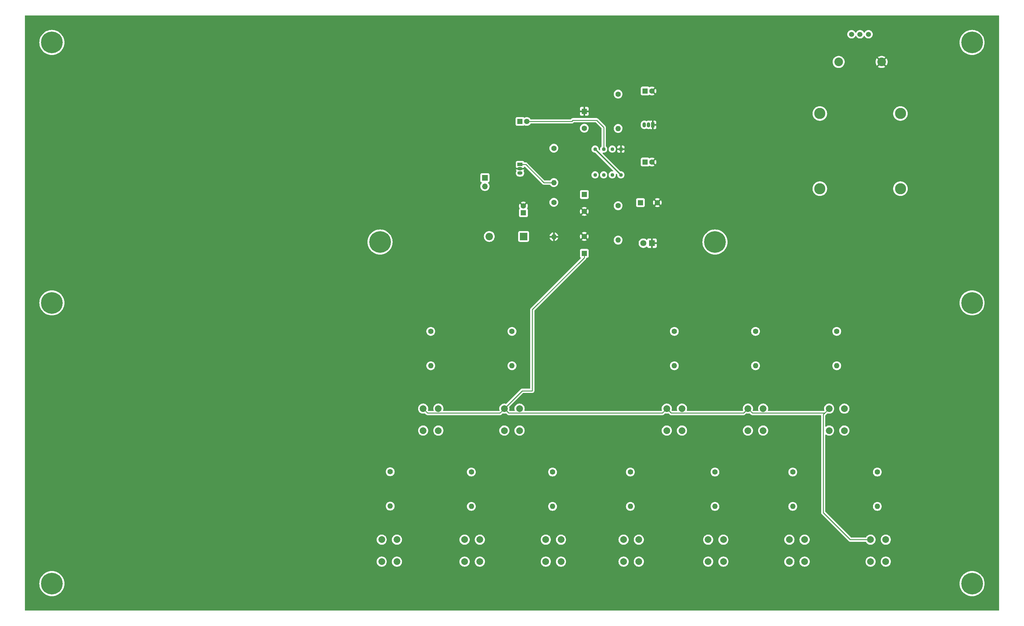
<source format=gbr>
%TF.GenerationSoftware,KiCad,Pcbnew,(7.0.0)*%
%TF.CreationDate,2023-06-26T15:27:42+02:00*%
%TF.ProjectId,Prj_3_Piano,50726a5f-335f-4506-9961-6e6f2e6b6963,v1.0*%
%TF.SameCoordinates,Original*%
%TF.FileFunction,Copper,L2,Bot*%
%TF.FilePolarity,Positive*%
%FSLAX46Y46*%
G04 Gerber Fmt 4.6, Leading zero omitted, Abs format (unit mm)*
G04 Created by KiCad (PCBNEW (7.0.0)) date 2023-06-26 15:27:42*
%MOMM*%
%LPD*%
G01*
G04 APERTURE LIST*
%TA.AperFunction,ComponentPad*%
%ADD10C,6.400000*%
%TD*%
%TA.AperFunction,ComponentPad*%
%ADD11C,1.600000*%
%TD*%
%TA.AperFunction,ComponentPad*%
%ADD12O,1.600000X1.600000*%
%TD*%
%TA.AperFunction,ComponentPad*%
%ADD13C,2.000000*%
%TD*%
%TA.AperFunction,ComponentPad*%
%ADD14R,1.600000X1.600000*%
%TD*%
%TA.AperFunction,ComponentPad*%
%ADD15R,1.500000X1.050000*%
%TD*%
%TA.AperFunction,ComponentPad*%
%ADD16O,1.500000X1.050000*%
%TD*%
%TA.AperFunction,ComponentPad*%
%ADD17R,2.200000X2.200000*%
%TD*%
%TA.AperFunction,ComponentPad*%
%ADD18O,2.200000X2.200000*%
%TD*%
%TA.AperFunction,ComponentPad*%
%ADD19R,1.130000X1.130000*%
%TD*%
%TA.AperFunction,ComponentPad*%
%ADD20C,1.130000*%
%TD*%
%TA.AperFunction,ComponentPad*%
%ADD21R,1.050000X1.500000*%
%TD*%
%TA.AperFunction,ComponentPad*%
%ADD22O,1.050000X1.500000*%
%TD*%
%TA.AperFunction,ComponentPad*%
%ADD23R,1.800000X1.800000*%
%TD*%
%TA.AperFunction,ComponentPad*%
%ADD24C,1.800000*%
%TD*%
%TA.AperFunction,ComponentPad*%
%ADD25C,2.565400*%
%TD*%
%TA.AperFunction,ComponentPad*%
%ADD26C,3.302000*%
%TD*%
%TA.AperFunction,ComponentPad*%
%ADD27C,1.500000*%
%TD*%
%TA.AperFunction,ComponentPad*%
%ADD28R,1.700000X1.700000*%
%TD*%
%TA.AperFunction,ComponentPad*%
%ADD29O,1.700000X1.700000*%
%TD*%
%TA.AperFunction,Conductor*%
%ADD30C,0.400000*%
%TD*%
%TA.AperFunction,Conductor*%
%ADD31C,0.250000*%
%TD*%
G04 APERTURE END LIST*
D10*
%TO.P,REF\u002A\u002A,1*%
%TO.N,N/C*%
X412000000Y-249000000D03*
%TD*%
%TO.P,REF\u002A\u002A,1*%
%TO.N,N/C*%
X336000000Y-231000000D03*
%TD*%
%TO.P,REF\u002A\u002A,1*%
%TO.N,N/C*%
X237000000Y-231000000D03*
%TD*%
%TO.P,REF\u002A\u002A,1*%
%TO.N,N/C*%
X140000000Y-249000000D03*
%TD*%
D11*
%TO.P,R13,1*%
%TO.N,Net-(IC1-DISCH)*%
X348000000Y-257420000D03*
D12*
%TO.P,R13,2*%
%TO.N,Net-(R13-Pad2)*%
X347999999Y-267579999D03*
%TD*%
D11*
%TO.P,R1,1*%
%TO.N,/VCC_5V*%
X288379200Y-203274100D03*
D12*
%TO.P,R1,2*%
%TO.N,Net-(Q1-B)*%
X288379199Y-213434099D03*
%TD*%
D10*
%TO.P,REF\u002A\u002A,1*%
%TO.N,N/C*%
X412000000Y-332000000D03*
%TD*%
D11*
%TO.P,R8,1*%
%TO.N,/VCC_5V*%
X307379200Y-220274100D03*
D12*
%TO.P,R8,2*%
%TO.N,Net-(D2-A)*%
X307379199Y-230434099D03*
%TD*%
D13*
%TO.P,SW5,1,1*%
%TO.N,Net-(IC1-THRES)*%
X273750000Y-286750000D03*
X273750000Y-280250000D03*
%TO.P,SW5,2,2*%
%TO.N,Net-(R7-Pad2)*%
X278250000Y-286750000D03*
X278250000Y-280250000D03*
%TD*%
D11*
%TO.P,R10,1*%
%TO.N,Net-(IC1-DISCH)*%
X311000000Y-299000000D03*
D12*
%TO.P,R10,2*%
%TO.N,Net-(R10-Pad2)*%
X310999999Y-309159999D03*
%TD*%
D14*
%TO.P,C7,1*%
%TO.N,Net-(IC1-THRES)*%
X297379199Y-234354099D03*
D11*
%TO.P,C7,2*%
%TO.N,GND*%
X297379200Y-229354100D03*
%TD*%
D15*
%TO.P,Q1,1,B*%
%TO.N,Net-(Q1-B)*%
X278379199Y-208084099D03*
D16*
%TO.P,Q1,2,E*%
%TO.N,GND*%
X278379199Y-209354099D03*
%TO.P,Q1,3,C*%
%TO.N,Net-(D1-A)*%
X278379199Y-210624099D03*
%TD*%
D13*
%TO.P,SW2,1,1*%
%TO.N,Net-(IC1-THRES)*%
X237500000Y-325500000D03*
X237500000Y-319000000D03*
%TO.P,SW2,2,2*%
%TO.N,Net-(R4-Pad2)*%
X242000000Y-325500000D03*
X242000000Y-319000000D03*
%TD*%
D14*
%TO.P,C5,1*%
%TO.N,GND*%
X297379199Y-192354099D03*
D11*
%TO.P,C5,2*%
%TO.N,/VCC_5V*%
X297379200Y-197354100D03*
%TD*%
D14*
%TO.P,C8,1*%
%TO.N,/VCC_5V*%
X313976548Y-219354099D03*
D11*
%TO.P,C8,2*%
%TO.N,GND*%
X318976549Y-219354100D03*
%TD*%
%TO.P,R2,1*%
%TO.N,Net-(Q1-B)*%
X288379200Y-219274100D03*
D12*
%TO.P,R2,2*%
%TO.N,GND*%
X288379199Y-229434099D03*
%TD*%
D13*
%TO.P,SW6,1,1*%
%TO.N,Net-(IC1-THRES)*%
X286000000Y-325500000D03*
X286000000Y-319000000D03*
%TO.P,SW6,2,2*%
%TO.N,Net-(R9-Pad2)*%
X290500000Y-325500000D03*
X290500000Y-319000000D03*
%TD*%
D17*
%TO.P,D1,1,K*%
%TO.N,/VCC_5V*%
X279459199Y-229354099D03*
D18*
%TO.P,D1,2,A*%
%TO.N,Net-(D1-A)*%
X269299199Y-229354099D03*
%TD*%
D14*
%TO.P,C4,1*%
%TO.N,Net-(IC1-CONT)*%
X297379199Y-216951448D03*
D11*
%TO.P,C4,2*%
%TO.N,GND*%
X297379200Y-221951449D03*
%TD*%
D10*
%TO.P,REF\u002A\u002A,1*%
%TO.N,N/C*%
X140000000Y-332000000D03*
%TD*%
D19*
%TO.P,IC1,1,GND*%
%TO.N,GND*%
X308189199Y-203544099D03*
D20*
%TO.P,IC1,2,TRIG*%
%TO.N,Net-(IC1-THRES)*%
X305649200Y-203544100D03*
%TO.P,IC1,3,OUT*%
%TO.N,/Timer_Sign_Out*%
X303109200Y-203544100D03*
%TO.P,IC1,4,RESET*%
%TO.N,/VCC_5V*%
X300569200Y-203544100D03*
%TO.P,IC1,5,CONT*%
%TO.N,Net-(IC1-CONT)*%
X300569200Y-211164100D03*
%TO.P,IC1,6,THRES*%
%TO.N,Net-(IC1-THRES)*%
X303109200Y-211164100D03*
%TO.P,IC1,7,DISCH*%
%TO.N,Net-(IC1-DISCH)*%
X305649200Y-211164100D03*
%TO.P,IC1,8,VDD*%
%TO.N,/VCC_5V*%
X308189200Y-211164100D03*
%TD*%
D11*
%TO.P,R9,1*%
%TO.N,Net-(IC1-DISCH)*%
X288000000Y-299000000D03*
D12*
%TO.P,R9,2*%
%TO.N,Net-(R9-Pad2)*%
X287999999Y-309159999D03*
%TD*%
D14*
%TO.P,C6,1*%
%TO.N,/VCC_5V*%
X315379199Y-207354099D03*
D11*
%TO.P,C6,2*%
%TO.N,GND*%
X317379200Y-207354100D03*
%TD*%
D21*
%TO.P,U1,1,GND*%
%TO.N,GND*%
X317649199Y-196354099D03*
D22*
%TO.P,U1,2,VI*%
%TO.N,Net-(U1-VI)*%
X316379199Y-196354099D03*
%TO.P,U1,3,VO*%
%TO.N,/VCC_5V*%
X315109199Y-196354099D03*
%TD*%
D13*
%TO.P,SW8,1,1*%
%TO.N,Net-(IC1-THRES)*%
X321750000Y-286750000D03*
X321750000Y-280250000D03*
%TO.P,SW8,2,2*%
%TO.N,Net-(R11-Pad2)*%
X326250000Y-286750000D03*
X326250000Y-280250000D03*
%TD*%
%TO.P,SW3,1,1*%
%TO.N,Net-(IC1-THRES)*%
X249750000Y-286750000D03*
X249750000Y-280250000D03*
%TO.P,SW3,2,2*%
%TO.N,Net-(R5-Pad2)*%
X254250000Y-286750000D03*
X254250000Y-280250000D03*
%TD*%
D11*
%TO.P,R5,1*%
%TO.N,Net-(IC1-DISCH)*%
X252000000Y-257420000D03*
D12*
%TO.P,R5,2*%
%TO.N,Net-(R5-Pad2)*%
X251999999Y-267579999D03*
%TD*%
D10*
%TO.P,REF\u002A\u002A,1*%
%TO.N,N/C*%
X140000000Y-172000000D03*
%TD*%
D11*
%TO.P,R6,1*%
%TO.N,Net-(IC1-DISCH)*%
X264000000Y-299000000D03*
D12*
%TO.P,R6,2*%
%TO.N,Net-(R6-Pad2)*%
X263999999Y-309159999D03*
%TD*%
D11*
%TO.P,R12,1*%
%TO.N,Net-(IC1-DISCH)*%
X336000000Y-299000000D03*
D12*
%TO.P,R12,2*%
%TO.N,Net-(R12-Pad2)*%
X335999999Y-309159999D03*
%TD*%
D23*
%TO.P,D2,1,K*%
%TO.N,GND*%
X317379199Y-231354099D03*
D24*
%TO.P,D2,2,A*%
%TO.N,Net-(D2-A)*%
X314839200Y-231354100D03*
%TD*%
D11*
%TO.P,R15,1*%
%TO.N,Net-(IC1-DISCH)*%
X372000000Y-257420000D03*
D12*
%TO.P,R15,2*%
%TO.N,Net-(R15-Pad2)*%
X371999999Y-267579999D03*
%TD*%
D10*
%TO.P,REF\u002A\u002A,1*%
%TO.N,N/C*%
X412000000Y-172000000D03*
%TD*%
D25*
%TO.P,BT1,1,+*%
%TO.N,/V_Batt*%
X372562600Y-177760000D03*
%TO.P,BT1,2,-*%
%TO.N,GND*%
X385262600Y-177760000D03*
D26*
%TO.P,BT1,3*%
%TO.N,N/C*%
X367000000Y-193000000D03*
%TO.P,BT1,4*%
X390825200Y-193000000D03*
%TO.P,BT1,5*%
X367000000Y-215225000D03*
%TO.P,BT1,6*%
X390825200Y-215225000D03*
%TD*%
D13*
%TO.P,SW4,1,1*%
%TO.N,Net-(IC1-THRES)*%
X262000000Y-325500000D03*
X262000000Y-319000000D03*
%TO.P,SW4,2,2*%
%TO.N,Net-(R6-Pad2)*%
X266500000Y-325500000D03*
X266500000Y-319000000D03*
%TD*%
%TO.P,SW10,1,1*%
%TO.N,Net-(IC1-THRES)*%
X345750000Y-286750000D03*
X345750000Y-280250000D03*
%TO.P,SW10,2,2*%
%TO.N,Net-(R13-Pad2)*%
X350250000Y-286750000D03*
X350250000Y-280250000D03*
%TD*%
%TO.P,SW11,1,1*%
%TO.N,Net-(IC1-THRES)*%
X358000000Y-325500000D03*
X358000000Y-319000000D03*
%TO.P,SW11,2,2*%
%TO.N,Net-(R14-Pad2)*%
X362500000Y-325500000D03*
X362500000Y-319000000D03*
%TD*%
%TO.P,SW7,1,1*%
%TO.N,Net-(IC1-THRES)*%
X309000000Y-325500000D03*
X309000000Y-319000000D03*
%TO.P,SW7,2,2*%
%TO.N,Net-(R10-Pad2)*%
X313500000Y-325500000D03*
X313500000Y-319000000D03*
%TD*%
%TO.P,SW13,1,1*%
%TO.N,Net-(IC1-THRES)*%
X382000000Y-325500000D03*
X382000000Y-319000000D03*
%TO.P,SW13,2,2*%
%TO.N,Net-(R16-Pad2)*%
X386500000Y-325500000D03*
X386500000Y-319000000D03*
%TD*%
D14*
%TO.P,C1,1*%
%TO.N,/VCC_5V*%
X279379199Y-222354099D03*
D11*
%TO.P,C1,2*%
%TO.N,GND*%
X279379200Y-220354100D03*
%TD*%
%TO.P,R7,1*%
%TO.N,Net-(IC1-DISCH)*%
X276000000Y-257420000D03*
D12*
%TO.P,R7,2*%
%TO.N,Net-(R7-Pad2)*%
X275999999Y-267579999D03*
%TD*%
D14*
%TO.P,C3,1*%
%TO.N,Net-(U1-VI)*%
X315379199Y-186354099D03*
D11*
%TO.P,C3,2*%
%TO.N,GND*%
X317379200Y-186354100D03*
%TD*%
%TO.P,R16,1*%
%TO.N,Net-(IC1-DISCH)*%
X384000000Y-299000000D03*
D12*
%TO.P,R16,2*%
%TO.N,Net-(R16-Pad2)*%
X383999999Y-309159999D03*
%TD*%
D14*
%TO.P,C2,1*%
%TO.N,Net-(Q1-B)*%
X278379199Y-195354099D03*
D11*
%TO.P,C2,2*%
%TO.N,/Timer_Sign_Out*%
X280379200Y-195354100D03*
%TD*%
%TO.P,R14,1*%
%TO.N,Net-(IC1-DISCH)*%
X359000000Y-299000000D03*
D12*
%TO.P,R14,2*%
%TO.N,Net-(R14-Pad2)*%
X358999999Y-309159999D03*
%TD*%
D13*
%TO.P,SW12,1,1*%
%TO.N,Net-(IC1-THRES)*%
X369750000Y-286750000D03*
X369750000Y-280250000D03*
%TO.P,SW12,2,2*%
%TO.N,Net-(R15-Pad2)*%
X374250000Y-286750000D03*
X374250000Y-280250000D03*
%TD*%
D11*
%TO.P,R11,1*%
%TO.N,Net-(IC1-DISCH)*%
X324000000Y-257420000D03*
D12*
%TO.P,R11,2*%
%TO.N,Net-(R11-Pad2)*%
X323999999Y-267579999D03*
%TD*%
D27*
%TO.P,SW1,1,1*%
%TO.N,/V_Batt*%
X381379200Y-169579100D03*
%TO.P,SW1,2,2*%
%TO.N,Net-(U1-VI)*%
X378879200Y-169579100D03*
%TO.P,SW1,3,3*%
%TO.N,unconnected-(SW1-Pad3)*%
X376379200Y-169579100D03*
%TD*%
D11*
%TO.P,R3,1*%
%TO.N,/VCC_5V*%
X307379200Y-187274100D03*
D12*
%TO.P,R3,2*%
%TO.N,Net-(IC1-DISCH)*%
X307379199Y-197434099D03*
%TD*%
D13*
%TO.P,SW9,1,1*%
%TO.N,Net-(IC1-THRES)*%
X334000000Y-325500000D03*
X334000000Y-319000000D03*
%TO.P,SW9,2,2*%
%TO.N,Net-(R12-Pad2)*%
X338500000Y-325500000D03*
X338500000Y-319000000D03*
%TD*%
D11*
%TO.P,R4,1*%
%TO.N,Net-(IC1-DISCH)*%
X240000000Y-298920000D03*
D12*
%TO.P,R4,2*%
%TO.N,Net-(R4-Pad2)*%
X239999999Y-309079999D03*
%TD*%
D28*
%TO.P,J1,1,Pin_1*%
%TO.N,Net-(D1-A)*%
X267999999Y-211999999D03*
D29*
%TO.P,J1,2,Pin_2*%
%TO.N,/VCC_5V*%
X267999999Y-214539999D03*
%TD*%
D30*
%TO.N,/VCC_5V*%
X300569200Y-203544100D02*
X308189200Y-211164100D01*
D31*
%TO.N,Net-(Q1-B)*%
X280084100Y-208084100D02*
X285434100Y-213434100D01*
X278379200Y-208084100D02*
X280084100Y-208084100D01*
X285434100Y-213434100D02*
X288379200Y-213434100D01*
%TO.N,/Timer_Sign_Out*%
X301000000Y-195000000D02*
X303109200Y-197109200D01*
X293991951Y-195000000D02*
X301000000Y-195000000D01*
X293637851Y-195354100D02*
X293991951Y-195000000D01*
X303109200Y-197109200D02*
X303109200Y-203544100D01*
X280379200Y-195354100D02*
X293637851Y-195354100D01*
%TO.N,Net-(IC1-THRES)*%
X368000000Y-311000000D02*
X376000000Y-319000000D01*
X273750000Y-280250000D02*
X275075000Y-281575000D01*
X273750000Y-280250000D02*
X272425000Y-281575000D01*
X272425000Y-281575000D02*
X251075000Y-281575000D01*
X323075000Y-281575000D02*
X344425000Y-281575000D01*
X297379200Y-235620800D02*
X297379200Y-234354100D01*
X321750000Y-280250000D02*
X323075000Y-281575000D01*
X368000000Y-282000000D02*
X368000000Y-311000000D01*
X282000000Y-275000000D02*
X279000000Y-275000000D01*
X347075000Y-281575000D02*
X368425000Y-281575000D01*
X251075000Y-281575000D02*
X249750000Y-280250000D01*
X344425000Y-281575000D02*
X345750000Y-280250000D01*
X369750000Y-280250000D02*
X368000000Y-282000000D01*
X368425000Y-281575000D02*
X369750000Y-280250000D01*
X320425000Y-281575000D02*
X321750000Y-280250000D01*
X275075000Y-281575000D02*
X320425000Y-281575000D01*
X282000000Y-251000000D02*
X297379200Y-235620800D01*
X279000000Y-275000000D02*
X273750000Y-280250000D01*
X345750000Y-280250000D02*
X347075000Y-281575000D01*
X376000000Y-319000000D02*
X382000000Y-319000000D01*
X282000000Y-251000000D02*
X282000000Y-275000000D01*
%TD*%
%TA.AperFunction,Conductor*%
%TO.N,GND*%
G36*
X419937500Y-164017113D02*
G01*
X419982887Y-164062500D01*
X419999500Y-164124500D01*
X419999500Y-339875500D01*
X419982887Y-339937500D01*
X419937500Y-339982887D01*
X419875500Y-339999500D01*
X132124500Y-339999500D01*
X132062500Y-339982887D01*
X132017113Y-339937500D01*
X132000500Y-339875500D01*
X132000500Y-332000000D01*
X136294422Y-332000000D01*
X136314722Y-332387338D01*
X136315227Y-332390531D01*
X136315229Y-332390543D01*
X136374889Y-332767224D01*
X136374891Y-332767237D01*
X136375398Y-332770433D01*
X136475786Y-333145087D01*
X136614786Y-333507194D01*
X136616255Y-333510077D01*
X136616259Y-333510086D01*
X136789400Y-333849895D01*
X136790875Y-333852789D01*
X137002124Y-334178084D01*
X137246219Y-334479516D01*
X137520484Y-334753781D01*
X137821916Y-334997876D01*
X138147211Y-335209125D01*
X138492806Y-335385214D01*
X138854913Y-335524214D01*
X139229567Y-335624602D01*
X139612662Y-335685278D01*
X140000000Y-335705578D01*
X140387338Y-335685278D01*
X140770433Y-335624602D01*
X141145087Y-335524214D01*
X141507194Y-335385214D01*
X141852789Y-335209125D01*
X142178084Y-334997876D01*
X142479516Y-334753781D01*
X142753781Y-334479516D01*
X142997876Y-334178084D01*
X143209125Y-333852789D01*
X143385214Y-333507194D01*
X143524214Y-333145087D01*
X143624602Y-332770433D01*
X143685278Y-332387338D01*
X143705578Y-332000000D01*
X408294422Y-332000000D01*
X408314722Y-332387338D01*
X408315227Y-332390531D01*
X408315229Y-332390543D01*
X408374889Y-332767224D01*
X408374891Y-332767237D01*
X408375398Y-332770433D01*
X408475786Y-333145087D01*
X408614786Y-333507194D01*
X408616255Y-333510077D01*
X408616259Y-333510086D01*
X408789400Y-333849895D01*
X408790875Y-333852789D01*
X409002124Y-334178084D01*
X409246219Y-334479516D01*
X409520484Y-334753781D01*
X409821916Y-334997876D01*
X410147211Y-335209125D01*
X410492806Y-335385214D01*
X410854913Y-335524214D01*
X411229567Y-335624602D01*
X411612662Y-335685278D01*
X412000000Y-335705578D01*
X412387338Y-335685278D01*
X412770433Y-335624602D01*
X413145087Y-335524214D01*
X413507194Y-335385214D01*
X413852789Y-335209125D01*
X414178084Y-334997876D01*
X414479516Y-334753781D01*
X414753781Y-334479516D01*
X414997876Y-334178084D01*
X415209125Y-333852789D01*
X415385214Y-333507194D01*
X415524214Y-333145087D01*
X415624602Y-332770433D01*
X415685278Y-332387338D01*
X415705578Y-332000000D01*
X415685278Y-331612662D01*
X415624602Y-331229567D01*
X415524214Y-330854913D01*
X415385214Y-330492806D01*
X415209125Y-330147211D01*
X414997876Y-329821916D01*
X414753781Y-329520484D01*
X414479516Y-329246219D01*
X414178084Y-329002124D01*
X413852789Y-328790875D01*
X413849901Y-328789403D01*
X413849895Y-328789400D01*
X413510086Y-328616259D01*
X413510077Y-328616255D01*
X413507194Y-328614786D01*
X413504162Y-328613622D01*
X413148110Y-328476946D01*
X413148102Y-328476943D01*
X413145087Y-328475786D01*
X413141962Y-328474948D01*
X413141957Y-328474947D01*
X412773566Y-328376237D01*
X412773557Y-328376235D01*
X412770433Y-328375398D01*
X412767237Y-328374891D01*
X412767224Y-328374889D01*
X412390543Y-328315229D01*
X412390531Y-328315227D01*
X412387338Y-328314722D01*
X412384103Y-328314552D01*
X412384099Y-328314552D01*
X412003244Y-328294592D01*
X412000000Y-328294422D01*
X411996756Y-328294592D01*
X411615900Y-328314552D01*
X411615894Y-328314552D01*
X411612662Y-328314722D01*
X411609470Y-328315227D01*
X411609456Y-328315229D01*
X411232775Y-328374889D01*
X411232758Y-328374892D01*
X411229567Y-328375398D01*
X411226446Y-328376234D01*
X411226433Y-328376237D01*
X410858042Y-328474947D01*
X410858031Y-328474950D01*
X410854913Y-328475786D01*
X410851902Y-328476941D01*
X410851889Y-328476946D01*
X410495837Y-328613622D01*
X410495828Y-328613625D01*
X410492806Y-328614786D01*
X410489929Y-328616251D01*
X410489913Y-328616259D01*
X410150104Y-328789400D01*
X410150090Y-328789408D01*
X410147211Y-328790875D01*
X410144491Y-328792641D01*
X410144483Y-328792646D01*
X409824644Y-329000352D01*
X409824638Y-329000355D01*
X409821916Y-329002124D01*
X409819396Y-329004164D01*
X409819390Y-329004169D01*
X409523002Y-329244179D01*
X409522991Y-329244188D01*
X409520484Y-329246219D01*
X409518199Y-329248503D01*
X409518189Y-329248513D01*
X409248513Y-329518189D01*
X409248503Y-329518199D01*
X409246219Y-329520484D01*
X409244188Y-329522991D01*
X409244179Y-329523002D01*
X409004169Y-329819390D01*
X409004164Y-329819396D01*
X409002124Y-329821916D01*
X409000355Y-329824638D01*
X409000352Y-329824644D01*
X408792646Y-330144483D01*
X408792641Y-330144491D01*
X408790875Y-330147211D01*
X408789408Y-330150090D01*
X408789400Y-330150104D01*
X408616259Y-330489913D01*
X408616251Y-330489929D01*
X408614786Y-330492806D01*
X408613625Y-330495828D01*
X408613622Y-330495837D01*
X408476946Y-330851889D01*
X408476941Y-330851902D01*
X408475786Y-330854913D01*
X408474950Y-330858031D01*
X408474947Y-330858042D01*
X408376237Y-331226433D01*
X408376234Y-331226446D01*
X408375398Y-331229567D01*
X408374892Y-331232758D01*
X408374889Y-331232775D01*
X408315229Y-331609456D01*
X408315227Y-331609470D01*
X408314722Y-331612662D01*
X408294422Y-332000000D01*
X143705578Y-332000000D01*
X143685278Y-331612662D01*
X143624602Y-331229567D01*
X143524214Y-330854913D01*
X143385214Y-330492806D01*
X143209125Y-330147211D01*
X142997876Y-329821916D01*
X142753781Y-329520484D01*
X142479516Y-329246219D01*
X142178084Y-329002124D01*
X141852789Y-328790875D01*
X141849901Y-328789403D01*
X141849895Y-328789400D01*
X141510086Y-328616259D01*
X141510077Y-328616255D01*
X141507194Y-328614786D01*
X141504162Y-328613622D01*
X141148110Y-328476946D01*
X141148102Y-328476943D01*
X141145087Y-328475786D01*
X141141962Y-328474948D01*
X141141957Y-328474947D01*
X140773566Y-328376237D01*
X140773557Y-328376235D01*
X140770433Y-328375398D01*
X140767237Y-328374891D01*
X140767224Y-328374889D01*
X140390543Y-328315229D01*
X140390531Y-328315227D01*
X140387338Y-328314722D01*
X140384103Y-328314552D01*
X140384099Y-328314552D01*
X140003244Y-328294592D01*
X140000000Y-328294422D01*
X139996756Y-328294592D01*
X139615900Y-328314552D01*
X139615894Y-328314552D01*
X139612662Y-328314722D01*
X139609470Y-328315227D01*
X139609456Y-328315229D01*
X139232775Y-328374889D01*
X139232758Y-328374892D01*
X139229567Y-328375398D01*
X139226446Y-328376234D01*
X139226433Y-328376237D01*
X138858042Y-328474947D01*
X138858031Y-328474950D01*
X138854913Y-328475786D01*
X138851902Y-328476941D01*
X138851889Y-328476946D01*
X138495837Y-328613622D01*
X138495828Y-328613625D01*
X138492806Y-328614786D01*
X138489929Y-328616251D01*
X138489913Y-328616259D01*
X138150104Y-328789400D01*
X138150090Y-328789408D01*
X138147211Y-328790875D01*
X138144491Y-328792641D01*
X138144483Y-328792646D01*
X137824644Y-329000352D01*
X137824638Y-329000355D01*
X137821916Y-329002124D01*
X137819396Y-329004164D01*
X137819390Y-329004169D01*
X137523002Y-329244179D01*
X137522991Y-329244188D01*
X137520484Y-329246219D01*
X137518199Y-329248503D01*
X137518189Y-329248513D01*
X137248513Y-329518189D01*
X137248503Y-329518199D01*
X137246219Y-329520484D01*
X137244188Y-329522991D01*
X137244179Y-329523002D01*
X137004169Y-329819390D01*
X137004164Y-329819396D01*
X137002124Y-329821916D01*
X137000355Y-329824638D01*
X137000352Y-329824644D01*
X136792646Y-330144483D01*
X136792641Y-330144491D01*
X136790875Y-330147211D01*
X136789408Y-330150090D01*
X136789400Y-330150104D01*
X136616259Y-330489913D01*
X136616251Y-330489929D01*
X136614786Y-330492806D01*
X136613625Y-330495828D01*
X136613622Y-330495837D01*
X136476946Y-330851889D01*
X136476941Y-330851902D01*
X136475786Y-330854913D01*
X136474950Y-330858031D01*
X136474947Y-330858042D01*
X136376237Y-331226433D01*
X136376234Y-331226446D01*
X136375398Y-331229567D01*
X136374892Y-331232758D01*
X136374889Y-331232775D01*
X136315229Y-331609456D01*
X136315227Y-331609470D01*
X136314722Y-331612662D01*
X136294422Y-332000000D01*
X132000500Y-332000000D01*
X132000500Y-325500000D01*
X235994357Y-325500000D01*
X235994781Y-325505117D01*
X236014467Y-325742701D01*
X236014468Y-325742709D01*
X236014892Y-325747821D01*
X236016149Y-325752788D01*
X236016151Y-325752795D01*
X236074678Y-325983910D01*
X236075937Y-325988881D01*
X236077997Y-325993577D01*
X236173766Y-326211910D01*
X236173769Y-326211916D01*
X236175827Y-326216607D01*
X236178627Y-326220893D01*
X236178631Y-326220900D01*
X236306675Y-326416885D01*
X236311836Y-326424785D01*
X236315310Y-326428559D01*
X236315311Y-326428560D01*
X236476784Y-326603967D01*
X236476787Y-326603970D01*
X236480256Y-326607738D01*
X236676491Y-326760474D01*
X236895190Y-326878828D01*
X237130386Y-326959571D01*
X237375665Y-327000500D01*
X237619201Y-327000500D01*
X237624335Y-327000500D01*
X237869614Y-326959571D01*
X238104810Y-326878828D01*
X238323509Y-326760474D01*
X238519744Y-326607738D01*
X238688164Y-326424785D01*
X238824173Y-326216607D01*
X238924063Y-325988881D01*
X238985108Y-325747821D01*
X239005643Y-325500000D01*
X240494357Y-325500000D01*
X240494781Y-325505117D01*
X240514467Y-325742701D01*
X240514468Y-325742709D01*
X240514892Y-325747821D01*
X240516149Y-325752788D01*
X240516151Y-325752795D01*
X240574678Y-325983910D01*
X240575937Y-325988881D01*
X240577997Y-325993577D01*
X240673766Y-326211910D01*
X240673769Y-326211916D01*
X240675827Y-326216607D01*
X240678627Y-326220893D01*
X240678631Y-326220900D01*
X240806675Y-326416885D01*
X240811836Y-326424785D01*
X240815310Y-326428559D01*
X240815311Y-326428560D01*
X240976784Y-326603967D01*
X240976787Y-326603970D01*
X240980256Y-326607738D01*
X241176491Y-326760474D01*
X241395190Y-326878828D01*
X241630386Y-326959571D01*
X241875665Y-327000500D01*
X242119201Y-327000500D01*
X242124335Y-327000500D01*
X242369614Y-326959571D01*
X242604810Y-326878828D01*
X242823509Y-326760474D01*
X243019744Y-326607738D01*
X243188164Y-326424785D01*
X243324173Y-326216607D01*
X243424063Y-325988881D01*
X243485108Y-325747821D01*
X243505643Y-325500000D01*
X260494357Y-325500000D01*
X260494781Y-325505117D01*
X260514467Y-325742701D01*
X260514468Y-325742709D01*
X260514892Y-325747821D01*
X260516149Y-325752788D01*
X260516151Y-325752795D01*
X260574678Y-325983910D01*
X260575937Y-325988881D01*
X260577997Y-325993577D01*
X260673766Y-326211910D01*
X260673769Y-326211916D01*
X260675827Y-326216607D01*
X260678627Y-326220893D01*
X260678631Y-326220900D01*
X260806675Y-326416885D01*
X260811836Y-326424785D01*
X260815310Y-326428559D01*
X260815311Y-326428560D01*
X260976784Y-326603967D01*
X260976787Y-326603970D01*
X260980256Y-326607738D01*
X261176491Y-326760474D01*
X261395190Y-326878828D01*
X261630386Y-326959571D01*
X261875665Y-327000500D01*
X262119201Y-327000500D01*
X262124335Y-327000500D01*
X262369614Y-326959571D01*
X262604810Y-326878828D01*
X262823509Y-326760474D01*
X263019744Y-326607738D01*
X263188164Y-326424785D01*
X263324173Y-326216607D01*
X263424063Y-325988881D01*
X263485108Y-325747821D01*
X263505643Y-325500000D01*
X264994357Y-325500000D01*
X264994781Y-325505117D01*
X265014467Y-325742701D01*
X265014468Y-325742709D01*
X265014892Y-325747821D01*
X265016149Y-325752788D01*
X265016151Y-325752795D01*
X265074678Y-325983910D01*
X265075937Y-325988881D01*
X265077997Y-325993577D01*
X265173766Y-326211910D01*
X265173769Y-326211916D01*
X265175827Y-326216607D01*
X265178627Y-326220893D01*
X265178631Y-326220900D01*
X265306675Y-326416885D01*
X265311836Y-326424785D01*
X265315310Y-326428559D01*
X265315311Y-326428560D01*
X265476784Y-326603967D01*
X265476787Y-326603970D01*
X265480256Y-326607738D01*
X265676491Y-326760474D01*
X265895190Y-326878828D01*
X266130386Y-326959571D01*
X266375665Y-327000500D01*
X266619201Y-327000500D01*
X266624335Y-327000500D01*
X266869614Y-326959571D01*
X267104810Y-326878828D01*
X267323509Y-326760474D01*
X267519744Y-326607738D01*
X267688164Y-326424785D01*
X267824173Y-326216607D01*
X267924063Y-325988881D01*
X267985108Y-325747821D01*
X268005643Y-325500000D01*
X284494357Y-325500000D01*
X284494781Y-325505117D01*
X284514467Y-325742701D01*
X284514468Y-325742709D01*
X284514892Y-325747821D01*
X284516149Y-325752788D01*
X284516151Y-325752795D01*
X284574678Y-325983910D01*
X284575937Y-325988881D01*
X284577997Y-325993577D01*
X284673766Y-326211910D01*
X284673769Y-326211916D01*
X284675827Y-326216607D01*
X284678627Y-326220893D01*
X284678631Y-326220900D01*
X284806675Y-326416885D01*
X284811836Y-326424785D01*
X284815310Y-326428559D01*
X284815311Y-326428560D01*
X284976784Y-326603967D01*
X284976787Y-326603970D01*
X284980256Y-326607738D01*
X285176491Y-326760474D01*
X285395190Y-326878828D01*
X285630386Y-326959571D01*
X285875665Y-327000500D01*
X286119201Y-327000500D01*
X286124335Y-327000500D01*
X286369614Y-326959571D01*
X286604810Y-326878828D01*
X286823509Y-326760474D01*
X287019744Y-326607738D01*
X287188164Y-326424785D01*
X287324173Y-326216607D01*
X287424063Y-325988881D01*
X287485108Y-325747821D01*
X287505643Y-325500000D01*
X288994357Y-325500000D01*
X288994781Y-325505117D01*
X289014467Y-325742701D01*
X289014468Y-325742709D01*
X289014892Y-325747821D01*
X289016149Y-325752788D01*
X289016151Y-325752795D01*
X289074678Y-325983910D01*
X289075937Y-325988881D01*
X289077997Y-325993577D01*
X289173766Y-326211910D01*
X289173769Y-326211916D01*
X289175827Y-326216607D01*
X289178627Y-326220893D01*
X289178631Y-326220900D01*
X289306675Y-326416885D01*
X289311836Y-326424785D01*
X289315310Y-326428559D01*
X289315311Y-326428560D01*
X289476784Y-326603967D01*
X289476787Y-326603970D01*
X289480256Y-326607738D01*
X289676491Y-326760474D01*
X289895190Y-326878828D01*
X290130386Y-326959571D01*
X290375665Y-327000500D01*
X290619201Y-327000500D01*
X290624335Y-327000500D01*
X290869614Y-326959571D01*
X291104810Y-326878828D01*
X291323509Y-326760474D01*
X291519744Y-326607738D01*
X291688164Y-326424785D01*
X291824173Y-326216607D01*
X291924063Y-325988881D01*
X291985108Y-325747821D01*
X292005643Y-325500000D01*
X307494357Y-325500000D01*
X307494781Y-325505117D01*
X307514467Y-325742701D01*
X307514468Y-325742709D01*
X307514892Y-325747821D01*
X307516149Y-325752788D01*
X307516151Y-325752795D01*
X307574678Y-325983910D01*
X307575937Y-325988881D01*
X307577997Y-325993577D01*
X307673766Y-326211910D01*
X307673769Y-326211916D01*
X307675827Y-326216607D01*
X307678627Y-326220893D01*
X307678631Y-326220900D01*
X307806675Y-326416885D01*
X307811836Y-326424785D01*
X307815310Y-326428559D01*
X307815311Y-326428560D01*
X307976784Y-326603967D01*
X307976787Y-326603970D01*
X307980256Y-326607738D01*
X308176491Y-326760474D01*
X308395190Y-326878828D01*
X308630386Y-326959571D01*
X308875665Y-327000500D01*
X309119201Y-327000500D01*
X309124335Y-327000500D01*
X309369614Y-326959571D01*
X309604810Y-326878828D01*
X309823509Y-326760474D01*
X310019744Y-326607738D01*
X310188164Y-326424785D01*
X310324173Y-326216607D01*
X310424063Y-325988881D01*
X310485108Y-325747821D01*
X310505643Y-325500000D01*
X311994357Y-325500000D01*
X311994781Y-325505117D01*
X312014467Y-325742701D01*
X312014468Y-325742709D01*
X312014892Y-325747821D01*
X312016149Y-325752788D01*
X312016151Y-325752795D01*
X312074678Y-325983910D01*
X312075937Y-325988881D01*
X312077997Y-325993577D01*
X312173766Y-326211910D01*
X312173769Y-326211916D01*
X312175827Y-326216607D01*
X312178627Y-326220893D01*
X312178631Y-326220900D01*
X312306675Y-326416885D01*
X312311836Y-326424785D01*
X312315310Y-326428559D01*
X312315311Y-326428560D01*
X312476784Y-326603967D01*
X312476787Y-326603970D01*
X312480256Y-326607738D01*
X312676491Y-326760474D01*
X312895190Y-326878828D01*
X313130386Y-326959571D01*
X313375665Y-327000500D01*
X313619201Y-327000500D01*
X313624335Y-327000500D01*
X313869614Y-326959571D01*
X314104810Y-326878828D01*
X314323509Y-326760474D01*
X314519744Y-326607738D01*
X314688164Y-326424785D01*
X314824173Y-326216607D01*
X314924063Y-325988881D01*
X314985108Y-325747821D01*
X315005643Y-325500000D01*
X332494357Y-325500000D01*
X332494781Y-325505117D01*
X332514467Y-325742701D01*
X332514468Y-325742709D01*
X332514892Y-325747821D01*
X332516149Y-325752788D01*
X332516151Y-325752795D01*
X332574678Y-325983910D01*
X332575937Y-325988881D01*
X332577997Y-325993577D01*
X332673766Y-326211910D01*
X332673769Y-326211916D01*
X332675827Y-326216607D01*
X332678627Y-326220893D01*
X332678631Y-326220900D01*
X332806675Y-326416885D01*
X332811836Y-326424785D01*
X332815310Y-326428559D01*
X332815311Y-326428560D01*
X332976784Y-326603967D01*
X332976787Y-326603970D01*
X332980256Y-326607738D01*
X333176491Y-326760474D01*
X333395190Y-326878828D01*
X333630386Y-326959571D01*
X333875665Y-327000500D01*
X334119201Y-327000500D01*
X334124335Y-327000500D01*
X334369614Y-326959571D01*
X334604810Y-326878828D01*
X334823509Y-326760474D01*
X335019744Y-326607738D01*
X335188164Y-326424785D01*
X335324173Y-326216607D01*
X335424063Y-325988881D01*
X335485108Y-325747821D01*
X335505643Y-325500000D01*
X336994357Y-325500000D01*
X336994781Y-325505117D01*
X337014467Y-325742701D01*
X337014468Y-325742709D01*
X337014892Y-325747821D01*
X337016149Y-325752788D01*
X337016151Y-325752795D01*
X337074678Y-325983910D01*
X337075937Y-325988881D01*
X337077997Y-325993577D01*
X337173766Y-326211910D01*
X337173769Y-326211916D01*
X337175827Y-326216607D01*
X337178627Y-326220893D01*
X337178631Y-326220900D01*
X337306675Y-326416885D01*
X337311836Y-326424785D01*
X337315310Y-326428559D01*
X337315311Y-326428560D01*
X337476784Y-326603967D01*
X337476787Y-326603970D01*
X337480256Y-326607738D01*
X337676491Y-326760474D01*
X337895190Y-326878828D01*
X338130386Y-326959571D01*
X338375665Y-327000500D01*
X338619201Y-327000500D01*
X338624335Y-327000500D01*
X338869614Y-326959571D01*
X339104810Y-326878828D01*
X339323509Y-326760474D01*
X339519744Y-326607738D01*
X339688164Y-326424785D01*
X339824173Y-326216607D01*
X339924063Y-325988881D01*
X339985108Y-325747821D01*
X340005643Y-325500000D01*
X356494357Y-325500000D01*
X356494781Y-325505117D01*
X356514467Y-325742701D01*
X356514468Y-325742709D01*
X356514892Y-325747821D01*
X356516149Y-325752788D01*
X356516151Y-325752795D01*
X356574678Y-325983910D01*
X356575937Y-325988881D01*
X356577997Y-325993577D01*
X356673766Y-326211910D01*
X356673769Y-326211916D01*
X356675827Y-326216607D01*
X356678627Y-326220893D01*
X356678631Y-326220900D01*
X356806675Y-326416885D01*
X356811836Y-326424785D01*
X356815310Y-326428559D01*
X356815311Y-326428560D01*
X356976784Y-326603967D01*
X356976787Y-326603970D01*
X356980256Y-326607738D01*
X357176491Y-326760474D01*
X357395190Y-326878828D01*
X357630386Y-326959571D01*
X357875665Y-327000500D01*
X358119201Y-327000500D01*
X358124335Y-327000500D01*
X358369614Y-326959571D01*
X358604810Y-326878828D01*
X358823509Y-326760474D01*
X359019744Y-326607738D01*
X359188164Y-326424785D01*
X359324173Y-326216607D01*
X359424063Y-325988881D01*
X359485108Y-325747821D01*
X359505643Y-325500000D01*
X360994357Y-325500000D01*
X360994781Y-325505117D01*
X361014467Y-325742701D01*
X361014468Y-325742709D01*
X361014892Y-325747821D01*
X361016149Y-325752788D01*
X361016151Y-325752795D01*
X361074678Y-325983910D01*
X361075937Y-325988881D01*
X361077997Y-325993577D01*
X361173766Y-326211910D01*
X361173769Y-326211916D01*
X361175827Y-326216607D01*
X361178627Y-326220893D01*
X361178631Y-326220900D01*
X361306675Y-326416885D01*
X361311836Y-326424785D01*
X361315310Y-326428559D01*
X361315311Y-326428560D01*
X361476784Y-326603967D01*
X361476787Y-326603970D01*
X361480256Y-326607738D01*
X361676491Y-326760474D01*
X361895190Y-326878828D01*
X362130386Y-326959571D01*
X362375665Y-327000500D01*
X362619201Y-327000500D01*
X362624335Y-327000500D01*
X362869614Y-326959571D01*
X363104810Y-326878828D01*
X363323509Y-326760474D01*
X363519744Y-326607738D01*
X363688164Y-326424785D01*
X363824173Y-326216607D01*
X363924063Y-325988881D01*
X363985108Y-325747821D01*
X364005643Y-325500000D01*
X380494357Y-325500000D01*
X380494781Y-325505117D01*
X380514467Y-325742701D01*
X380514468Y-325742709D01*
X380514892Y-325747821D01*
X380516149Y-325752788D01*
X380516151Y-325752795D01*
X380574678Y-325983910D01*
X380575937Y-325988881D01*
X380577997Y-325993577D01*
X380673766Y-326211910D01*
X380673769Y-326211916D01*
X380675827Y-326216607D01*
X380678627Y-326220893D01*
X380678631Y-326220900D01*
X380806675Y-326416885D01*
X380811836Y-326424785D01*
X380815310Y-326428559D01*
X380815311Y-326428560D01*
X380976784Y-326603967D01*
X380976787Y-326603970D01*
X380980256Y-326607738D01*
X381176491Y-326760474D01*
X381395190Y-326878828D01*
X381630386Y-326959571D01*
X381875665Y-327000500D01*
X382119201Y-327000500D01*
X382124335Y-327000500D01*
X382369614Y-326959571D01*
X382604810Y-326878828D01*
X382823509Y-326760474D01*
X383019744Y-326607738D01*
X383188164Y-326424785D01*
X383324173Y-326216607D01*
X383424063Y-325988881D01*
X383485108Y-325747821D01*
X383505643Y-325500000D01*
X384994357Y-325500000D01*
X384994781Y-325505117D01*
X385014467Y-325742701D01*
X385014468Y-325742709D01*
X385014892Y-325747821D01*
X385016149Y-325752788D01*
X385016151Y-325752795D01*
X385074678Y-325983910D01*
X385075937Y-325988881D01*
X385077997Y-325993577D01*
X385173766Y-326211910D01*
X385173769Y-326211916D01*
X385175827Y-326216607D01*
X385178627Y-326220893D01*
X385178631Y-326220900D01*
X385306675Y-326416885D01*
X385311836Y-326424785D01*
X385315310Y-326428559D01*
X385315311Y-326428560D01*
X385476784Y-326603967D01*
X385476787Y-326603970D01*
X385480256Y-326607738D01*
X385676491Y-326760474D01*
X385895190Y-326878828D01*
X386130386Y-326959571D01*
X386375665Y-327000500D01*
X386619201Y-327000500D01*
X386624335Y-327000500D01*
X386869614Y-326959571D01*
X387104810Y-326878828D01*
X387323509Y-326760474D01*
X387519744Y-326607738D01*
X387688164Y-326424785D01*
X387824173Y-326216607D01*
X387924063Y-325988881D01*
X387985108Y-325747821D01*
X388005643Y-325500000D01*
X387985108Y-325252179D01*
X387924063Y-325011119D01*
X387824173Y-324783393D01*
X387688164Y-324575215D01*
X387519744Y-324392262D01*
X387323509Y-324239526D01*
X387318997Y-324237084D01*
X387109316Y-324123610D01*
X387109310Y-324123607D01*
X387104810Y-324121172D01*
X387099969Y-324119510D01*
X387099962Y-324119507D01*
X386874465Y-324042094D01*
X386874461Y-324042093D01*
X386869614Y-324040429D01*
X386860768Y-324038952D01*
X386629398Y-324000344D01*
X386629387Y-324000343D01*
X386624335Y-323999500D01*
X386375665Y-323999500D01*
X386370613Y-324000343D01*
X386370601Y-324000344D01*
X386135443Y-324039585D01*
X386135441Y-324039585D01*
X386130386Y-324040429D01*
X386125541Y-324042092D01*
X386125534Y-324042094D01*
X385900037Y-324119507D01*
X385900026Y-324119511D01*
X385895190Y-324121172D01*
X385890693Y-324123605D01*
X385890683Y-324123610D01*
X385681002Y-324237084D01*
X385680995Y-324237088D01*
X385676491Y-324239526D01*
X385672448Y-324242672D01*
X385672440Y-324242678D01*
X385484304Y-324389111D01*
X385480256Y-324392262D01*
X385476793Y-324396023D01*
X385476784Y-324396032D01*
X385315311Y-324571439D01*
X385315305Y-324571446D01*
X385311836Y-324575215D01*
X385309031Y-324579506D01*
X385309028Y-324579512D01*
X385178631Y-324779099D01*
X385178624Y-324779111D01*
X385175827Y-324783393D01*
X385173772Y-324788077D01*
X385173766Y-324788089D01*
X385077997Y-325006422D01*
X385075937Y-325011119D01*
X385074679Y-325016084D01*
X385074678Y-325016089D01*
X385016151Y-325247204D01*
X385016149Y-325247213D01*
X385014892Y-325252179D01*
X385014468Y-325257288D01*
X385014467Y-325257298D01*
X384994781Y-325494883D01*
X384994357Y-325500000D01*
X383505643Y-325500000D01*
X383485108Y-325252179D01*
X383424063Y-325011119D01*
X383324173Y-324783393D01*
X383188164Y-324575215D01*
X383019744Y-324392262D01*
X382823509Y-324239526D01*
X382818997Y-324237084D01*
X382609316Y-324123610D01*
X382609310Y-324123607D01*
X382604810Y-324121172D01*
X382599969Y-324119510D01*
X382599962Y-324119507D01*
X382374465Y-324042094D01*
X382374461Y-324042093D01*
X382369614Y-324040429D01*
X382360768Y-324038952D01*
X382129398Y-324000344D01*
X382129387Y-324000343D01*
X382124335Y-323999500D01*
X381875665Y-323999500D01*
X381870613Y-324000343D01*
X381870601Y-324000344D01*
X381635443Y-324039585D01*
X381635441Y-324039585D01*
X381630386Y-324040429D01*
X381625541Y-324042092D01*
X381625534Y-324042094D01*
X381400037Y-324119507D01*
X381400026Y-324119511D01*
X381395190Y-324121172D01*
X381390693Y-324123605D01*
X381390683Y-324123610D01*
X381181002Y-324237084D01*
X381180995Y-324237088D01*
X381176491Y-324239526D01*
X381172448Y-324242672D01*
X381172440Y-324242678D01*
X380984304Y-324389111D01*
X380980256Y-324392262D01*
X380976793Y-324396023D01*
X380976784Y-324396032D01*
X380815311Y-324571439D01*
X380815305Y-324571446D01*
X380811836Y-324575215D01*
X380809031Y-324579506D01*
X380809028Y-324579512D01*
X380678631Y-324779099D01*
X380678624Y-324779111D01*
X380675827Y-324783393D01*
X380673772Y-324788077D01*
X380673766Y-324788089D01*
X380577997Y-325006422D01*
X380575937Y-325011119D01*
X380574679Y-325016084D01*
X380574678Y-325016089D01*
X380516151Y-325247204D01*
X380516149Y-325247213D01*
X380514892Y-325252179D01*
X380514468Y-325257288D01*
X380514467Y-325257298D01*
X380494781Y-325494883D01*
X380494357Y-325500000D01*
X364005643Y-325500000D01*
X363985108Y-325252179D01*
X363924063Y-325011119D01*
X363824173Y-324783393D01*
X363688164Y-324575215D01*
X363519744Y-324392262D01*
X363323509Y-324239526D01*
X363318997Y-324237084D01*
X363109316Y-324123610D01*
X363109310Y-324123607D01*
X363104810Y-324121172D01*
X363099969Y-324119510D01*
X363099962Y-324119507D01*
X362874465Y-324042094D01*
X362874461Y-324042093D01*
X362869614Y-324040429D01*
X362860768Y-324038952D01*
X362629398Y-324000344D01*
X362629387Y-324000343D01*
X362624335Y-323999500D01*
X362375665Y-323999500D01*
X362370613Y-324000343D01*
X362370601Y-324000344D01*
X362135443Y-324039585D01*
X362135441Y-324039585D01*
X362130386Y-324040429D01*
X362125541Y-324042092D01*
X362125534Y-324042094D01*
X361900037Y-324119507D01*
X361900026Y-324119511D01*
X361895190Y-324121172D01*
X361890693Y-324123605D01*
X361890683Y-324123610D01*
X361681002Y-324237084D01*
X361680995Y-324237088D01*
X361676491Y-324239526D01*
X361672448Y-324242672D01*
X361672440Y-324242678D01*
X361484304Y-324389111D01*
X361480256Y-324392262D01*
X361476793Y-324396023D01*
X361476784Y-324396032D01*
X361315311Y-324571439D01*
X361315305Y-324571446D01*
X361311836Y-324575215D01*
X361309031Y-324579506D01*
X361309028Y-324579512D01*
X361178631Y-324779099D01*
X361178624Y-324779111D01*
X361175827Y-324783393D01*
X361173772Y-324788077D01*
X361173766Y-324788089D01*
X361077997Y-325006422D01*
X361075937Y-325011119D01*
X361074679Y-325016084D01*
X361074678Y-325016089D01*
X361016151Y-325247204D01*
X361016149Y-325247213D01*
X361014892Y-325252179D01*
X361014468Y-325257288D01*
X361014467Y-325257298D01*
X360994781Y-325494883D01*
X360994357Y-325500000D01*
X359505643Y-325500000D01*
X359485108Y-325252179D01*
X359424063Y-325011119D01*
X359324173Y-324783393D01*
X359188164Y-324575215D01*
X359019744Y-324392262D01*
X358823509Y-324239526D01*
X358818997Y-324237084D01*
X358609316Y-324123610D01*
X358609310Y-324123607D01*
X358604810Y-324121172D01*
X358599969Y-324119510D01*
X358599962Y-324119507D01*
X358374465Y-324042094D01*
X358374461Y-324042093D01*
X358369614Y-324040429D01*
X358360768Y-324038952D01*
X358129398Y-324000344D01*
X358129387Y-324000343D01*
X358124335Y-323999500D01*
X357875665Y-323999500D01*
X357870613Y-324000343D01*
X357870601Y-324000344D01*
X357635443Y-324039585D01*
X357635441Y-324039585D01*
X357630386Y-324040429D01*
X357625541Y-324042092D01*
X357625534Y-324042094D01*
X357400037Y-324119507D01*
X357400026Y-324119511D01*
X357395190Y-324121172D01*
X357390693Y-324123605D01*
X357390683Y-324123610D01*
X357181002Y-324237084D01*
X357180995Y-324237088D01*
X357176491Y-324239526D01*
X357172448Y-324242672D01*
X357172440Y-324242678D01*
X356984304Y-324389111D01*
X356980256Y-324392262D01*
X356976793Y-324396023D01*
X356976784Y-324396032D01*
X356815311Y-324571439D01*
X356815305Y-324571446D01*
X356811836Y-324575215D01*
X356809031Y-324579506D01*
X356809028Y-324579512D01*
X356678631Y-324779099D01*
X356678624Y-324779111D01*
X356675827Y-324783393D01*
X356673772Y-324788077D01*
X356673766Y-324788089D01*
X356577997Y-325006422D01*
X356575937Y-325011119D01*
X356574679Y-325016084D01*
X356574678Y-325016089D01*
X356516151Y-325247204D01*
X356516149Y-325247213D01*
X356514892Y-325252179D01*
X356514468Y-325257288D01*
X356514467Y-325257298D01*
X356494781Y-325494883D01*
X356494357Y-325500000D01*
X340005643Y-325500000D01*
X339985108Y-325252179D01*
X339924063Y-325011119D01*
X339824173Y-324783393D01*
X339688164Y-324575215D01*
X339519744Y-324392262D01*
X339323509Y-324239526D01*
X339318997Y-324237084D01*
X339109316Y-324123610D01*
X339109310Y-324123607D01*
X339104810Y-324121172D01*
X339099969Y-324119510D01*
X339099962Y-324119507D01*
X338874465Y-324042094D01*
X338874461Y-324042093D01*
X338869614Y-324040429D01*
X338860768Y-324038952D01*
X338629398Y-324000344D01*
X338629387Y-324000343D01*
X338624335Y-323999500D01*
X338375665Y-323999500D01*
X338370613Y-324000343D01*
X338370601Y-324000344D01*
X338135443Y-324039585D01*
X338135441Y-324039585D01*
X338130386Y-324040429D01*
X338125541Y-324042092D01*
X338125534Y-324042094D01*
X337900037Y-324119507D01*
X337900026Y-324119511D01*
X337895190Y-324121172D01*
X337890693Y-324123605D01*
X337890683Y-324123610D01*
X337681002Y-324237084D01*
X337680995Y-324237088D01*
X337676491Y-324239526D01*
X337672448Y-324242672D01*
X337672440Y-324242678D01*
X337484304Y-324389111D01*
X337480256Y-324392262D01*
X337476793Y-324396023D01*
X337476784Y-324396032D01*
X337315311Y-324571439D01*
X337315305Y-324571446D01*
X337311836Y-324575215D01*
X337309031Y-324579506D01*
X337309028Y-324579512D01*
X337178631Y-324779099D01*
X337178624Y-324779111D01*
X337175827Y-324783393D01*
X337173772Y-324788077D01*
X337173766Y-324788089D01*
X337077997Y-325006422D01*
X337075937Y-325011119D01*
X337074679Y-325016084D01*
X337074678Y-325016089D01*
X337016151Y-325247204D01*
X337016149Y-325247213D01*
X337014892Y-325252179D01*
X337014468Y-325257288D01*
X337014467Y-325257298D01*
X336994781Y-325494883D01*
X336994357Y-325500000D01*
X335505643Y-325500000D01*
X335485108Y-325252179D01*
X335424063Y-325011119D01*
X335324173Y-324783393D01*
X335188164Y-324575215D01*
X335019744Y-324392262D01*
X334823509Y-324239526D01*
X334818997Y-324237084D01*
X334609316Y-324123610D01*
X334609310Y-324123607D01*
X334604810Y-324121172D01*
X334599969Y-324119510D01*
X334599962Y-324119507D01*
X334374465Y-324042094D01*
X334374461Y-324042093D01*
X334369614Y-324040429D01*
X334360768Y-324038952D01*
X334129398Y-324000344D01*
X334129387Y-324000343D01*
X334124335Y-323999500D01*
X333875665Y-323999500D01*
X333870613Y-324000343D01*
X333870601Y-324000344D01*
X333635443Y-324039585D01*
X333635441Y-324039585D01*
X333630386Y-324040429D01*
X333625541Y-324042092D01*
X333625534Y-324042094D01*
X333400037Y-324119507D01*
X333400026Y-324119511D01*
X333395190Y-324121172D01*
X333390693Y-324123605D01*
X333390683Y-324123610D01*
X333181002Y-324237084D01*
X333180995Y-324237088D01*
X333176491Y-324239526D01*
X333172448Y-324242672D01*
X333172440Y-324242678D01*
X332984304Y-324389111D01*
X332980256Y-324392262D01*
X332976793Y-324396023D01*
X332976784Y-324396032D01*
X332815311Y-324571439D01*
X332815305Y-324571446D01*
X332811836Y-324575215D01*
X332809031Y-324579506D01*
X332809028Y-324579512D01*
X332678631Y-324779099D01*
X332678624Y-324779111D01*
X332675827Y-324783393D01*
X332673772Y-324788077D01*
X332673766Y-324788089D01*
X332577997Y-325006422D01*
X332575937Y-325011119D01*
X332574679Y-325016084D01*
X332574678Y-325016089D01*
X332516151Y-325247204D01*
X332516149Y-325247213D01*
X332514892Y-325252179D01*
X332514468Y-325257288D01*
X332514467Y-325257298D01*
X332494781Y-325494883D01*
X332494357Y-325500000D01*
X315005643Y-325500000D01*
X314985108Y-325252179D01*
X314924063Y-325011119D01*
X314824173Y-324783393D01*
X314688164Y-324575215D01*
X314519744Y-324392262D01*
X314323509Y-324239526D01*
X314318997Y-324237084D01*
X314109316Y-324123610D01*
X314109310Y-324123607D01*
X314104810Y-324121172D01*
X314099969Y-324119510D01*
X314099962Y-324119507D01*
X313874465Y-324042094D01*
X313874461Y-324042093D01*
X313869614Y-324040429D01*
X313860768Y-324038952D01*
X313629398Y-324000344D01*
X313629387Y-324000343D01*
X313624335Y-323999500D01*
X313375665Y-323999500D01*
X313370613Y-324000343D01*
X313370601Y-324000344D01*
X313135443Y-324039585D01*
X313135441Y-324039585D01*
X313130386Y-324040429D01*
X313125541Y-324042092D01*
X313125534Y-324042094D01*
X312900037Y-324119507D01*
X312900026Y-324119511D01*
X312895190Y-324121172D01*
X312890693Y-324123605D01*
X312890683Y-324123610D01*
X312681002Y-324237084D01*
X312680995Y-324237088D01*
X312676491Y-324239526D01*
X312672448Y-324242672D01*
X312672440Y-324242678D01*
X312484304Y-324389111D01*
X312480256Y-324392262D01*
X312476793Y-324396023D01*
X312476784Y-324396032D01*
X312315311Y-324571439D01*
X312315305Y-324571446D01*
X312311836Y-324575215D01*
X312309031Y-324579506D01*
X312309028Y-324579512D01*
X312178631Y-324779099D01*
X312178624Y-324779111D01*
X312175827Y-324783393D01*
X312173772Y-324788077D01*
X312173766Y-324788089D01*
X312077997Y-325006422D01*
X312075937Y-325011119D01*
X312074679Y-325016084D01*
X312074678Y-325016089D01*
X312016151Y-325247204D01*
X312016149Y-325247213D01*
X312014892Y-325252179D01*
X312014468Y-325257288D01*
X312014467Y-325257298D01*
X311994781Y-325494883D01*
X311994357Y-325500000D01*
X310505643Y-325500000D01*
X310485108Y-325252179D01*
X310424063Y-325011119D01*
X310324173Y-324783393D01*
X310188164Y-324575215D01*
X310019744Y-324392262D01*
X309823509Y-324239526D01*
X309818997Y-324237084D01*
X309609316Y-324123610D01*
X309609310Y-324123607D01*
X309604810Y-324121172D01*
X309599969Y-324119510D01*
X309599962Y-324119507D01*
X309374465Y-324042094D01*
X309374461Y-324042093D01*
X309369614Y-324040429D01*
X309360768Y-324038952D01*
X309129398Y-324000344D01*
X309129387Y-324000343D01*
X309124335Y-323999500D01*
X308875665Y-323999500D01*
X308870613Y-324000343D01*
X308870601Y-324000344D01*
X308635443Y-324039585D01*
X308635441Y-324039585D01*
X308630386Y-324040429D01*
X308625541Y-324042092D01*
X308625534Y-324042094D01*
X308400037Y-324119507D01*
X308400026Y-324119511D01*
X308395190Y-324121172D01*
X308390693Y-324123605D01*
X308390683Y-324123610D01*
X308181002Y-324237084D01*
X308180995Y-324237088D01*
X308176491Y-324239526D01*
X308172448Y-324242672D01*
X308172440Y-324242678D01*
X307984304Y-324389111D01*
X307980256Y-324392262D01*
X307976793Y-324396023D01*
X307976784Y-324396032D01*
X307815311Y-324571439D01*
X307815305Y-324571446D01*
X307811836Y-324575215D01*
X307809031Y-324579506D01*
X307809028Y-324579512D01*
X307678631Y-324779099D01*
X307678624Y-324779111D01*
X307675827Y-324783393D01*
X307673772Y-324788077D01*
X307673766Y-324788089D01*
X307577997Y-325006422D01*
X307575937Y-325011119D01*
X307574679Y-325016084D01*
X307574678Y-325016089D01*
X307516151Y-325247204D01*
X307516149Y-325247213D01*
X307514892Y-325252179D01*
X307514468Y-325257288D01*
X307514467Y-325257298D01*
X307494781Y-325494883D01*
X307494357Y-325500000D01*
X292005643Y-325500000D01*
X291985108Y-325252179D01*
X291924063Y-325011119D01*
X291824173Y-324783393D01*
X291688164Y-324575215D01*
X291519744Y-324392262D01*
X291323509Y-324239526D01*
X291318997Y-324237084D01*
X291109316Y-324123610D01*
X291109310Y-324123607D01*
X291104810Y-324121172D01*
X291099969Y-324119510D01*
X291099962Y-324119507D01*
X290874465Y-324042094D01*
X290874461Y-324042093D01*
X290869614Y-324040429D01*
X290860768Y-324038952D01*
X290629398Y-324000344D01*
X290629387Y-324000343D01*
X290624335Y-323999500D01*
X290375665Y-323999500D01*
X290370613Y-324000343D01*
X290370601Y-324000344D01*
X290135443Y-324039585D01*
X290135441Y-324039585D01*
X290130386Y-324040429D01*
X290125541Y-324042092D01*
X290125534Y-324042094D01*
X289900037Y-324119507D01*
X289900026Y-324119511D01*
X289895190Y-324121172D01*
X289890693Y-324123605D01*
X289890683Y-324123610D01*
X289681002Y-324237084D01*
X289680995Y-324237088D01*
X289676491Y-324239526D01*
X289672448Y-324242672D01*
X289672440Y-324242678D01*
X289484304Y-324389111D01*
X289480256Y-324392262D01*
X289476793Y-324396023D01*
X289476784Y-324396032D01*
X289315311Y-324571439D01*
X289315305Y-324571446D01*
X289311836Y-324575215D01*
X289309031Y-324579506D01*
X289309028Y-324579512D01*
X289178631Y-324779099D01*
X289178624Y-324779111D01*
X289175827Y-324783393D01*
X289173772Y-324788077D01*
X289173766Y-324788089D01*
X289077997Y-325006422D01*
X289075937Y-325011119D01*
X289074679Y-325016084D01*
X289074678Y-325016089D01*
X289016151Y-325247204D01*
X289016149Y-325247213D01*
X289014892Y-325252179D01*
X289014468Y-325257288D01*
X289014467Y-325257298D01*
X288994781Y-325494883D01*
X288994357Y-325500000D01*
X287505643Y-325500000D01*
X287485108Y-325252179D01*
X287424063Y-325011119D01*
X287324173Y-324783393D01*
X287188164Y-324575215D01*
X287019744Y-324392262D01*
X286823509Y-324239526D01*
X286818997Y-324237084D01*
X286609316Y-324123610D01*
X286609310Y-324123607D01*
X286604810Y-324121172D01*
X286599969Y-324119510D01*
X286599962Y-324119507D01*
X286374465Y-324042094D01*
X286374461Y-324042093D01*
X286369614Y-324040429D01*
X286360768Y-324038952D01*
X286129398Y-324000344D01*
X286129387Y-324000343D01*
X286124335Y-323999500D01*
X285875665Y-323999500D01*
X285870613Y-324000343D01*
X285870601Y-324000344D01*
X285635443Y-324039585D01*
X285635441Y-324039585D01*
X285630386Y-324040429D01*
X285625541Y-324042092D01*
X285625534Y-324042094D01*
X285400037Y-324119507D01*
X285400026Y-324119511D01*
X285395190Y-324121172D01*
X285390693Y-324123605D01*
X285390683Y-324123610D01*
X285181002Y-324237084D01*
X285180995Y-324237088D01*
X285176491Y-324239526D01*
X285172448Y-324242672D01*
X285172440Y-324242678D01*
X284984304Y-324389111D01*
X284980256Y-324392262D01*
X284976793Y-324396023D01*
X284976784Y-324396032D01*
X284815311Y-324571439D01*
X284815305Y-324571446D01*
X284811836Y-324575215D01*
X284809031Y-324579506D01*
X284809028Y-324579512D01*
X284678631Y-324779099D01*
X284678624Y-324779111D01*
X284675827Y-324783393D01*
X284673772Y-324788077D01*
X284673766Y-324788089D01*
X284577997Y-325006422D01*
X284575937Y-325011119D01*
X284574679Y-325016084D01*
X284574678Y-325016089D01*
X284516151Y-325247204D01*
X284516149Y-325247213D01*
X284514892Y-325252179D01*
X284514468Y-325257288D01*
X284514467Y-325257298D01*
X284494781Y-325494883D01*
X284494357Y-325500000D01*
X268005643Y-325500000D01*
X267985108Y-325252179D01*
X267924063Y-325011119D01*
X267824173Y-324783393D01*
X267688164Y-324575215D01*
X267519744Y-324392262D01*
X267323509Y-324239526D01*
X267318997Y-324237084D01*
X267109316Y-324123610D01*
X267109310Y-324123607D01*
X267104810Y-324121172D01*
X267099969Y-324119510D01*
X267099962Y-324119507D01*
X266874465Y-324042094D01*
X266874461Y-324042093D01*
X266869614Y-324040429D01*
X266860768Y-324038952D01*
X266629398Y-324000344D01*
X266629387Y-324000343D01*
X266624335Y-323999500D01*
X266375665Y-323999500D01*
X266370613Y-324000343D01*
X266370601Y-324000344D01*
X266135443Y-324039585D01*
X266135441Y-324039585D01*
X266130386Y-324040429D01*
X266125541Y-324042092D01*
X266125534Y-324042094D01*
X265900037Y-324119507D01*
X265900026Y-324119511D01*
X265895190Y-324121172D01*
X265890693Y-324123605D01*
X265890683Y-324123610D01*
X265681002Y-324237084D01*
X265680995Y-324237088D01*
X265676491Y-324239526D01*
X265672448Y-324242672D01*
X265672440Y-324242678D01*
X265484304Y-324389111D01*
X265480256Y-324392262D01*
X265476793Y-324396023D01*
X265476784Y-324396032D01*
X265315311Y-324571439D01*
X265315305Y-324571446D01*
X265311836Y-324575215D01*
X265309031Y-324579506D01*
X265309028Y-324579512D01*
X265178631Y-324779099D01*
X265178624Y-324779111D01*
X265175827Y-324783393D01*
X265173772Y-324788077D01*
X265173766Y-324788089D01*
X265077997Y-325006422D01*
X265075937Y-325011119D01*
X265074679Y-325016084D01*
X265074678Y-325016089D01*
X265016151Y-325247204D01*
X265016149Y-325247213D01*
X265014892Y-325252179D01*
X265014468Y-325257288D01*
X265014467Y-325257298D01*
X264994781Y-325494883D01*
X264994357Y-325500000D01*
X263505643Y-325500000D01*
X263485108Y-325252179D01*
X263424063Y-325011119D01*
X263324173Y-324783393D01*
X263188164Y-324575215D01*
X263019744Y-324392262D01*
X262823509Y-324239526D01*
X262818997Y-324237084D01*
X262609316Y-324123610D01*
X262609310Y-324123607D01*
X262604810Y-324121172D01*
X262599969Y-324119510D01*
X262599962Y-324119507D01*
X262374465Y-324042094D01*
X262374461Y-324042093D01*
X262369614Y-324040429D01*
X262360768Y-324038952D01*
X262129398Y-324000344D01*
X262129387Y-324000343D01*
X262124335Y-323999500D01*
X261875665Y-323999500D01*
X261870613Y-324000343D01*
X261870601Y-324000344D01*
X261635443Y-324039585D01*
X261635441Y-324039585D01*
X261630386Y-324040429D01*
X261625541Y-324042092D01*
X261625534Y-324042094D01*
X261400037Y-324119507D01*
X261400026Y-324119511D01*
X261395190Y-324121172D01*
X261390693Y-324123605D01*
X261390683Y-324123610D01*
X261181002Y-324237084D01*
X261180995Y-324237088D01*
X261176491Y-324239526D01*
X261172448Y-324242672D01*
X261172440Y-324242678D01*
X260984304Y-324389111D01*
X260980256Y-324392262D01*
X260976793Y-324396023D01*
X260976784Y-324396032D01*
X260815311Y-324571439D01*
X260815305Y-324571446D01*
X260811836Y-324575215D01*
X260809031Y-324579506D01*
X260809028Y-324579512D01*
X260678631Y-324779099D01*
X260678624Y-324779111D01*
X260675827Y-324783393D01*
X260673772Y-324788077D01*
X260673766Y-324788089D01*
X260577997Y-325006422D01*
X260575937Y-325011119D01*
X260574679Y-325016084D01*
X260574678Y-325016089D01*
X260516151Y-325247204D01*
X260516149Y-325247213D01*
X260514892Y-325252179D01*
X260514468Y-325257288D01*
X260514467Y-325257298D01*
X260494781Y-325494883D01*
X260494357Y-325500000D01*
X243505643Y-325500000D01*
X243485108Y-325252179D01*
X243424063Y-325011119D01*
X243324173Y-324783393D01*
X243188164Y-324575215D01*
X243019744Y-324392262D01*
X242823509Y-324239526D01*
X242818997Y-324237084D01*
X242609316Y-324123610D01*
X242609310Y-324123607D01*
X242604810Y-324121172D01*
X242599969Y-324119510D01*
X242599962Y-324119507D01*
X242374465Y-324042094D01*
X242374461Y-324042093D01*
X242369614Y-324040429D01*
X242360768Y-324038952D01*
X242129398Y-324000344D01*
X242129387Y-324000343D01*
X242124335Y-323999500D01*
X241875665Y-323999500D01*
X241870613Y-324000343D01*
X241870601Y-324000344D01*
X241635443Y-324039585D01*
X241635441Y-324039585D01*
X241630386Y-324040429D01*
X241625541Y-324042092D01*
X241625534Y-324042094D01*
X241400037Y-324119507D01*
X241400026Y-324119511D01*
X241395190Y-324121172D01*
X241390693Y-324123605D01*
X241390683Y-324123610D01*
X241181002Y-324237084D01*
X241180995Y-324237088D01*
X241176491Y-324239526D01*
X241172448Y-324242672D01*
X241172440Y-324242678D01*
X240984304Y-324389111D01*
X240980256Y-324392262D01*
X240976793Y-324396023D01*
X240976784Y-324396032D01*
X240815311Y-324571439D01*
X240815305Y-324571446D01*
X240811836Y-324575215D01*
X240809031Y-324579506D01*
X240809028Y-324579512D01*
X240678631Y-324779099D01*
X240678624Y-324779111D01*
X240675827Y-324783393D01*
X240673772Y-324788077D01*
X240673766Y-324788089D01*
X240577997Y-325006422D01*
X240575937Y-325011119D01*
X240574679Y-325016084D01*
X240574678Y-325016089D01*
X240516151Y-325247204D01*
X240516149Y-325247213D01*
X240514892Y-325252179D01*
X240514468Y-325257288D01*
X240514467Y-325257298D01*
X240494781Y-325494883D01*
X240494357Y-325500000D01*
X239005643Y-325500000D01*
X238985108Y-325252179D01*
X238924063Y-325011119D01*
X238824173Y-324783393D01*
X238688164Y-324575215D01*
X238519744Y-324392262D01*
X238323509Y-324239526D01*
X238318997Y-324237084D01*
X238109316Y-324123610D01*
X238109310Y-324123607D01*
X238104810Y-324121172D01*
X238099969Y-324119510D01*
X238099962Y-324119507D01*
X237874465Y-324042094D01*
X237874461Y-324042093D01*
X237869614Y-324040429D01*
X237860768Y-324038952D01*
X237629398Y-324000344D01*
X237629387Y-324000343D01*
X237624335Y-323999500D01*
X237375665Y-323999500D01*
X237370613Y-324000343D01*
X237370601Y-324000344D01*
X237135443Y-324039585D01*
X237135441Y-324039585D01*
X237130386Y-324040429D01*
X237125541Y-324042092D01*
X237125534Y-324042094D01*
X236900037Y-324119507D01*
X236900026Y-324119511D01*
X236895190Y-324121172D01*
X236890693Y-324123605D01*
X236890683Y-324123610D01*
X236681002Y-324237084D01*
X236680995Y-324237088D01*
X236676491Y-324239526D01*
X236672448Y-324242672D01*
X236672440Y-324242678D01*
X236484304Y-324389111D01*
X236480256Y-324392262D01*
X236476793Y-324396023D01*
X236476784Y-324396032D01*
X236315311Y-324571439D01*
X236315305Y-324571446D01*
X236311836Y-324575215D01*
X236309031Y-324579506D01*
X236309028Y-324579512D01*
X236178631Y-324779099D01*
X236178624Y-324779111D01*
X236175827Y-324783393D01*
X236173772Y-324788077D01*
X236173766Y-324788089D01*
X236077997Y-325006422D01*
X236075937Y-325011119D01*
X236074679Y-325016084D01*
X236074678Y-325016089D01*
X236016151Y-325247204D01*
X236016149Y-325247213D01*
X236014892Y-325252179D01*
X236014468Y-325257288D01*
X236014467Y-325257298D01*
X235994781Y-325494883D01*
X235994357Y-325500000D01*
X132000500Y-325500000D01*
X132000500Y-319000000D01*
X235994357Y-319000000D01*
X235994781Y-319005117D01*
X236014467Y-319242701D01*
X236014468Y-319242709D01*
X236014892Y-319247821D01*
X236016149Y-319252788D01*
X236016151Y-319252795D01*
X236071186Y-319470120D01*
X236075937Y-319488881D01*
X236077997Y-319493577D01*
X236173766Y-319711910D01*
X236173769Y-319711916D01*
X236175827Y-319716607D01*
X236178627Y-319720893D01*
X236178631Y-319720900D01*
X236306675Y-319916885D01*
X236311836Y-319924785D01*
X236315310Y-319928559D01*
X236315311Y-319928560D01*
X236476784Y-320103967D01*
X236476787Y-320103970D01*
X236480256Y-320107738D01*
X236676491Y-320260474D01*
X236895190Y-320378828D01*
X237130386Y-320459571D01*
X237375665Y-320500500D01*
X237619201Y-320500500D01*
X237624335Y-320500500D01*
X237869614Y-320459571D01*
X238104810Y-320378828D01*
X238323509Y-320260474D01*
X238519744Y-320107738D01*
X238688164Y-319924785D01*
X238824173Y-319716607D01*
X238924063Y-319488881D01*
X238985108Y-319247821D01*
X239005643Y-319000000D01*
X240494357Y-319000000D01*
X240494781Y-319005117D01*
X240514467Y-319242701D01*
X240514468Y-319242709D01*
X240514892Y-319247821D01*
X240516149Y-319252788D01*
X240516151Y-319252795D01*
X240571186Y-319470120D01*
X240575937Y-319488881D01*
X240577997Y-319493577D01*
X240673766Y-319711910D01*
X240673769Y-319711916D01*
X240675827Y-319716607D01*
X240678627Y-319720893D01*
X240678631Y-319720900D01*
X240806675Y-319916885D01*
X240811836Y-319924785D01*
X240815310Y-319928559D01*
X240815311Y-319928560D01*
X240976784Y-320103967D01*
X240976787Y-320103970D01*
X240980256Y-320107738D01*
X241176491Y-320260474D01*
X241395190Y-320378828D01*
X241630386Y-320459571D01*
X241875665Y-320500500D01*
X242119201Y-320500500D01*
X242124335Y-320500500D01*
X242369614Y-320459571D01*
X242604810Y-320378828D01*
X242823509Y-320260474D01*
X243019744Y-320107738D01*
X243188164Y-319924785D01*
X243324173Y-319716607D01*
X243424063Y-319488881D01*
X243485108Y-319247821D01*
X243505643Y-319000000D01*
X260494357Y-319000000D01*
X260494781Y-319005117D01*
X260514467Y-319242701D01*
X260514468Y-319242709D01*
X260514892Y-319247821D01*
X260516149Y-319252788D01*
X260516151Y-319252795D01*
X260571186Y-319470120D01*
X260575937Y-319488881D01*
X260577997Y-319493577D01*
X260673766Y-319711910D01*
X260673769Y-319711916D01*
X260675827Y-319716607D01*
X260678627Y-319720893D01*
X260678631Y-319720900D01*
X260806675Y-319916885D01*
X260811836Y-319924785D01*
X260815310Y-319928559D01*
X260815311Y-319928560D01*
X260976784Y-320103967D01*
X260976787Y-320103970D01*
X260980256Y-320107738D01*
X261176491Y-320260474D01*
X261395190Y-320378828D01*
X261630386Y-320459571D01*
X261875665Y-320500500D01*
X262119201Y-320500500D01*
X262124335Y-320500500D01*
X262369614Y-320459571D01*
X262604810Y-320378828D01*
X262823509Y-320260474D01*
X263019744Y-320107738D01*
X263188164Y-319924785D01*
X263324173Y-319716607D01*
X263424063Y-319488881D01*
X263485108Y-319247821D01*
X263505643Y-319000000D01*
X264994357Y-319000000D01*
X264994781Y-319005117D01*
X265014467Y-319242701D01*
X265014468Y-319242709D01*
X265014892Y-319247821D01*
X265016149Y-319252788D01*
X265016151Y-319252795D01*
X265071186Y-319470120D01*
X265075937Y-319488881D01*
X265077997Y-319493577D01*
X265173766Y-319711910D01*
X265173769Y-319711916D01*
X265175827Y-319716607D01*
X265178627Y-319720893D01*
X265178631Y-319720900D01*
X265306675Y-319916885D01*
X265311836Y-319924785D01*
X265315310Y-319928559D01*
X265315311Y-319928560D01*
X265476784Y-320103967D01*
X265476787Y-320103970D01*
X265480256Y-320107738D01*
X265676491Y-320260474D01*
X265895190Y-320378828D01*
X266130386Y-320459571D01*
X266375665Y-320500500D01*
X266619201Y-320500500D01*
X266624335Y-320500500D01*
X266869614Y-320459571D01*
X267104810Y-320378828D01*
X267323509Y-320260474D01*
X267519744Y-320107738D01*
X267688164Y-319924785D01*
X267824173Y-319716607D01*
X267924063Y-319488881D01*
X267985108Y-319247821D01*
X268005643Y-319000000D01*
X284494357Y-319000000D01*
X284494781Y-319005117D01*
X284514467Y-319242701D01*
X284514468Y-319242709D01*
X284514892Y-319247821D01*
X284516149Y-319252788D01*
X284516151Y-319252795D01*
X284571186Y-319470120D01*
X284575937Y-319488881D01*
X284577997Y-319493577D01*
X284673766Y-319711910D01*
X284673769Y-319711916D01*
X284675827Y-319716607D01*
X284678627Y-319720893D01*
X284678631Y-319720900D01*
X284806675Y-319916885D01*
X284811836Y-319924785D01*
X284815310Y-319928559D01*
X284815311Y-319928560D01*
X284976784Y-320103967D01*
X284976787Y-320103970D01*
X284980256Y-320107738D01*
X285176491Y-320260474D01*
X285395190Y-320378828D01*
X285630386Y-320459571D01*
X285875665Y-320500500D01*
X286119201Y-320500500D01*
X286124335Y-320500500D01*
X286369614Y-320459571D01*
X286604810Y-320378828D01*
X286823509Y-320260474D01*
X287019744Y-320107738D01*
X287188164Y-319924785D01*
X287324173Y-319716607D01*
X287424063Y-319488881D01*
X287485108Y-319247821D01*
X287505643Y-319000000D01*
X288994357Y-319000000D01*
X288994781Y-319005117D01*
X289014467Y-319242701D01*
X289014468Y-319242709D01*
X289014892Y-319247821D01*
X289016149Y-319252788D01*
X289016151Y-319252795D01*
X289071186Y-319470120D01*
X289075937Y-319488881D01*
X289077997Y-319493577D01*
X289173766Y-319711910D01*
X289173769Y-319711916D01*
X289175827Y-319716607D01*
X289178627Y-319720893D01*
X289178631Y-319720900D01*
X289306675Y-319916885D01*
X289311836Y-319924785D01*
X289315310Y-319928559D01*
X289315311Y-319928560D01*
X289476784Y-320103967D01*
X289476787Y-320103970D01*
X289480256Y-320107738D01*
X289676491Y-320260474D01*
X289895190Y-320378828D01*
X290130386Y-320459571D01*
X290375665Y-320500500D01*
X290619201Y-320500500D01*
X290624335Y-320500500D01*
X290869614Y-320459571D01*
X291104810Y-320378828D01*
X291323509Y-320260474D01*
X291519744Y-320107738D01*
X291688164Y-319924785D01*
X291824173Y-319716607D01*
X291924063Y-319488881D01*
X291985108Y-319247821D01*
X292005643Y-319000000D01*
X307494357Y-319000000D01*
X307494781Y-319005117D01*
X307514467Y-319242701D01*
X307514468Y-319242709D01*
X307514892Y-319247821D01*
X307516149Y-319252788D01*
X307516151Y-319252795D01*
X307571186Y-319470120D01*
X307575937Y-319488881D01*
X307577997Y-319493577D01*
X307673766Y-319711910D01*
X307673769Y-319711916D01*
X307675827Y-319716607D01*
X307678627Y-319720893D01*
X307678631Y-319720900D01*
X307806675Y-319916885D01*
X307811836Y-319924785D01*
X307815310Y-319928559D01*
X307815311Y-319928560D01*
X307976784Y-320103967D01*
X307976787Y-320103970D01*
X307980256Y-320107738D01*
X308176491Y-320260474D01*
X308395190Y-320378828D01*
X308630386Y-320459571D01*
X308875665Y-320500500D01*
X309119201Y-320500500D01*
X309124335Y-320500500D01*
X309369614Y-320459571D01*
X309604810Y-320378828D01*
X309823509Y-320260474D01*
X310019744Y-320107738D01*
X310188164Y-319924785D01*
X310324173Y-319716607D01*
X310424063Y-319488881D01*
X310485108Y-319247821D01*
X310505643Y-319000000D01*
X311994357Y-319000000D01*
X311994781Y-319005117D01*
X312014467Y-319242701D01*
X312014468Y-319242709D01*
X312014892Y-319247821D01*
X312016149Y-319252788D01*
X312016151Y-319252795D01*
X312071186Y-319470120D01*
X312075937Y-319488881D01*
X312077997Y-319493577D01*
X312173766Y-319711910D01*
X312173769Y-319711916D01*
X312175827Y-319716607D01*
X312178627Y-319720893D01*
X312178631Y-319720900D01*
X312306675Y-319916885D01*
X312311836Y-319924785D01*
X312315310Y-319928559D01*
X312315311Y-319928560D01*
X312476784Y-320103967D01*
X312476787Y-320103970D01*
X312480256Y-320107738D01*
X312676491Y-320260474D01*
X312895190Y-320378828D01*
X313130386Y-320459571D01*
X313375665Y-320500500D01*
X313619201Y-320500500D01*
X313624335Y-320500500D01*
X313869614Y-320459571D01*
X314104810Y-320378828D01*
X314323509Y-320260474D01*
X314519744Y-320107738D01*
X314688164Y-319924785D01*
X314824173Y-319716607D01*
X314924063Y-319488881D01*
X314985108Y-319247821D01*
X315005643Y-319000000D01*
X332494357Y-319000000D01*
X332494781Y-319005117D01*
X332514467Y-319242701D01*
X332514468Y-319242709D01*
X332514892Y-319247821D01*
X332516149Y-319252788D01*
X332516151Y-319252795D01*
X332571186Y-319470120D01*
X332575937Y-319488881D01*
X332577997Y-319493577D01*
X332673766Y-319711910D01*
X332673769Y-319711916D01*
X332675827Y-319716607D01*
X332678627Y-319720893D01*
X332678631Y-319720900D01*
X332806675Y-319916885D01*
X332811836Y-319924785D01*
X332815310Y-319928559D01*
X332815311Y-319928560D01*
X332976784Y-320103967D01*
X332976787Y-320103970D01*
X332980256Y-320107738D01*
X333176491Y-320260474D01*
X333395190Y-320378828D01*
X333630386Y-320459571D01*
X333875665Y-320500500D01*
X334119201Y-320500500D01*
X334124335Y-320500500D01*
X334369614Y-320459571D01*
X334604810Y-320378828D01*
X334823509Y-320260474D01*
X335019744Y-320107738D01*
X335188164Y-319924785D01*
X335324173Y-319716607D01*
X335424063Y-319488881D01*
X335485108Y-319247821D01*
X335505643Y-319000000D01*
X336994357Y-319000000D01*
X336994781Y-319005117D01*
X337014467Y-319242701D01*
X337014468Y-319242709D01*
X337014892Y-319247821D01*
X337016149Y-319252788D01*
X337016151Y-319252795D01*
X337071186Y-319470120D01*
X337075937Y-319488881D01*
X337077997Y-319493577D01*
X337173766Y-319711910D01*
X337173769Y-319711916D01*
X337175827Y-319716607D01*
X337178627Y-319720893D01*
X337178631Y-319720900D01*
X337306675Y-319916885D01*
X337311836Y-319924785D01*
X337315310Y-319928559D01*
X337315311Y-319928560D01*
X337476784Y-320103967D01*
X337476787Y-320103970D01*
X337480256Y-320107738D01*
X337676491Y-320260474D01*
X337895190Y-320378828D01*
X338130386Y-320459571D01*
X338375665Y-320500500D01*
X338619201Y-320500500D01*
X338624335Y-320500500D01*
X338869614Y-320459571D01*
X339104810Y-320378828D01*
X339323509Y-320260474D01*
X339519744Y-320107738D01*
X339688164Y-319924785D01*
X339824173Y-319716607D01*
X339924063Y-319488881D01*
X339985108Y-319247821D01*
X340005643Y-319000000D01*
X356494357Y-319000000D01*
X356494781Y-319005117D01*
X356514467Y-319242701D01*
X356514468Y-319242709D01*
X356514892Y-319247821D01*
X356516149Y-319252788D01*
X356516151Y-319252795D01*
X356571186Y-319470120D01*
X356575937Y-319488881D01*
X356577997Y-319493577D01*
X356673766Y-319711910D01*
X356673769Y-319711916D01*
X356675827Y-319716607D01*
X356678627Y-319720893D01*
X356678631Y-319720900D01*
X356806675Y-319916885D01*
X356811836Y-319924785D01*
X356815310Y-319928559D01*
X356815311Y-319928560D01*
X356976784Y-320103967D01*
X356976787Y-320103970D01*
X356980256Y-320107738D01*
X357176491Y-320260474D01*
X357395190Y-320378828D01*
X357630386Y-320459571D01*
X357875665Y-320500500D01*
X358119201Y-320500500D01*
X358124335Y-320500500D01*
X358369614Y-320459571D01*
X358604810Y-320378828D01*
X358823509Y-320260474D01*
X359019744Y-320107738D01*
X359188164Y-319924785D01*
X359324173Y-319716607D01*
X359424063Y-319488881D01*
X359485108Y-319247821D01*
X359505643Y-319000000D01*
X360994357Y-319000000D01*
X360994781Y-319005117D01*
X361014467Y-319242701D01*
X361014468Y-319242709D01*
X361014892Y-319247821D01*
X361016149Y-319252788D01*
X361016151Y-319252795D01*
X361071186Y-319470120D01*
X361075937Y-319488881D01*
X361077997Y-319493577D01*
X361173766Y-319711910D01*
X361173769Y-319711916D01*
X361175827Y-319716607D01*
X361178627Y-319720893D01*
X361178631Y-319720900D01*
X361306675Y-319916885D01*
X361311836Y-319924785D01*
X361315310Y-319928559D01*
X361315311Y-319928560D01*
X361476784Y-320103967D01*
X361476787Y-320103970D01*
X361480256Y-320107738D01*
X361676491Y-320260474D01*
X361895190Y-320378828D01*
X362130386Y-320459571D01*
X362375665Y-320500500D01*
X362619201Y-320500500D01*
X362624335Y-320500500D01*
X362869614Y-320459571D01*
X363104810Y-320378828D01*
X363323509Y-320260474D01*
X363519744Y-320107738D01*
X363688164Y-319924785D01*
X363824173Y-319716607D01*
X363924063Y-319488881D01*
X363985108Y-319247821D01*
X364005643Y-319000000D01*
X363985108Y-318752179D01*
X363924063Y-318511119D01*
X363824173Y-318283393D01*
X363688164Y-318075215D01*
X363519744Y-317892262D01*
X363323509Y-317739526D01*
X363318997Y-317737084D01*
X363109316Y-317623610D01*
X363109310Y-317623607D01*
X363104810Y-317621172D01*
X363099969Y-317619510D01*
X363099962Y-317619507D01*
X362874465Y-317542094D01*
X362874461Y-317542093D01*
X362869614Y-317540429D01*
X362860768Y-317538952D01*
X362629398Y-317500344D01*
X362629387Y-317500343D01*
X362624335Y-317499500D01*
X362375665Y-317499500D01*
X362370613Y-317500343D01*
X362370601Y-317500344D01*
X362135443Y-317539585D01*
X362135441Y-317539585D01*
X362130386Y-317540429D01*
X362125541Y-317542092D01*
X362125534Y-317542094D01*
X361900037Y-317619507D01*
X361900026Y-317619511D01*
X361895190Y-317621172D01*
X361890693Y-317623605D01*
X361890683Y-317623610D01*
X361681002Y-317737084D01*
X361680995Y-317737088D01*
X361676491Y-317739526D01*
X361672448Y-317742672D01*
X361672440Y-317742678D01*
X361484304Y-317889111D01*
X361480256Y-317892262D01*
X361476793Y-317896023D01*
X361476784Y-317896032D01*
X361315311Y-318071439D01*
X361315305Y-318071446D01*
X361311836Y-318075215D01*
X361309031Y-318079506D01*
X361309028Y-318079512D01*
X361178631Y-318279099D01*
X361178624Y-318279111D01*
X361175827Y-318283393D01*
X361173772Y-318288077D01*
X361173766Y-318288089D01*
X361077997Y-318506422D01*
X361075937Y-318511119D01*
X361074679Y-318516084D01*
X361074678Y-318516089D01*
X361016151Y-318747204D01*
X361016149Y-318747213D01*
X361014892Y-318752179D01*
X361014468Y-318757288D01*
X361014467Y-318757298D01*
X360994781Y-318994883D01*
X360994357Y-319000000D01*
X359505643Y-319000000D01*
X359485108Y-318752179D01*
X359424063Y-318511119D01*
X359324173Y-318283393D01*
X359188164Y-318075215D01*
X359019744Y-317892262D01*
X358823509Y-317739526D01*
X358818997Y-317737084D01*
X358609316Y-317623610D01*
X358609310Y-317623607D01*
X358604810Y-317621172D01*
X358599969Y-317619510D01*
X358599962Y-317619507D01*
X358374465Y-317542094D01*
X358374461Y-317542093D01*
X358369614Y-317540429D01*
X358360768Y-317538952D01*
X358129398Y-317500344D01*
X358129387Y-317500343D01*
X358124335Y-317499500D01*
X357875665Y-317499500D01*
X357870613Y-317500343D01*
X357870601Y-317500344D01*
X357635443Y-317539585D01*
X357635441Y-317539585D01*
X357630386Y-317540429D01*
X357625541Y-317542092D01*
X357625534Y-317542094D01*
X357400037Y-317619507D01*
X357400026Y-317619511D01*
X357395190Y-317621172D01*
X357390693Y-317623605D01*
X357390683Y-317623610D01*
X357181002Y-317737084D01*
X357180995Y-317737088D01*
X357176491Y-317739526D01*
X357172448Y-317742672D01*
X357172440Y-317742678D01*
X356984304Y-317889111D01*
X356980256Y-317892262D01*
X356976793Y-317896023D01*
X356976784Y-317896032D01*
X356815311Y-318071439D01*
X356815305Y-318071446D01*
X356811836Y-318075215D01*
X356809031Y-318079506D01*
X356809028Y-318079512D01*
X356678631Y-318279099D01*
X356678624Y-318279111D01*
X356675827Y-318283393D01*
X356673772Y-318288077D01*
X356673766Y-318288089D01*
X356577997Y-318506422D01*
X356575937Y-318511119D01*
X356574679Y-318516084D01*
X356574678Y-318516089D01*
X356516151Y-318747204D01*
X356516149Y-318747213D01*
X356514892Y-318752179D01*
X356514468Y-318757288D01*
X356514467Y-318757298D01*
X356494781Y-318994883D01*
X356494357Y-319000000D01*
X340005643Y-319000000D01*
X339985108Y-318752179D01*
X339924063Y-318511119D01*
X339824173Y-318283393D01*
X339688164Y-318075215D01*
X339519744Y-317892262D01*
X339323509Y-317739526D01*
X339318997Y-317737084D01*
X339109316Y-317623610D01*
X339109310Y-317623607D01*
X339104810Y-317621172D01*
X339099969Y-317619510D01*
X339099962Y-317619507D01*
X338874465Y-317542094D01*
X338874461Y-317542093D01*
X338869614Y-317540429D01*
X338860768Y-317538952D01*
X338629398Y-317500344D01*
X338629387Y-317500343D01*
X338624335Y-317499500D01*
X338375665Y-317499500D01*
X338370613Y-317500343D01*
X338370601Y-317500344D01*
X338135443Y-317539585D01*
X338135441Y-317539585D01*
X338130386Y-317540429D01*
X338125541Y-317542092D01*
X338125534Y-317542094D01*
X337900037Y-317619507D01*
X337900026Y-317619511D01*
X337895190Y-317621172D01*
X337890693Y-317623605D01*
X337890683Y-317623610D01*
X337681002Y-317737084D01*
X337680995Y-317737088D01*
X337676491Y-317739526D01*
X337672448Y-317742672D01*
X337672440Y-317742678D01*
X337484304Y-317889111D01*
X337480256Y-317892262D01*
X337476793Y-317896023D01*
X337476784Y-317896032D01*
X337315311Y-318071439D01*
X337315305Y-318071446D01*
X337311836Y-318075215D01*
X337309031Y-318079506D01*
X337309028Y-318079512D01*
X337178631Y-318279099D01*
X337178624Y-318279111D01*
X337175827Y-318283393D01*
X337173772Y-318288077D01*
X337173766Y-318288089D01*
X337077997Y-318506422D01*
X337075937Y-318511119D01*
X337074679Y-318516084D01*
X337074678Y-318516089D01*
X337016151Y-318747204D01*
X337016149Y-318747213D01*
X337014892Y-318752179D01*
X337014468Y-318757288D01*
X337014467Y-318757298D01*
X336994781Y-318994883D01*
X336994357Y-319000000D01*
X335505643Y-319000000D01*
X335485108Y-318752179D01*
X335424063Y-318511119D01*
X335324173Y-318283393D01*
X335188164Y-318075215D01*
X335019744Y-317892262D01*
X334823509Y-317739526D01*
X334818997Y-317737084D01*
X334609316Y-317623610D01*
X334609310Y-317623607D01*
X334604810Y-317621172D01*
X334599969Y-317619510D01*
X334599962Y-317619507D01*
X334374465Y-317542094D01*
X334374461Y-317542093D01*
X334369614Y-317540429D01*
X334360768Y-317538952D01*
X334129398Y-317500344D01*
X334129387Y-317500343D01*
X334124335Y-317499500D01*
X333875665Y-317499500D01*
X333870613Y-317500343D01*
X333870601Y-317500344D01*
X333635443Y-317539585D01*
X333635441Y-317539585D01*
X333630386Y-317540429D01*
X333625541Y-317542092D01*
X333625534Y-317542094D01*
X333400037Y-317619507D01*
X333400026Y-317619511D01*
X333395190Y-317621172D01*
X333390693Y-317623605D01*
X333390683Y-317623610D01*
X333181002Y-317737084D01*
X333180995Y-317737088D01*
X333176491Y-317739526D01*
X333172448Y-317742672D01*
X333172440Y-317742678D01*
X332984304Y-317889111D01*
X332980256Y-317892262D01*
X332976793Y-317896023D01*
X332976784Y-317896032D01*
X332815311Y-318071439D01*
X332815305Y-318071446D01*
X332811836Y-318075215D01*
X332809031Y-318079506D01*
X332809028Y-318079512D01*
X332678631Y-318279099D01*
X332678624Y-318279111D01*
X332675827Y-318283393D01*
X332673772Y-318288077D01*
X332673766Y-318288089D01*
X332577997Y-318506422D01*
X332575937Y-318511119D01*
X332574679Y-318516084D01*
X332574678Y-318516089D01*
X332516151Y-318747204D01*
X332516149Y-318747213D01*
X332514892Y-318752179D01*
X332514468Y-318757288D01*
X332514467Y-318757298D01*
X332494781Y-318994883D01*
X332494357Y-319000000D01*
X315005643Y-319000000D01*
X314985108Y-318752179D01*
X314924063Y-318511119D01*
X314824173Y-318283393D01*
X314688164Y-318075215D01*
X314519744Y-317892262D01*
X314323509Y-317739526D01*
X314318997Y-317737084D01*
X314109316Y-317623610D01*
X314109310Y-317623607D01*
X314104810Y-317621172D01*
X314099969Y-317619510D01*
X314099962Y-317619507D01*
X313874465Y-317542094D01*
X313874461Y-317542093D01*
X313869614Y-317540429D01*
X313860768Y-317538952D01*
X313629398Y-317500344D01*
X313629387Y-317500343D01*
X313624335Y-317499500D01*
X313375665Y-317499500D01*
X313370613Y-317500343D01*
X313370601Y-317500344D01*
X313135443Y-317539585D01*
X313135441Y-317539585D01*
X313130386Y-317540429D01*
X313125541Y-317542092D01*
X313125534Y-317542094D01*
X312900037Y-317619507D01*
X312900026Y-317619511D01*
X312895190Y-317621172D01*
X312890693Y-317623605D01*
X312890683Y-317623610D01*
X312681002Y-317737084D01*
X312680995Y-317737088D01*
X312676491Y-317739526D01*
X312672448Y-317742672D01*
X312672440Y-317742678D01*
X312484304Y-317889111D01*
X312480256Y-317892262D01*
X312476793Y-317896023D01*
X312476784Y-317896032D01*
X312315311Y-318071439D01*
X312315305Y-318071446D01*
X312311836Y-318075215D01*
X312309031Y-318079506D01*
X312309028Y-318079512D01*
X312178631Y-318279099D01*
X312178624Y-318279111D01*
X312175827Y-318283393D01*
X312173772Y-318288077D01*
X312173766Y-318288089D01*
X312077997Y-318506422D01*
X312075937Y-318511119D01*
X312074679Y-318516084D01*
X312074678Y-318516089D01*
X312016151Y-318747204D01*
X312016149Y-318747213D01*
X312014892Y-318752179D01*
X312014468Y-318757288D01*
X312014467Y-318757298D01*
X311994781Y-318994883D01*
X311994357Y-319000000D01*
X310505643Y-319000000D01*
X310485108Y-318752179D01*
X310424063Y-318511119D01*
X310324173Y-318283393D01*
X310188164Y-318075215D01*
X310019744Y-317892262D01*
X309823509Y-317739526D01*
X309818997Y-317737084D01*
X309609316Y-317623610D01*
X309609310Y-317623607D01*
X309604810Y-317621172D01*
X309599969Y-317619510D01*
X309599962Y-317619507D01*
X309374465Y-317542094D01*
X309374461Y-317542093D01*
X309369614Y-317540429D01*
X309360768Y-317538952D01*
X309129398Y-317500344D01*
X309129387Y-317500343D01*
X309124335Y-317499500D01*
X308875665Y-317499500D01*
X308870613Y-317500343D01*
X308870601Y-317500344D01*
X308635443Y-317539585D01*
X308635441Y-317539585D01*
X308630386Y-317540429D01*
X308625541Y-317542092D01*
X308625534Y-317542094D01*
X308400037Y-317619507D01*
X308400026Y-317619511D01*
X308395190Y-317621172D01*
X308390693Y-317623605D01*
X308390683Y-317623610D01*
X308181002Y-317737084D01*
X308180995Y-317737088D01*
X308176491Y-317739526D01*
X308172448Y-317742672D01*
X308172440Y-317742678D01*
X307984304Y-317889111D01*
X307980256Y-317892262D01*
X307976793Y-317896023D01*
X307976784Y-317896032D01*
X307815311Y-318071439D01*
X307815305Y-318071446D01*
X307811836Y-318075215D01*
X307809031Y-318079506D01*
X307809028Y-318079512D01*
X307678631Y-318279099D01*
X307678624Y-318279111D01*
X307675827Y-318283393D01*
X307673772Y-318288077D01*
X307673766Y-318288089D01*
X307577997Y-318506422D01*
X307575937Y-318511119D01*
X307574679Y-318516084D01*
X307574678Y-318516089D01*
X307516151Y-318747204D01*
X307516149Y-318747213D01*
X307514892Y-318752179D01*
X307514468Y-318757288D01*
X307514467Y-318757298D01*
X307494781Y-318994883D01*
X307494357Y-319000000D01*
X292005643Y-319000000D01*
X291985108Y-318752179D01*
X291924063Y-318511119D01*
X291824173Y-318283393D01*
X291688164Y-318075215D01*
X291519744Y-317892262D01*
X291323509Y-317739526D01*
X291318997Y-317737084D01*
X291109316Y-317623610D01*
X291109310Y-317623607D01*
X291104810Y-317621172D01*
X291099969Y-317619510D01*
X291099962Y-317619507D01*
X290874465Y-317542094D01*
X290874461Y-317542093D01*
X290869614Y-317540429D01*
X290860768Y-317538952D01*
X290629398Y-317500344D01*
X290629387Y-317500343D01*
X290624335Y-317499500D01*
X290375665Y-317499500D01*
X290370613Y-317500343D01*
X290370601Y-317500344D01*
X290135443Y-317539585D01*
X290135441Y-317539585D01*
X290130386Y-317540429D01*
X290125541Y-317542092D01*
X290125534Y-317542094D01*
X289900037Y-317619507D01*
X289900026Y-317619511D01*
X289895190Y-317621172D01*
X289890693Y-317623605D01*
X289890683Y-317623610D01*
X289681002Y-317737084D01*
X289680995Y-317737088D01*
X289676491Y-317739526D01*
X289672448Y-317742672D01*
X289672440Y-317742678D01*
X289484304Y-317889111D01*
X289480256Y-317892262D01*
X289476793Y-317896023D01*
X289476784Y-317896032D01*
X289315311Y-318071439D01*
X289315305Y-318071446D01*
X289311836Y-318075215D01*
X289309031Y-318079506D01*
X289309028Y-318079512D01*
X289178631Y-318279099D01*
X289178624Y-318279111D01*
X289175827Y-318283393D01*
X289173772Y-318288077D01*
X289173766Y-318288089D01*
X289077997Y-318506422D01*
X289075937Y-318511119D01*
X289074679Y-318516084D01*
X289074678Y-318516089D01*
X289016151Y-318747204D01*
X289016149Y-318747213D01*
X289014892Y-318752179D01*
X289014468Y-318757288D01*
X289014467Y-318757298D01*
X288994781Y-318994883D01*
X288994357Y-319000000D01*
X287505643Y-319000000D01*
X287485108Y-318752179D01*
X287424063Y-318511119D01*
X287324173Y-318283393D01*
X287188164Y-318075215D01*
X287019744Y-317892262D01*
X286823509Y-317739526D01*
X286818997Y-317737084D01*
X286609316Y-317623610D01*
X286609310Y-317623607D01*
X286604810Y-317621172D01*
X286599969Y-317619510D01*
X286599962Y-317619507D01*
X286374465Y-317542094D01*
X286374461Y-317542093D01*
X286369614Y-317540429D01*
X286360768Y-317538952D01*
X286129398Y-317500344D01*
X286129387Y-317500343D01*
X286124335Y-317499500D01*
X285875665Y-317499500D01*
X285870613Y-317500343D01*
X285870601Y-317500344D01*
X285635443Y-317539585D01*
X285635441Y-317539585D01*
X285630386Y-317540429D01*
X285625541Y-317542092D01*
X285625534Y-317542094D01*
X285400037Y-317619507D01*
X285400026Y-317619511D01*
X285395190Y-317621172D01*
X285390693Y-317623605D01*
X285390683Y-317623610D01*
X285181002Y-317737084D01*
X285180995Y-317737088D01*
X285176491Y-317739526D01*
X285172448Y-317742672D01*
X285172440Y-317742678D01*
X284984304Y-317889111D01*
X284980256Y-317892262D01*
X284976793Y-317896023D01*
X284976784Y-317896032D01*
X284815311Y-318071439D01*
X284815305Y-318071446D01*
X284811836Y-318075215D01*
X284809031Y-318079506D01*
X284809028Y-318079512D01*
X284678631Y-318279099D01*
X284678624Y-318279111D01*
X284675827Y-318283393D01*
X284673772Y-318288077D01*
X284673766Y-318288089D01*
X284577997Y-318506422D01*
X284575937Y-318511119D01*
X284574679Y-318516084D01*
X284574678Y-318516089D01*
X284516151Y-318747204D01*
X284516149Y-318747213D01*
X284514892Y-318752179D01*
X284514468Y-318757288D01*
X284514467Y-318757298D01*
X284494781Y-318994883D01*
X284494357Y-319000000D01*
X268005643Y-319000000D01*
X267985108Y-318752179D01*
X267924063Y-318511119D01*
X267824173Y-318283393D01*
X267688164Y-318075215D01*
X267519744Y-317892262D01*
X267323509Y-317739526D01*
X267318997Y-317737084D01*
X267109316Y-317623610D01*
X267109310Y-317623607D01*
X267104810Y-317621172D01*
X267099969Y-317619510D01*
X267099962Y-317619507D01*
X266874465Y-317542094D01*
X266874461Y-317542093D01*
X266869614Y-317540429D01*
X266860768Y-317538952D01*
X266629398Y-317500344D01*
X266629387Y-317500343D01*
X266624335Y-317499500D01*
X266375665Y-317499500D01*
X266370613Y-317500343D01*
X266370601Y-317500344D01*
X266135443Y-317539585D01*
X266135441Y-317539585D01*
X266130386Y-317540429D01*
X266125541Y-317542092D01*
X266125534Y-317542094D01*
X265900037Y-317619507D01*
X265900026Y-317619511D01*
X265895190Y-317621172D01*
X265890693Y-317623605D01*
X265890683Y-317623610D01*
X265681002Y-317737084D01*
X265680995Y-317737088D01*
X265676491Y-317739526D01*
X265672448Y-317742672D01*
X265672440Y-317742678D01*
X265484304Y-317889111D01*
X265480256Y-317892262D01*
X265476793Y-317896023D01*
X265476784Y-317896032D01*
X265315311Y-318071439D01*
X265315305Y-318071446D01*
X265311836Y-318075215D01*
X265309031Y-318079506D01*
X265309028Y-318079512D01*
X265178631Y-318279099D01*
X265178624Y-318279111D01*
X265175827Y-318283393D01*
X265173772Y-318288077D01*
X265173766Y-318288089D01*
X265077997Y-318506422D01*
X265075937Y-318511119D01*
X265074679Y-318516084D01*
X265074678Y-318516089D01*
X265016151Y-318747204D01*
X265016149Y-318747213D01*
X265014892Y-318752179D01*
X265014468Y-318757288D01*
X265014467Y-318757298D01*
X264994781Y-318994883D01*
X264994357Y-319000000D01*
X263505643Y-319000000D01*
X263485108Y-318752179D01*
X263424063Y-318511119D01*
X263324173Y-318283393D01*
X263188164Y-318075215D01*
X263019744Y-317892262D01*
X262823509Y-317739526D01*
X262818997Y-317737084D01*
X262609316Y-317623610D01*
X262609310Y-317623607D01*
X262604810Y-317621172D01*
X262599969Y-317619510D01*
X262599962Y-317619507D01*
X262374465Y-317542094D01*
X262374461Y-317542093D01*
X262369614Y-317540429D01*
X262360768Y-317538952D01*
X262129398Y-317500344D01*
X262129387Y-317500343D01*
X262124335Y-317499500D01*
X261875665Y-317499500D01*
X261870613Y-317500343D01*
X261870601Y-317500344D01*
X261635443Y-317539585D01*
X261635441Y-317539585D01*
X261630386Y-317540429D01*
X261625541Y-317542092D01*
X261625534Y-317542094D01*
X261400037Y-317619507D01*
X261400026Y-317619511D01*
X261395190Y-317621172D01*
X261390693Y-317623605D01*
X261390683Y-317623610D01*
X261181002Y-317737084D01*
X261180995Y-317737088D01*
X261176491Y-317739526D01*
X261172448Y-317742672D01*
X261172440Y-317742678D01*
X260984304Y-317889111D01*
X260980256Y-317892262D01*
X260976793Y-317896023D01*
X260976784Y-317896032D01*
X260815311Y-318071439D01*
X260815305Y-318071446D01*
X260811836Y-318075215D01*
X260809031Y-318079506D01*
X260809028Y-318079512D01*
X260678631Y-318279099D01*
X260678624Y-318279111D01*
X260675827Y-318283393D01*
X260673772Y-318288077D01*
X260673766Y-318288089D01*
X260577997Y-318506422D01*
X260575937Y-318511119D01*
X260574679Y-318516084D01*
X260574678Y-318516089D01*
X260516151Y-318747204D01*
X260516149Y-318747213D01*
X260514892Y-318752179D01*
X260514468Y-318757288D01*
X260514467Y-318757298D01*
X260494781Y-318994883D01*
X260494357Y-319000000D01*
X243505643Y-319000000D01*
X243485108Y-318752179D01*
X243424063Y-318511119D01*
X243324173Y-318283393D01*
X243188164Y-318075215D01*
X243019744Y-317892262D01*
X242823509Y-317739526D01*
X242818997Y-317737084D01*
X242609316Y-317623610D01*
X242609310Y-317623607D01*
X242604810Y-317621172D01*
X242599969Y-317619510D01*
X242599962Y-317619507D01*
X242374465Y-317542094D01*
X242374461Y-317542093D01*
X242369614Y-317540429D01*
X242360768Y-317538952D01*
X242129398Y-317500344D01*
X242129387Y-317500343D01*
X242124335Y-317499500D01*
X241875665Y-317499500D01*
X241870613Y-317500343D01*
X241870601Y-317500344D01*
X241635443Y-317539585D01*
X241635441Y-317539585D01*
X241630386Y-317540429D01*
X241625541Y-317542092D01*
X241625534Y-317542094D01*
X241400037Y-317619507D01*
X241400026Y-317619511D01*
X241395190Y-317621172D01*
X241390693Y-317623605D01*
X241390683Y-317623610D01*
X241181002Y-317737084D01*
X241180995Y-317737088D01*
X241176491Y-317739526D01*
X241172448Y-317742672D01*
X241172440Y-317742678D01*
X240984304Y-317889111D01*
X240980256Y-317892262D01*
X240976793Y-317896023D01*
X240976784Y-317896032D01*
X240815311Y-318071439D01*
X240815305Y-318071446D01*
X240811836Y-318075215D01*
X240809031Y-318079506D01*
X240809028Y-318079512D01*
X240678631Y-318279099D01*
X240678624Y-318279111D01*
X240675827Y-318283393D01*
X240673772Y-318288077D01*
X240673766Y-318288089D01*
X240577997Y-318506422D01*
X240575937Y-318511119D01*
X240574679Y-318516084D01*
X240574678Y-318516089D01*
X240516151Y-318747204D01*
X240516149Y-318747213D01*
X240514892Y-318752179D01*
X240514468Y-318757288D01*
X240514467Y-318757298D01*
X240494781Y-318994883D01*
X240494357Y-319000000D01*
X239005643Y-319000000D01*
X238985108Y-318752179D01*
X238924063Y-318511119D01*
X238824173Y-318283393D01*
X238688164Y-318075215D01*
X238519744Y-317892262D01*
X238323509Y-317739526D01*
X238318997Y-317737084D01*
X238109316Y-317623610D01*
X238109310Y-317623607D01*
X238104810Y-317621172D01*
X238099969Y-317619510D01*
X238099962Y-317619507D01*
X237874465Y-317542094D01*
X237874461Y-317542093D01*
X237869614Y-317540429D01*
X237860768Y-317538952D01*
X237629398Y-317500344D01*
X237629387Y-317500343D01*
X237624335Y-317499500D01*
X237375665Y-317499500D01*
X237370613Y-317500343D01*
X237370601Y-317500344D01*
X237135443Y-317539585D01*
X237135441Y-317539585D01*
X237130386Y-317540429D01*
X237125541Y-317542092D01*
X237125534Y-317542094D01*
X236900037Y-317619507D01*
X236900026Y-317619511D01*
X236895190Y-317621172D01*
X236890693Y-317623605D01*
X236890683Y-317623610D01*
X236681002Y-317737084D01*
X236680995Y-317737088D01*
X236676491Y-317739526D01*
X236672448Y-317742672D01*
X236672440Y-317742678D01*
X236484304Y-317889111D01*
X236480256Y-317892262D01*
X236476793Y-317896023D01*
X236476784Y-317896032D01*
X236315311Y-318071439D01*
X236315305Y-318071446D01*
X236311836Y-318075215D01*
X236309031Y-318079506D01*
X236309028Y-318079512D01*
X236178631Y-318279099D01*
X236178624Y-318279111D01*
X236175827Y-318283393D01*
X236173772Y-318288077D01*
X236173766Y-318288089D01*
X236077997Y-318506422D01*
X236075937Y-318511119D01*
X236074679Y-318516084D01*
X236074678Y-318516089D01*
X236016151Y-318747204D01*
X236016149Y-318747213D01*
X236014892Y-318752179D01*
X236014468Y-318757288D01*
X236014467Y-318757298D01*
X235994781Y-318994883D01*
X235994357Y-319000000D01*
X132000500Y-319000000D01*
X132000500Y-309080000D01*
X238694532Y-309080000D01*
X238714365Y-309306692D01*
X238715762Y-309311907D01*
X238715764Y-309311916D01*
X238771858Y-309521263D01*
X238771861Y-309521271D01*
X238773261Y-309526496D01*
X238869432Y-309732734D01*
X238999953Y-309919139D01*
X239160861Y-310080047D01*
X239347266Y-310210568D01*
X239553504Y-310306739D01*
X239773308Y-310365635D01*
X240000000Y-310385468D01*
X240226692Y-310365635D01*
X240446496Y-310306739D01*
X240652734Y-310210568D01*
X240839139Y-310080047D01*
X241000047Y-309919139D01*
X241130568Y-309732734D01*
X241226739Y-309526496D01*
X241285635Y-309306692D01*
X241298469Y-309160000D01*
X262694532Y-309160000D01*
X262714365Y-309386692D01*
X262715762Y-309391907D01*
X262715764Y-309391916D01*
X262771858Y-309601263D01*
X262771861Y-309601271D01*
X262773261Y-309606496D01*
X262869432Y-309812734D01*
X262999953Y-309999139D01*
X263160861Y-310160047D01*
X263347266Y-310290568D01*
X263553504Y-310386739D01*
X263773308Y-310445635D01*
X264000000Y-310465468D01*
X264226692Y-310445635D01*
X264446496Y-310386739D01*
X264652734Y-310290568D01*
X264839139Y-310160047D01*
X265000047Y-309999139D01*
X265130568Y-309812734D01*
X265226739Y-309606496D01*
X265285635Y-309386692D01*
X265305468Y-309160000D01*
X286694532Y-309160000D01*
X286714365Y-309386692D01*
X286715762Y-309391907D01*
X286715764Y-309391916D01*
X286771858Y-309601263D01*
X286771861Y-309601271D01*
X286773261Y-309606496D01*
X286869432Y-309812734D01*
X286999953Y-309999139D01*
X287160861Y-310160047D01*
X287347266Y-310290568D01*
X287553504Y-310386739D01*
X287773308Y-310445635D01*
X288000000Y-310465468D01*
X288226692Y-310445635D01*
X288446496Y-310386739D01*
X288652734Y-310290568D01*
X288839139Y-310160047D01*
X289000047Y-309999139D01*
X289130568Y-309812734D01*
X289226739Y-309606496D01*
X289285635Y-309386692D01*
X289305468Y-309160000D01*
X309694532Y-309160000D01*
X309714365Y-309386692D01*
X309715762Y-309391907D01*
X309715764Y-309391916D01*
X309771858Y-309601263D01*
X309771861Y-309601271D01*
X309773261Y-309606496D01*
X309869432Y-309812734D01*
X309999953Y-309999139D01*
X310160861Y-310160047D01*
X310347266Y-310290568D01*
X310553504Y-310386739D01*
X310773308Y-310445635D01*
X311000000Y-310465468D01*
X311226692Y-310445635D01*
X311446496Y-310386739D01*
X311652734Y-310290568D01*
X311839139Y-310160047D01*
X312000047Y-309999139D01*
X312130568Y-309812734D01*
X312226739Y-309606496D01*
X312285635Y-309386692D01*
X312305468Y-309160000D01*
X334694532Y-309160000D01*
X334714365Y-309386692D01*
X334715762Y-309391907D01*
X334715764Y-309391916D01*
X334771858Y-309601263D01*
X334771861Y-309601271D01*
X334773261Y-309606496D01*
X334869432Y-309812734D01*
X334999953Y-309999139D01*
X335160861Y-310160047D01*
X335347266Y-310290568D01*
X335553504Y-310386739D01*
X335773308Y-310445635D01*
X336000000Y-310465468D01*
X336226692Y-310445635D01*
X336446496Y-310386739D01*
X336652734Y-310290568D01*
X336839139Y-310160047D01*
X337000047Y-309999139D01*
X337130568Y-309812734D01*
X337226739Y-309606496D01*
X337285635Y-309386692D01*
X337305468Y-309160000D01*
X357694532Y-309160000D01*
X357714365Y-309386692D01*
X357715762Y-309391907D01*
X357715764Y-309391916D01*
X357771858Y-309601263D01*
X357771861Y-309601271D01*
X357773261Y-309606496D01*
X357869432Y-309812734D01*
X357999953Y-309999139D01*
X358160861Y-310160047D01*
X358347266Y-310290568D01*
X358553504Y-310386739D01*
X358773308Y-310445635D01*
X359000000Y-310465468D01*
X359226692Y-310445635D01*
X359446496Y-310386739D01*
X359652734Y-310290568D01*
X359839139Y-310160047D01*
X360000047Y-309999139D01*
X360130568Y-309812734D01*
X360226739Y-309606496D01*
X360285635Y-309386692D01*
X360305468Y-309160000D01*
X360285635Y-308933308D01*
X360226739Y-308713504D01*
X360130568Y-308507266D01*
X360000047Y-308320861D01*
X359839139Y-308159953D01*
X359652734Y-308029432D01*
X359446496Y-307933261D01*
X359441271Y-307931861D01*
X359441263Y-307931858D01*
X359231916Y-307875764D01*
X359231907Y-307875762D01*
X359226692Y-307874365D01*
X359221304Y-307873893D01*
X359221301Y-307873893D01*
X359005395Y-307855004D01*
X359000000Y-307854532D01*
X358994605Y-307855004D01*
X358778698Y-307873893D01*
X358778693Y-307873893D01*
X358773308Y-307874365D01*
X358768094Y-307875762D01*
X358768083Y-307875764D01*
X358558736Y-307931858D01*
X358558724Y-307931862D01*
X358553504Y-307933261D01*
X358548599Y-307935547D01*
X358548594Y-307935550D01*
X358352176Y-308027142D01*
X358352172Y-308027144D01*
X358347266Y-308029432D01*
X358342833Y-308032535D01*
X358342826Y-308032540D01*
X358165296Y-308156847D01*
X358165291Y-308156850D01*
X358160861Y-308159953D01*
X358157037Y-308163776D01*
X358157031Y-308163782D01*
X358003782Y-308317031D01*
X358003776Y-308317037D01*
X357999953Y-308320861D01*
X357996850Y-308325291D01*
X357996847Y-308325296D01*
X357872540Y-308502826D01*
X357872535Y-308502833D01*
X357869432Y-308507266D01*
X357867144Y-308512172D01*
X357867142Y-308512176D01*
X357775550Y-308708594D01*
X357775547Y-308708599D01*
X357773261Y-308713504D01*
X357771862Y-308718724D01*
X357771858Y-308718736D01*
X357715764Y-308928083D01*
X357715762Y-308928094D01*
X357714365Y-308933308D01*
X357694532Y-309160000D01*
X337305468Y-309160000D01*
X337285635Y-308933308D01*
X337226739Y-308713504D01*
X337130568Y-308507266D01*
X337000047Y-308320861D01*
X336839139Y-308159953D01*
X336652734Y-308029432D01*
X336446496Y-307933261D01*
X336441271Y-307931861D01*
X336441263Y-307931858D01*
X336231916Y-307875764D01*
X336231907Y-307875762D01*
X336226692Y-307874365D01*
X336221304Y-307873893D01*
X336221301Y-307873893D01*
X336005395Y-307855004D01*
X336000000Y-307854532D01*
X335994605Y-307855004D01*
X335778698Y-307873893D01*
X335778693Y-307873893D01*
X335773308Y-307874365D01*
X335768094Y-307875762D01*
X335768083Y-307875764D01*
X335558736Y-307931858D01*
X335558724Y-307931862D01*
X335553504Y-307933261D01*
X335548599Y-307935547D01*
X335548594Y-307935550D01*
X335352176Y-308027142D01*
X335352172Y-308027144D01*
X335347266Y-308029432D01*
X335342833Y-308032535D01*
X335342826Y-308032540D01*
X335165296Y-308156847D01*
X335165291Y-308156850D01*
X335160861Y-308159953D01*
X335157037Y-308163776D01*
X335157031Y-308163782D01*
X335003782Y-308317031D01*
X335003776Y-308317037D01*
X334999953Y-308320861D01*
X334996850Y-308325291D01*
X334996847Y-308325296D01*
X334872540Y-308502826D01*
X334872535Y-308502833D01*
X334869432Y-308507266D01*
X334867144Y-308512172D01*
X334867142Y-308512176D01*
X334775550Y-308708594D01*
X334775547Y-308708599D01*
X334773261Y-308713504D01*
X334771862Y-308718724D01*
X334771858Y-308718736D01*
X334715764Y-308928083D01*
X334715762Y-308928094D01*
X334714365Y-308933308D01*
X334694532Y-309160000D01*
X312305468Y-309160000D01*
X312285635Y-308933308D01*
X312226739Y-308713504D01*
X312130568Y-308507266D01*
X312000047Y-308320861D01*
X311839139Y-308159953D01*
X311652734Y-308029432D01*
X311446496Y-307933261D01*
X311441271Y-307931861D01*
X311441263Y-307931858D01*
X311231916Y-307875764D01*
X311231907Y-307875762D01*
X311226692Y-307874365D01*
X311221304Y-307873893D01*
X311221301Y-307873893D01*
X311005395Y-307855004D01*
X311000000Y-307854532D01*
X310994605Y-307855004D01*
X310778698Y-307873893D01*
X310778693Y-307873893D01*
X310773308Y-307874365D01*
X310768094Y-307875762D01*
X310768083Y-307875764D01*
X310558736Y-307931858D01*
X310558724Y-307931862D01*
X310553504Y-307933261D01*
X310548599Y-307935547D01*
X310548594Y-307935550D01*
X310352176Y-308027142D01*
X310352172Y-308027144D01*
X310347266Y-308029432D01*
X310342833Y-308032535D01*
X310342826Y-308032540D01*
X310165296Y-308156847D01*
X310165291Y-308156850D01*
X310160861Y-308159953D01*
X310157037Y-308163776D01*
X310157031Y-308163782D01*
X310003782Y-308317031D01*
X310003776Y-308317037D01*
X309999953Y-308320861D01*
X309996850Y-308325291D01*
X309996847Y-308325296D01*
X309872540Y-308502826D01*
X309872535Y-308502833D01*
X309869432Y-308507266D01*
X309867144Y-308512172D01*
X309867142Y-308512176D01*
X309775550Y-308708594D01*
X309775547Y-308708599D01*
X309773261Y-308713504D01*
X309771862Y-308718724D01*
X309771858Y-308718736D01*
X309715764Y-308928083D01*
X309715762Y-308928094D01*
X309714365Y-308933308D01*
X309694532Y-309160000D01*
X289305468Y-309160000D01*
X289285635Y-308933308D01*
X289226739Y-308713504D01*
X289130568Y-308507266D01*
X289000047Y-308320861D01*
X288839139Y-308159953D01*
X288652734Y-308029432D01*
X288446496Y-307933261D01*
X288441271Y-307931861D01*
X288441263Y-307931858D01*
X288231916Y-307875764D01*
X288231907Y-307875762D01*
X288226692Y-307874365D01*
X288221304Y-307873893D01*
X288221301Y-307873893D01*
X288005395Y-307855004D01*
X288000000Y-307854532D01*
X287994605Y-307855004D01*
X287778698Y-307873893D01*
X287778693Y-307873893D01*
X287773308Y-307874365D01*
X287768094Y-307875762D01*
X287768083Y-307875764D01*
X287558736Y-307931858D01*
X287558724Y-307931862D01*
X287553504Y-307933261D01*
X287548599Y-307935547D01*
X287548594Y-307935550D01*
X287352176Y-308027142D01*
X287352172Y-308027144D01*
X287347266Y-308029432D01*
X287342833Y-308032535D01*
X287342826Y-308032540D01*
X287165296Y-308156847D01*
X287165291Y-308156850D01*
X287160861Y-308159953D01*
X287157037Y-308163776D01*
X287157031Y-308163782D01*
X287003782Y-308317031D01*
X287003776Y-308317037D01*
X286999953Y-308320861D01*
X286996850Y-308325291D01*
X286996847Y-308325296D01*
X286872540Y-308502826D01*
X286872535Y-308502833D01*
X286869432Y-308507266D01*
X286867144Y-308512172D01*
X286867142Y-308512176D01*
X286775550Y-308708594D01*
X286775547Y-308708599D01*
X286773261Y-308713504D01*
X286771862Y-308718724D01*
X286771858Y-308718736D01*
X286715764Y-308928083D01*
X286715762Y-308928094D01*
X286714365Y-308933308D01*
X286694532Y-309160000D01*
X265305468Y-309160000D01*
X265285635Y-308933308D01*
X265226739Y-308713504D01*
X265130568Y-308507266D01*
X265000047Y-308320861D01*
X264839139Y-308159953D01*
X264652734Y-308029432D01*
X264446496Y-307933261D01*
X264441271Y-307931861D01*
X264441263Y-307931858D01*
X264231916Y-307875764D01*
X264231907Y-307875762D01*
X264226692Y-307874365D01*
X264221304Y-307873893D01*
X264221301Y-307873893D01*
X264005395Y-307855004D01*
X264000000Y-307854532D01*
X263994605Y-307855004D01*
X263778698Y-307873893D01*
X263778693Y-307873893D01*
X263773308Y-307874365D01*
X263768094Y-307875762D01*
X263768083Y-307875764D01*
X263558736Y-307931858D01*
X263558724Y-307931862D01*
X263553504Y-307933261D01*
X263548599Y-307935547D01*
X263548594Y-307935550D01*
X263352176Y-308027142D01*
X263352172Y-308027144D01*
X263347266Y-308029432D01*
X263342833Y-308032535D01*
X263342826Y-308032540D01*
X263165296Y-308156847D01*
X263165291Y-308156850D01*
X263160861Y-308159953D01*
X263157037Y-308163776D01*
X263157031Y-308163782D01*
X263003782Y-308317031D01*
X263003776Y-308317037D01*
X262999953Y-308320861D01*
X262996850Y-308325291D01*
X262996847Y-308325296D01*
X262872540Y-308502826D01*
X262872535Y-308502833D01*
X262869432Y-308507266D01*
X262867144Y-308512172D01*
X262867142Y-308512176D01*
X262775550Y-308708594D01*
X262775547Y-308708599D01*
X262773261Y-308713504D01*
X262771862Y-308718724D01*
X262771858Y-308718736D01*
X262715764Y-308928083D01*
X262715762Y-308928094D01*
X262714365Y-308933308D01*
X262694532Y-309160000D01*
X241298469Y-309160000D01*
X241305468Y-309080000D01*
X241285635Y-308853308D01*
X241226739Y-308633504D01*
X241130568Y-308427266D01*
X241000047Y-308240861D01*
X240839139Y-308079953D01*
X240652734Y-307949432D01*
X240494754Y-307875764D01*
X240451405Y-307855550D01*
X240451403Y-307855549D01*
X240446496Y-307853261D01*
X240441271Y-307851861D01*
X240441263Y-307851858D01*
X240231916Y-307795764D01*
X240231907Y-307795762D01*
X240226692Y-307794365D01*
X240221304Y-307793893D01*
X240221301Y-307793893D01*
X240005395Y-307775004D01*
X240000000Y-307774532D01*
X239994605Y-307775004D01*
X239778698Y-307793893D01*
X239778693Y-307793893D01*
X239773308Y-307794365D01*
X239768094Y-307795762D01*
X239768083Y-307795764D01*
X239558736Y-307851858D01*
X239558724Y-307851862D01*
X239553504Y-307853261D01*
X239548599Y-307855547D01*
X239548594Y-307855550D01*
X239352176Y-307947142D01*
X239352172Y-307947144D01*
X239347266Y-307949432D01*
X239342833Y-307952535D01*
X239342826Y-307952540D01*
X239165296Y-308076847D01*
X239165291Y-308076850D01*
X239160861Y-308079953D01*
X239157037Y-308083776D01*
X239157031Y-308083782D01*
X239003782Y-308237031D01*
X239003776Y-308237037D01*
X238999953Y-308240861D01*
X238996850Y-308245291D01*
X238996847Y-308245296D01*
X238872540Y-308422826D01*
X238872535Y-308422833D01*
X238869432Y-308427266D01*
X238867144Y-308432172D01*
X238867142Y-308432176D01*
X238775550Y-308628594D01*
X238775547Y-308628599D01*
X238773261Y-308633504D01*
X238771862Y-308638724D01*
X238771858Y-308638736D01*
X238715764Y-308848083D01*
X238715762Y-308848094D01*
X238714365Y-308853308D01*
X238694532Y-309080000D01*
X132000500Y-309080000D01*
X132000500Y-298920000D01*
X238694532Y-298920000D01*
X238714365Y-299146692D01*
X238715762Y-299151907D01*
X238715764Y-299151916D01*
X238771858Y-299361263D01*
X238771861Y-299361271D01*
X238773261Y-299366496D01*
X238869432Y-299572734D01*
X238999953Y-299759139D01*
X239160861Y-299920047D01*
X239347266Y-300050568D01*
X239553504Y-300146739D01*
X239773308Y-300205635D01*
X240000000Y-300225468D01*
X240226692Y-300205635D01*
X240446496Y-300146739D01*
X240652734Y-300050568D01*
X240839139Y-299920047D01*
X241000047Y-299759139D01*
X241130568Y-299572734D01*
X241226739Y-299366496D01*
X241285635Y-299146692D01*
X241298469Y-299000000D01*
X262694532Y-299000000D01*
X262714365Y-299226692D01*
X262715762Y-299231907D01*
X262715764Y-299231916D01*
X262771858Y-299441263D01*
X262771861Y-299441271D01*
X262773261Y-299446496D01*
X262869432Y-299652734D01*
X262999953Y-299839139D01*
X263160861Y-300000047D01*
X263347266Y-300130568D01*
X263553504Y-300226739D01*
X263773308Y-300285635D01*
X264000000Y-300305468D01*
X264226692Y-300285635D01*
X264446496Y-300226739D01*
X264652734Y-300130568D01*
X264839139Y-300000047D01*
X265000047Y-299839139D01*
X265130568Y-299652734D01*
X265226739Y-299446496D01*
X265285635Y-299226692D01*
X265305468Y-299000000D01*
X286694532Y-299000000D01*
X286714365Y-299226692D01*
X286715762Y-299231907D01*
X286715764Y-299231916D01*
X286771858Y-299441263D01*
X286771861Y-299441271D01*
X286773261Y-299446496D01*
X286869432Y-299652734D01*
X286999953Y-299839139D01*
X287160861Y-300000047D01*
X287347266Y-300130568D01*
X287553504Y-300226739D01*
X287773308Y-300285635D01*
X288000000Y-300305468D01*
X288226692Y-300285635D01*
X288446496Y-300226739D01*
X288652734Y-300130568D01*
X288839139Y-300000047D01*
X289000047Y-299839139D01*
X289130568Y-299652734D01*
X289226739Y-299446496D01*
X289285635Y-299226692D01*
X289305468Y-299000000D01*
X309694532Y-299000000D01*
X309714365Y-299226692D01*
X309715762Y-299231907D01*
X309715764Y-299231916D01*
X309771858Y-299441263D01*
X309771861Y-299441271D01*
X309773261Y-299446496D01*
X309869432Y-299652734D01*
X309999953Y-299839139D01*
X310160861Y-300000047D01*
X310347266Y-300130568D01*
X310553504Y-300226739D01*
X310773308Y-300285635D01*
X311000000Y-300305468D01*
X311226692Y-300285635D01*
X311446496Y-300226739D01*
X311652734Y-300130568D01*
X311839139Y-300000047D01*
X312000047Y-299839139D01*
X312130568Y-299652734D01*
X312226739Y-299446496D01*
X312285635Y-299226692D01*
X312305468Y-299000000D01*
X334694532Y-299000000D01*
X334714365Y-299226692D01*
X334715762Y-299231907D01*
X334715764Y-299231916D01*
X334771858Y-299441263D01*
X334771861Y-299441271D01*
X334773261Y-299446496D01*
X334869432Y-299652734D01*
X334999953Y-299839139D01*
X335160861Y-300000047D01*
X335347266Y-300130568D01*
X335553504Y-300226739D01*
X335773308Y-300285635D01*
X336000000Y-300305468D01*
X336226692Y-300285635D01*
X336446496Y-300226739D01*
X336652734Y-300130568D01*
X336839139Y-300000047D01*
X337000047Y-299839139D01*
X337130568Y-299652734D01*
X337226739Y-299446496D01*
X337285635Y-299226692D01*
X337305468Y-299000000D01*
X357694532Y-299000000D01*
X357714365Y-299226692D01*
X357715762Y-299231907D01*
X357715764Y-299231916D01*
X357771858Y-299441263D01*
X357771861Y-299441271D01*
X357773261Y-299446496D01*
X357869432Y-299652734D01*
X357999953Y-299839139D01*
X358160861Y-300000047D01*
X358347266Y-300130568D01*
X358553504Y-300226739D01*
X358773308Y-300285635D01*
X359000000Y-300305468D01*
X359226692Y-300285635D01*
X359446496Y-300226739D01*
X359652734Y-300130568D01*
X359839139Y-300000047D01*
X360000047Y-299839139D01*
X360130568Y-299652734D01*
X360226739Y-299446496D01*
X360285635Y-299226692D01*
X360305468Y-299000000D01*
X360285635Y-298773308D01*
X360226739Y-298553504D01*
X360130568Y-298347266D01*
X360000047Y-298160861D01*
X359839139Y-297999953D01*
X359652734Y-297869432D01*
X359446496Y-297773261D01*
X359441271Y-297771861D01*
X359441263Y-297771858D01*
X359231916Y-297715764D01*
X359231907Y-297715762D01*
X359226692Y-297714365D01*
X359221304Y-297713893D01*
X359221301Y-297713893D01*
X359005395Y-297695004D01*
X359000000Y-297694532D01*
X358994605Y-297695004D01*
X358778698Y-297713893D01*
X358778693Y-297713893D01*
X358773308Y-297714365D01*
X358768094Y-297715762D01*
X358768083Y-297715764D01*
X358558736Y-297771858D01*
X358558724Y-297771862D01*
X358553504Y-297773261D01*
X358548599Y-297775547D01*
X358548594Y-297775550D01*
X358352176Y-297867142D01*
X358352172Y-297867144D01*
X358347266Y-297869432D01*
X358342833Y-297872535D01*
X358342826Y-297872540D01*
X358165296Y-297996847D01*
X358165291Y-297996850D01*
X358160861Y-297999953D01*
X358157037Y-298003776D01*
X358157031Y-298003782D01*
X358003782Y-298157031D01*
X358003776Y-298157037D01*
X357999953Y-298160861D01*
X357996850Y-298165291D01*
X357996847Y-298165296D01*
X357872540Y-298342826D01*
X357872535Y-298342833D01*
X357869432Y-298347266D01*
X357867144Y-298352172D01*
X357867142Y-298352176D01*
X357775550Y-298548594D01*
X357775547Y-298548599D01*
X357773261Y-298553504D01*
X357771862Y-298558724D01*
X357771858Y-298558736D01*
X357715764Y-298768083D01*
X357715762Y-298768094D01*
X357714365Y-298773308D01*
X357694532Y-299000000D01*
X337305468Y-299000000D01*
X337285635Y-298773308D01*
X337226739Y-298553504D01*
X337130568Y-298347266D01*
X337000047Y-298160861D01*
X336839139Y-297999953D01*
X336652734Y-297869432D01*
X336446496Y-297773261D01*
X336441271Y-297771861D01*
X336441263Y-297771858D01*
X336231916Y-297715764D01*
X336231907Y-297715762D01*
X336226692Y-297714365D01*
X336221304Y-297713893D01*
X336221301Y-297713893D01*
X336005395Y-297695004D01*
X336000000Y-297694532D01*
X335994605Y-297695004D01*
X335778698Y-297713893D01*
X335778693Y-297713893D01*
X335773308Y-297714365D01*
X335768094Y-297715762D01*
X335768083Y-297715764D01*
X335558736Y-297771858D01*
X335558724Y-297771862D01*
X335553504Y-297773261D01*
X335548599Y-297775547D01*
X335548594Y-297775550D01*
X335352176Y-297867142D01*
X335352172Y-297867144D01*
X335347266Y-297869432D01*
X335342833Y-297872535D01*
X335342826Y-297872540D01*
X335165296Y-297996847D01*
X335165291Y-297996850D01*
X335160861Y-297999953D01*
X335157037Y-298003776D01*
X335157031Y-298003782D01*
X335003782Y-298157031D01*
X335003776Y-298157037D01*
X334999953Y-298160861D01*
X334996850Y-298165291D01*
X334996847Y-298165296D01*
X334872540Y-298342826D01*
X334872535Y-298342833D01*
X334869432Y-298347266D01*
X334867144Y-298352172D01*
X334867142Y-298352176D01*
X334775550Y-298548594D01*
X334775547Y-298548599D01*
X334773261Y-298553504D01*
X334771862Y-298558724D01*
X334771858Y-298558736D01*
X334715764Y-298768083D01*
X334715762Y-298768094D01*
X334714365Y-298773308D01*
X334694532Y-299000000D01*
X312305468Y-299000000D01*
X312285635Y-298773308D01*
X312226739Y-298553504D01*
X312130568Y-298347266D01*
X312000047Y-298160861D01*
X311839139Y-297999953D01*
X311652734Y-297869432D01*
X311446496Y-297773261D01*
X311441271Y-297771861D01*
X311441263Y-297771858D01*
X311231916Y-297715764D01*
X311231907Y-297715762D01*
X311226692Y-297714365D01*
X311221304Y-297713893D01*
X311221301Y-297713893D01*
X311005395Y-297695004D01*
X311000000Y-297694532D01*
X310994605Y-297695004D01*
X310778698Y-297713893D01*
X310778693Y-297713893D01*
X310773308Y-297714365D01*
X310768094Y-297715762D01*
X310768083Y-297715764D01*
X310558736Y-297771858D01*
X310558724Y-297771862D01*
X310553504Y-297773261D01*
X310548599Y-297775547D01*
X310548594Y-297775550D01*
X310352176Y-297867142D01*
X310352172Y-297867144D01*
X310347266Y-297869432D01*
X310342833Y-297872535D01*
X310342826Y-297872540D01*
X310165296Y-297996847D01*
X310165291Y-297996850D01*
X310160861Y-297999953D01*
X310157037Y-298003776D01*
X310157031Y-298003782D01*
X310003782Y-298157031D01*
X310003776Y-298157037D01*
X309999953Y-298160861D01*
X309996850Y-298165291D01*
X309996847Y-298165296D01*
X309872540Y-298342826D01*
X309872535Y-298342833D01*
X309869432Y-298347266D01*
X309867144Y-298352172D01*
X309867142Y-298352176D01*
X309775550Y-298548594D01*
X309775547Y-298548599D01*
X309773261Y-298553504D01*
X309771862Y-298558724D01*
X309771858Y-298558736D01*
X309715764Y-298768083D01*
X309715762Y-298768094D01*
X309714365Y-298773308D01*
X309694532Y-299000000D01*
X289305468Y-299000000D01*
X289285635Y-298773308D01*
X289226739Y-298553504D01*
X289130568Y-298347266D01*
X289000047Y-298160861D01*
X288839139Y-297999953D01*
X288652734Y-297869432D01*
X288446496Y-297773261D01*
X288441271Y-297771861D01*
X288441263Y-297771858D01*
X288231916Y-297715764D01*
X288231907Y-297715762D01*
X288226692Y-297714365D01*
X288221304Y-297713893D01*
X288221301Y-297713893D01*
X288005395Y-297695004D01*
X288000000Y-297694532D01*
X287994605Y-297695004D01*
X287778698Y-297713893D01*
X287778693Y-297713893D01*
X287773308Y-297714365D01*
X287768094Y-297715762D01*
X287768083Y-297715764D01*
X287558736Y-297771858D01*
X287558724Y-297771862D01*
X287553504Y-297773261D01*
X287548599Y-297775547D01*
X287548594Y-297775550D01*
X287352176Y-297867142D01*
X287352172Y-297867144D01*
X287347266Y-297869432D01*
X287342833Y-297872535D01*
X287342826Y-297872540D01*
X287165296Y-297996847D01*
X287165291Y-297996850D01*
X287160861Y-297999953D01*
X287157037Y-298003776D01*
X287157031Y-298003782D01*
X287003782Y-298157031D01*
X287003776Y-298157037D01*
X286999953Y-298160861D01*
X286996850Y-298165291D01*
X286996847Y-298165296D01*
X286872540Y-298342826D01*
X286872535Y-298342833D01*
X286869432Y-298347266D01*
X286867144Y-298352172D01*
X286867142Y-298352176D01*
X286775550Y-298548594D01*
X286775547Y-298548599D01*
X286773261Y-298553504D01*
X286771862Y-298558724D01*
X286771858Y-298558736D01*
X286715764Y-298768083D01*
X286715762Y-298768094D01*
X286714365Y-298773308D01*
X286694532Y-299000000D01*
X265305468Y-299000000D01*
X265285635Y-298773308D01*
X265226739Y-298553504D01*
X265130568Y-298347266D01*
X265000047Y-298160861D01*
X264839139Y-297999953D01*
X264652734Y-297869432D01*
X264446496Y-297773261D01*
X264441271Y-297771861D01*
X264441263Y-297771858D01*
X264231916Y-297715764D01*
X264231907Y-297715762D01*
X264226692Y-297714365D01*
X264221304Y-297713893D01*
X264221301Y-297713893D01*
X264005395Y-297695004D01*
X264000000Y-297694532D01*
X263994605Y-297695004D01*
X263778698Y-297713893D01*
X263778693Y-297713893D01*
X263773308Y-297714365D01*
X263768094Y-297715762D01*
X263768083Y-297715764D01*
X263558736Y-297771858D01*
X263558724Y-297771862D01*
X263553504Y-297773261D01*
X263548599Y-297775547D01*
X263548594Y-297775550D01*
X263352176Y-297867142D01*
X263352172Y-297867144D01*
X263347266Y-297869432D01*
X263342833Y-297872535D01*
X263342826Y-297872540D01*
X263165296Y-297996847D01*
X263165291Y-297996850D01*
X263160861Y-297999953D01*
X263157037Y-298003776D01*
X263157031Y-298003782D01*
X263003782Y-298157031D01*
X263003776Y-298157037D01*
X262999953Y-298160861D01*
X262996850Y-298165291D01*
X262996847Y-298165296D01*
X262872540Y-298342826D01*
X262872535Y-298342833D01*
X262869432Y-298347266D01*
X262867144Y-298352172D01*
X262867142Y-298352176D01*
X262775550Y-298548594D01*
X262775547Y-298548599D01*
X262773261Y-298553504D01*
X262771862Y-298558724D01*
X262771858Y-298558736D01*
X262715764Y-298768083D01*
X262715762Y-298768094D01*
X262714365Y-298773308D01*
X262694532Y-299000000D01*
X241298469Y-299000000D01*
X241305468Y-298920000D01*
X241285635Y-298693308D01*
X241226739Y-298473504D01*
X241130568Y-298267266D01*
X241000047Y-298080861D01*
X240839139Y-297919953D01*
X240652734Y-297789432D01*
X240494754Y-297715764D01*
X240451405Y-297695550D01*
X240451403Y-297695549D01*
X240446496Y-297693261D01*
X240441271Y-297691861D01*
X240441263Y-297691858D01*
X240231916Y-297635764D01*
X240231907Y-297635762D01*
X240226692Y-297634365D01*
X240221304Y-297633893D01*
X240221301Y-297633893D01*
X240005395Y-297615004D01*
X240000000Y-297614532D01*
X239994605Y-297615004D01*
X239778698Y-297633893D01*
X239778693Y-297633893D01*
X239773308Y-297634365D01*
X239768094Y-297635762D01*
X239768083Y-297635764D01*
X239558736Y-297691858D01*
X239558724Y-297691862D01*
X239553504Y-297693261D01*
X239548599Y-297695547D01*
X239548594Y-297695550D01*
X239352176Y-297787142D01*
X239352172Y-297787144D01*
X239347266Y-297789432D01*
X239342833Y-297792535D01*
X239342826Y-297792540D01*
X239165296Y-297916847D01*
X239165291Y-297916850D01*
X239160861Y-297919953D01*
X239157037Y-297923776D01*
X239157031Y-297923782D01*
X239003782Y-298077031D01*
X239003776Y-298077037D01*
X238999953Y-298080861D01*
X238996850Y-298085291D01*
X238996847Y-298085296D01*
X238872540Y-298262826D01*
X238872535Y-298262833D01*
X238869432Y-298267266D01*
X238867144Y-298272172D01*
X238867142Y-298272176D01*
X238775550Y-298468594D01*
X238775547Y-298468599D01*
X238773261Y-298473504D01*
X238771862Y-298478724D01*
X238771858Y-298478736D01*
X238715764Y-298688083D01*
X238715762Y-298688094D01*
X238714365Y-298693308D01*
X238694532Y-298920000D01*
X132000500Y-298920000D01*
X132000500Y-286750000D01*
X248244357Y-286750000D01*
X248244781Y-286755117D01*
X248264467Y-286992701D01*
X248264468Y-286992709D01*
X248264892Y-286997821D01*
X248266149Y-287002788D01*
X248266151Y-287002795D01*
X248324678Y-287233910D01*
X248325937Y-287238881D01*
X248327997Y-287243577D01*
X248423766Y-287461910D01*
X248423769Y-287461916D01*
X248425827Y-287466607D01*
X248428627Y-287470893D01*
X248428631Y-287470900D01*
X248556675Y-287666885D01*
X248561836Y-287674785D01*
X248565310Y-287678559D01*
X248565311Y-287678560D01*
X248726784Y-287853967D01*
X248726787Y-287853970D01*
X248730256Y-287857738D01*
X248926491Y-288010474D01*
X249145190Y-288128828D01*
X249380386Y-288209571D01*
X249625665Y-288250500D01*
X249869201Y-288250500D01*
X249874335Y-288250500D01*
X250119614Y-288209571D01*
X250354810Y-288128828D01*
X250573509Y-288010474D01*
X250769744Y-287857738D01*
X250938164Y-287674785D01*
X251074173Y-287466607D01*
X251174063Y-287238881D01*
X251235108Y-286997821D01*
X251255643Y-286750000D01*
X252744357Y-286750000D01*
X252744781Y-286755117D01*
X252764467Y-286992701D01*
X252764468Y-286992709D01*
X252764892Y-286997821D01*
X252766149Y-287002788D01*
X252766151Y-287002795D01*
X252824678Y-287233910D01*
X252825937Y-287238881D01*
X252827997Y-287243577D01*
X252923766Y-287461910D01*
X252923769Y-287461916D01*
X252925827Y-287466607D01*
X252928627Y-287470893D01*
X252928631Y-287470900D01*
X253056675Y-287666885D01*
X253061836Y-287674785D01*
X253065310Y-287678559D01*
X253065311Y-287678560D01*
X253226784Y-287853967D01*
X253226787Y-287853970D01*
X253230256Y-287857738D01*
X253426491Y-288010474D01*
X253645190Y-288128828D01*
X253880386Y-288209571D01*
X254125665Y-288250500D01*
X254369201Y-288250500D01*
X254374335Y-288250500D01*
X254619614Y-288209571D01*
X254854810Y-288128828D01*
X255073509Y-288010474D01*
X255269744Y-287857738D01*
X255438164Y-287674785D01*
X255574173Y-287466607D01*
X255674063Y-287238881D01*
X255735108Y-286997821D01*
X255755643Y-286750000D01*
X272244357Y-286750000D01*
X272244781Y-286755117D01*
X272264467Y-286992701D01*
X272264468Y-286992709D01*
X272264892Y-286997821D01*
X272266149Y-287002788D01*
X272266151Y-287002795D01*
X272324678Y-287233910D01*
X272325937Y-287238881D01*
X272327997Y-287243577D01*
X272423766Y-287461910D01*
X272423769Y-287461916D01*
X272425827Y-287466607D01*
X272428627Y-287470893D01*
X272428631Y-287470900D01*
X272556675Y-287666885D01*
X272561836Y-287674785D01*
X272565310Y-287678559D01*
X272565311Y-287678560D01*
X272726784Y-287853967D01*
X272726787Y-287853970D01*
X272730256Y-287857738D01*
X272926491Y-288010474D01*
X273145190Y-288128828D01*
X273380386Y-288209571D01*
X273625665Y-288250500D01*
X273869201Y-288250500D01*
X273874335Y-288250500D01*
X274119614Y-288209571D01*
X274354810Y-288128828D01*
X274573509Y-288010474D01*
X274769744Y-287857738D01*
X274938164Y-287674785D01*
X275074173Y-287466607D01*
X275174063Y-287238881D01*
X275235108Y-286997821D01*
X275255643Y-286750000D01*
X276744357Y-286750000D01*
X276744781Y-286755117D01*
X276764467Y-286992701D01*
X276764468Y-286992709D01*
X276764892Y-286997821D01*
X276766149Y-287002788D01*
X276766151Y-287002795D01*
X276824678Y-287233910D01*
X276825937Y-287238881D01*
X276827997Y-287243577D01*
X276923766Y-287461910D01*
X276923769Y-287461916D01*
X276925827Y-287466607D01*
X276928627Y-287470893D01*
X276928631Y-287470900D01*
X277056675Y-287666885D01*
X277061836Y-287674785D01*
X277065310Y-287678559D01*
X277065311Y-287678560D01*
X277226784Y-287853967D01*
X277226787Y-287853970D01*
X277230256Y-287857738D01*
X277426491Y-288010474D01*
X277645190Y-288128828D01*
X277880386Y-288209571D01*
X278125665Y-288250500D01*
X278369201Y-288250500D01*
X278374335Y-288250500D01*
X278619614Y-288209571D01*
X278854810Y-288128828D01*
X279073509Y-288010474D01*
X279269744Y-287857738D01*
X279438164Y-287674785D01*
X279574173Y-287466607D01*
X279674063Y-287238881D01*
X279735108Y-286997821D01*
X279755643Y-286750000D01*
X320244357Y-286750000D01*
X320244781Y-286755117D01*
X320264467Y-286992701D01*
X320264468Y-286992709D01*
X320264892Y-286997821D01*
X320266149Y-287002788D01*
X320266151Y-287002795D01*
X320324678Y-287233910D01*
X320325937Y-287238881D01*
X320327997Y-287243577D01*
X320423766Y-287461910D01*
X320423769Y-287461916D01*
X320425827Y-287466607D01*
X320428627Y-287470893D01*
X320428631Y-287470900D01*
X320556675Y-287666885D01*
X320561836Y-287674785D01*
X320565310Y-287678559D01*
X320565311Y-287678560D01*
X320726784Y-287853967D01*
X320726787Y-287853970D01*
X320730256Y-287857738D01*
X320926491Y-288010474D01*
X321145190Y-288128828D01*
X321380386Y-288209571D01*
X321625665Y-288250500D01*
X321869201Y-288250500D01*
X321874335Y-288250500D01*
X322119614Y-288209571D01*
X322354810Y-288128828D01*
X322573509Y-288010474D01*
X322769744Y-287857738D01*
X322938164Y-287674785D01*
X323074173Y-287466607D01*
X323174063Y-287238881D01*
X323235108Y-286997821D01*
X323255643Y-286750000D01*
X324744357Y-286750000D01*
X324744781Y-286755117D01*
X324764467Y-286992701D01*
X324764468Y-286992709D01*
X324764892Y-286997821D01*
X324766149Y-287002788D01*
X324766151Y-287002795D01*
X324824678Y-287233910D01*
X324825937Y-287238881D01*
X324827997Y-287243577D01*
X324923766Y-287461910D01*
X324923769Y-287461916D01*
X324925827Y-287466607D01*
X324928627Y-287470893D01*
X324928631Y-287470900D01*
X325056675Y-287666885D01*
X325061836Y-287674785D01*
X325065310Y-287678559D01*
X325065311Y-287678560D01*
X325226784Y-287853967D01*
X325226787Y-287853970D01*
X325230256Y-287857738D01*
X325426491Y-288010474D01*
X325645190Y-288128828D01*
X325880386Y-288209571D01*
X326125665Y-288250500D01*
X326369201Y-288250500D01*
X326374335Y-288250500D01*
X326619614Y-288209571D01*
X326854810Y-288128828D01*
X327073509Y-288010474D01*
X327269744Y-287857738D01*
X327438164Y-287674785D01*
X327574173Y-287466607D01*
X327674063Y-287238881D01*
X327735108Y-286997821D01*
X327755643Y-286750000D01*
X344244357Y-286750000D01*
X344244781Y-286755117D01*
X344264467Y-286992701D01*
X344264468Y-286992709D01*
X344264892Y-286997821D01*
X344266149Y-287002788D01*
X344266151Y-287002795D01*
X344324678Y-287233910D01*
X344325937Y-287238881D01*
X344327997Y-287243577D01*
X344423766Y-287461910D01*
X344423769Y-287461916D01*
X344425827Y-287466607D01*
X344428627Y-287470893D01*
X344428631Y-287470900D01*
X344556675Y-287666885D01*
X344561836Y-287674785D01*
X344565310Y-287678559D01*
X344565311Y-287678560D01*
X344726784Y-287853967D01*
X344726787Y-287853970D01*
X344730256Y-287857738D01*
X344926491Y-288010474D01*
X345145190Y-288128828D01*
X345380386Y-288209571D01*
X345625665Y-288250500D01*
X345869201Y-288250500D01*
X345874335Y-288250500D01*
X346119614Y-288209571D01*
X346354810Y-288128828D01*
X346573509Y-288010474D01*
X346769744Y-287857738D01*
X346938164Y-287674785D01*
X347074173Y-287466607D01*
X347174063Y-287238881D01*
X347235108Y-286997821D01*
X347255643Y-286750000D01*
X348744357Y-286750000D01*
X348744781Y-286755117D01*
X348764467Y-286992701D01*
X348764468Y-286992709D01*
X348764892Y-286997821D01*
X348766149Y-287002788D01*
X348766151Y-287002795D01*
X348824678Y-287233910D01*
X348825937Y-287238881D01*
X348827997Y-287243577D01*
X348923766Y-287461910D01*
X348923769Y-287461916D01*
X348925827Y-287466607D01*
X348928627Y-287470893D01*
X348928631Y-287470900D01*
X349056675Y-287666885D01*
X349061836Y-287674785D01*
X349065310Y-287678559D01*
X349065311Y-287678560D01*
X349226784Y-287853967D01*
X349226787Y-287853970D01*
X349230256Y-287857738D01*
X349426491Y-288010474D01*
X349645190Y-288128828D01*
X349880386Y-288209571D01*
X350125665Y-288250500D01*
X350369201Y-288250500D01*
X350374335Y-288250500D01*
X350619614Y-288209571D01*
X350854810Y-288128828D01*
X351073509Y-288010474D01*
X351269744Y-287857738D01*
X351438164Y-287674785D01*
X351574173Y-287466607D01*
X351674063Y-287238881D01*
X351735108Y-286997821D01*
X351755643Y-286750000D01*
X351735108Y-286502179D01*
X351674063Y-286261119D01*
X351574173Y-286033393D01*
X351438164Y-285825215D01*
X351269744Y-285642262D01*
X351142328Y-285543090D01*
X351077559Y-285492678D01*
X351077557Y-285492676D01*
X351073509Y-285489526D01*
X351068997Y-285487084D01*
X350859316Y-285373610D01*
X350859310Y-285373607D01*
X350854810Y-285371172D01*
X350849969Y-285369510D01*
X350849962Y-285369507D01*
X350624465Y-285292094D01*
X350624461Y-285292093D01*
X350619614Y-285290429D01*
X350610768Y-285288952D01*
X350379398Y-285250344D01*
X350379387Y-285250343D01*
X350374335Y-285249500D01*
X350125665Y-285249500D01*
X350120613Y-285250343D01*
X350120601Y-285250344D01*
X349885443Y-285289585D01*
X349885441Y-285289585D01*
X349880386Y-285290429D01*
X349875541Y-285292092D01*
X349875534Y-285292094D01*
X349650037Y-285369507D01*
X349650026Y-285369511D01*
X349645190Y-285371172D01*
X349640693Y-285373605D01*
X349640683Y-285373610D01*
X349431002Y-285487084D01*
X349430995Y-285487088D01*
X349426491Y-285489526D01*
X349422448Y-285492672D01*
X349422440Y-285492678D01*
X349308257Y-285581551D01*
X349230256Y-285642262D01*
X349226793Y-285646023D01*
X349226784Y-285646032D01*
X349065311Y-285821439D01*
X349065305Y-285821446D01*
X349061836Y-285825215D01*
X349059031Y-285829506D01*
X349059028Y-285829512D01*
X348928631Y-286029099D01*
X348928624Y-286029111D01*
X348925827Y-286033393D01*
X348923772Y-286038077D01*
X348923766Y-286038089D01*
X348827997Y-286256422D01*
X348825937Y-286261119D01*
X348824679Y-286266084D01*
X348824678Y-286266089D01*
X348766151Y-286497204D01*
X348766149Y-286497213D01*
X348764892Y-286502179D01*
X348764468Y-286507288D01*
X348764467Y-286507298D01*
X348744781Y-286744883D01*
X348744357Y-286750000D01*
X347255643Y-286750000D01*
X347235108Y-286502179D01*
X347174063Y-286261119D01*
X347074173Y-286033393D01*
X346938164Y-285825215D01*
X346769744Y-285642262D01*
X346642328Y-285543090D01*
X346577559Y-285492678D01*
X346577557Y-285492676D01*
X346573509Y-285489526D01*
X346568997Y-285487084D01*
X346359316Y-285373610D01*
X346359310Y-285373607D01*
X346354810Y-285371172D01*
X346349969Y-285369510D01*
X346349962Y-285369507D01*
X346124465Y-285292094D01*
X346124461Y-285292093D01*
X346119614Y-285290429D01*
X346110768Y-285288952D01*
X345879398Y-285250344D01*
X345879387Y-285250343D01*
X345874335Y-285249500D01*
X345625665Y-285249500D01*
X345620613Y-285250343D01*
X345620601Y-285250344D01*
X345385443Y-285289585D01*
X345385441Y-285289585D01*
X345380386Y-285290429D01*
X345375541Y-285292092D01*
X345375534Y-285292094D01*
X345150037Y-285369507D01*
X345150026Y-285369511D01*
X345145190Y-285371172D01*
X345140693Y-285373605D01*
X345140683Y-285373610D01*
X344931002Y-285487084D01*
X344930995Y-285487088D01*
X344926491Y-285489526D01*
X344922448Y-285492672D01*
X344922440Y-285492678D01*
X344808257Y-285581551D01*
X344730256Y-285642262D01*
X344726793Y-285646023D01*
X344726784Y-285646032D01*
X344565311Y-285821439D01*
X344565305Y-285821446D01*
X344561836Y-285825215D01*
X344559031Y-285829506D01*
X344559028Y-285829512D01*
X344428631Y-286029099D01*
X344428624Y-286029111D01*
X344425827Y-286033393D01*
X344423772Y-286038077D01*
X344423766Y-286038089D01*
X344327997Y-286256422D01*
X344325937Y-286261119D01*
X344324679Y-286266084D01*
X344324678Y-286266089D01*
X344266151Y-286497204D01*
X344266149Y-286497213D01*
X344264892Y-286502179D01*
X344264468Y-286507288D01*
X344264467Y-286507298D01*
X344244781Y-286744883D01*
X344244357Y-286750000D01*
X327755643Y-286750000D01*
X327735108Y-286502179D01*
X327674063Y-286261119D01*
X327574173Y-286033393D01*
X327438164Y-285825215D01*
X327269744Y-285642262D01*
X327142328Y-285543090D01*
X327077559Y-285492678D01*
X327077557Y-285492676D01*
X327073509Y-285489526D01*
X327068997Y-285487084D01*
X326859316Y-285373610D01*
X326859310Y-285373607D01*
X326854810Y-285371172D01*
X326849969Y-285369510D01*
X326849962Y-285369507D01*
X326624465Y-285292094D01*
X326624461Y-285292093D01*
X326619614Y-285290429D01*
X326610768Y-285288952D01*
X326379398Y-285250344D01*
X326379387Y-285250343D01*
X326374335Y-285249500D01*
X326125665Y-285249500D01*
X326120613Y-285250343D01*
X326120601Y-285250344D01*
X325885443Y-285289585D01*
X325885441Y-285289585D01*
X325880386Y-285290429D01*
X325875541Y-285292092D01*
X325875534Y-285292094D01*
X325650037Y-285369507D01*
X325650026Y-285369511D01*
X325645190Y-285371172D01*
X325640693Y-285373605D01*
X325640683Y-285373610D01*
X325431002Y-285487084D01*
X325430995Y-285487088D01*
X325426491Y-285489526D01*
X325422448Y-285492672D01*
X325422440Y-285492678D01*
X325308257Y-285581551D01*
X325230256Y-285642262D01*
X325226793Y-285646023D01*
X325226784Y-285646032D01*
X325065311Y-285821439D01*
X325065305Y-285821446D01*
X325061836Y-285825215D01*
X325059031Y-285829506D01*
X325059028Y-285829512D01*
X324928631Y-286029099D01*
X324928624Y-286029111D01*
X324925827Y-286033393D01*
X324923772Y-286038077D01*
X324923766Y-286038089D01*
X324827997Y-286256422D01*
X324825937Y-286261119D01*
X324824679Y-286266084D01*
X324824678Y-286266089D01*
X324766151Y-286497204D01*
X324766149Y-286497213D01*
X324764892Y-286502179D01*
X324764468Y-286507288D01*
X324764467Y-286507298D01*
X324744781Y-286744883D01*
X324744357Y-286750000D01*
X323255643Y-286750000D01*
X323235108Y-286502179D01*
X323174063Y-286261119D01*
X323074173Y-286033393D01*
X322938164Y-285825215D01*
X322769744Y-285642262D01*
X322642328Y-285543090D01*
X322577559Y-285492678D01*
X322577557Y-285492676D01*
X322573509Y-285489526D01*
X322568997Y-285487084D01*
X322359316Y-285373610D01*
X322359310Y-285373607D01*
X322354810Y-285371172D01*
X322349969Y-285369510D01*
X322349962Y-285369507D01*
X322124465Y-285292094D01*
X322124461Y-285292093D01*
X322119614Y-285290429D01*
X322110768Y-285288952D01*
X321879398Y-285250344D01*
X321879387Y-285250343D01*
X321874335Y-285249500D01*
X321625665Y-285249500D01*
X321620613Y-285250343D01*
X321620601Y-285250344D01*
X321385443Y-285289585D01*
X321385441Y-285289585D01*
X321380386Y-285290429D01*
X321375541Y-285292092D01*
X321375534Y-285292094D01*
X321150037Y-285369507D01*
X321150026Y-285369511D01*
X321145190Y-285371172D01*
X321140693Y-285373605D01*
X321140683Y-285373610D01*
X320931002Y-285487084D01*
X320930995Y-285487088D01*
X320926491Y-285489526D01*
X320922448Y-285492672D01*
X320922440Y-285492678D01*
X320808257Y-285581551D01*
X320730256Y-285642262D01*
X320726793Y-285646023D01*
X320726784Y-285646032D01*
X320565311Y-285821439D01*
X320565305Y-285821446D01*
X320561836Y-285825215D01*
X320559031Y-285829506D01*
X320559028Y-285829512D01*
X320428631Y-286029099D01*
X320428624Y-286029111D01*
X320425827Y-286033393D01*
X320423772Y-286038077D01*
X320423766Y-286038089D01*
X320327997Y-286256422D01*
X320325937Y-286261119D01*
X320324679Y-286266084D01*
X320324678Y-286266089D01*
X320266151Y-286497204D01*
X320266149Y-286497213D01*
X320264892Y-286502179D01*
X320264468Y-286507288D01*
X320264467Y-286507298D01*
X320244781Y-286744883D01*
X320244357Y-286750000D01*
X279755643Y-286750000D01*
X279735108Y-286502179D01*
X279674063Y-286261119D01*
X279574173Y-286033393D01*
X279438164Y-285825215D01*
X279269744Y-285642262D01*
X279142328Y-285543090D01*
X279077559Y-285492678D01*
X279077557Y-285492676D01*
X279073509Y-285489526D01*
X279068997Y-285487084D01*
X278859316Y-285373610D01*
X278859310Y-285373607D01*
X278854810Y-285371172D01*
X278849969Y-285369510D01*
X278849962Y-285369507D01*
X278624465Y-285292094D01*
X278624461Y-285292093D01*
X278619614Y-285290429D01*
X278610768Y-285288952D01*
X278379398Y-285250344D01*
X278379387Y-285250343D01*
X278374335Y-285249500D01*
X278125665Y-285249500D01*
X278120613Y-285250343D01*
X278120601Y-285250344D01*
X277885443Y-285289585D01*
X277885441Y-285289585D01*
X277880386Y-285290429D01*
X277875541Y-285292092D01*
X277875534Y-285292094D01*
X277650037Y-285369507D01*
X277650026Y-285369511D01*
X277645190Y-285371172D01*
X277640693Y-285373605D01*
X277640683Y-285373610D01*
X277431002Y-285487084D01*
X277430995Y-285487088D01*
X277426491Y-285489526D01*
X277422448Y-285492672D01*
X277422440Y-285492678D01*
X277308257Y-285581551D01*
X277230256Y-285642262D01*
X277226793Y-285646023D01*
X277226784Y-285646032D01*
X277065311Y-285821439D01*
X277065305Y-285821446D01*
X277061836Y-285825215D01*
X277059031Y-285829506D01*
X277059028Y-285829512D01*
X276928631Y-286029099D01*
X276928624Y-286029111D01*
X276925827Y-286033393D01*
X276923772Y-286038077D01*
X276923766Y-286038089D01*
X276827997Y-286256422D01*
X276825937Y-286261119D01*
X276824679Y-286266084D01*
X276824678Y-286266089D01*
X276766151Y-286497204D01*
X276766149Y-286497213D01*
X276764892Y-286502179D01*
X276764468Y-286507288D01*
X276764467Y-286507298D01*
X276744781Y-286744883D01*
X276744357Y-286750000D01*
X275255643Y-286750000D01*
X275235108Y-286502179D01*
X275174063Y-286261119D01*
X275074173Y-286033393D01*
X274938164Y-285825215D01*
X274769744Y-285642262D01*
X274642328Y-285543090D01*
X274577559Y-285492678D01*
X274577557Y-285492676D01*
X274573509Y-285489526D01*
X274568997Y-285487084D01*
X274359316Y-285373610D01*
X274359310Y-285373607D01*
X274354810Y-285371172D01*
X274349969Y-285369510D01*
X274349962Y-285369507D01*
X274124465Y-285292094D01*
X274124461Y-285292093D01*
X274119614Y-285290429D01*
X274110768Y-285288952D01*
X273879398Y-285250344D01*
X273879387Y-285250343D01*
X273874335Y-285249500D01*
X273625665Y-285249500D01*
X273620613Y-285250343D01*
X273620601Y-285250344D01*
X273385443Y-285289585D01*
X273385441Y-285289585D01*
X273380386Y-285290429D01*
X273375541Y-285292092D01*
X273375534Y-285292094D01*
X273150037Y-285369507D01*
X273150026Y-285369511D01*
X273145190Y-285371172D01*
X273140693Y-285373605D01*
X273140683Y-285373610D01*
X272931002Y-285487084D01*
X272930995Y-285487088D01*
X272926491Y-285489526D01*
X272922448Y-285492672D01*
X272922440Y-285492678D01*
X272808257Y-285581551D01*
X272730256Y-285642262D01*
X272726793Y-285646023D01*
X272726784Y-285646032D01*
X272565311Y-285821439D01*
X272565305Y-285821446D01*
X272561836Y-285825215D01*
X272559031Y-285829506D01*
X272559028Y-285829512D01*
X272428631Y-286029099D01*
X272428624Y-286029111D01*
X272425827Y-286033393D01*
X272423772Y-286038077D01*
X272423766Y-286038089D01*
X272327997Y-286256422D01*
X272325937Y-286261119D01*
X272324679Y-286266084D01*
X272324678Y-286266089D01*
X272266151Y-286497204D01*
X272266149Y-286497213D01*
X272264892Y-286502179D01*
X272264468Y-286507288D01*
X272264467Y-286507298D01*
X272244781Y-286744883D01*
X272244357Y-286750000D01*
X255755643Y-286750000D01*
X255735108Y-286502179D01*
X255674063Y-286261119D01*
X255574173Y-286033393D01*
X255438164Y-285825215D01*
X255269744Y-285642262D01*
X255142328Y-285543090D01*
X255077559Y-285492678D01*
X255077557Y-285492676D01*
X255073509Y-285489526D01*
X255068997Y-285487084D01*
X254859316Y-285373610D01*
X254859310Y-285373607D01*
X254854810Y-285371172D01*
X254849969Y-285369510D01*
X254849962Y-285369507D01*
X254624465Y-285292094D01*
X254624461Y-285292093D01*
X254619614Y-285290429D01*
X254610768Y-285288952D01*
X254379398Y-285250344D01*
X254379387Y-285250343D01*
X254374335Y-285249500D01*
X254125665Y-285249500D01*
X254120613Y-285250343D01*
X254120601Y-285250344D01*
X253885443Y-285289585D01*
X253885441Y-285289585D01*
X253880386Y-285290429D01*
X253875541Y-285292092D01*
X253875534Y-285292094D01*
X253650037Y-285369507D01*
X253650026Y-285369511D01*
X253645190Y-285371172D01*
X253640693Y-285373605D01*
X253640683Y-285373610D01*
X253431002Y-285487084D01*
X253430995Y-285487088D01*
X253426491Y-285489526D01*
X253422448Y-285492672D01*
X253422440Y-285492678D01*
X253308257Y-285581551D01*
X253230256Y-285642262D01*
X253226793Y-285646023D01*
X253226784Y-285646032D01*
X253065311Y-285821439D01*
X253065305Y-285821446D01*
X253061836Y-285825215D01*
X253059031Y-285829506D01*
X253059028Y-285829512D01*
X252928631Y-286029099D01*
X252928624Y-286029111D01*
X252925827Y-286033393D01*
X252923772Y-286038077D01*
X252923766Y-286038089D01*
X252827997Y-286256422D01*
X252825937Y-286261119D01*
X252824679Y-286266084D01*
X252824678Y-286266089D01*
X252766151Y-286497204D01*
X252766149Y-286497213D01*
X252764892Y-286502179D01*
X252764468Y-286507288D01*
X252764467Y-286507298D01*
X252744781Y-286744883D01*
X252744357Y-286750000D01*
X251255643Y-286750000D01*
X251235108Y-286502179D01*
X251174063Y-286261119D01*
X251074173Y-286033393D01*
X250938164Y-285825215D01*
X250769744Y-285642262D01*
X250642328Y-285543090D01*
X250577559Y-285492678D01*
X250577557Y-285492676D01*
X250573509Y-285489526D01*
X250568997Y-285487084D01*
X250359316Y-285373610D01*
X250359310Y-285373607D01*
X250354810Y-285371172D01*
X250349969Y-285369510D01*
X250349962Y-285369507D01*
X250124465Y-285292094D01*
X250124461Y-285292093D01*
X250119614Y-285290429D01*
X250110768Y-285288952D01*
X249879398Y-285250344D01*
X249879387Y-285250343D01*
X249874335Y-285249500D01*
X249625665Y-285249500D01*
X249620613Y-285250343D01*
X249620601Y-285250344D01*
X249385443Y-285289585D01*
X249385441Y-285289585D01*
X249380386Y-285290429D01*
X249375541Y-285292092D01*
X249375534Y-285292094D01*
X249150037Y-285369507D01*
X249150026Y-285369511D01*
X249145190Y-285371172D01*
X249140693Y-285373605D01*
X249140683Y-285373610D01*
X248931002Y-285487084D01*
X248930995Y-285487088D01*
X248926491Y-285489526D01*
X248922448Y-285492672D01*
X248922440Y-285492678D01*
X248808257Y-285581551D01*
X248730256Y-285642262D01*
X248726793Y-285646023D01*
X248726784Y-285646032D01*
X248565311Y-285821439D01*
X248565305Y-285821446D01*
X248561836Y-285825215D01*
X248559031Y-285829506D01*
X248559028Y-285829512D01*
X248428631Y-286029099D01*
X248428624Y-286029111D01*
X248425827Y-286033393D01*
X248423772Y-286038077D01*
X248423766Y-286038089D01*
X248327997Y-286256422D01*
X248325937Y-286261119D01*
X248324679Y-286266084D01*
X248324678Y-286266089D01*
X248266151Y-286497204D01*
X248266149Y-286497213D01*
X248264892Y-286502179D01*
X248264468Y-286507288D01*
X248264467Y-286507298D01*
X248244781Y-286744883D01*
X248244357Y-286750000D01*
X132000500Y-286750000D01*
X132000500Y-280250000D01*
X248244357Y-280250000D01*
X248244781Y-280255117D01*
X248264467Y-280492701D01*
X248264468Y-280492709D01*
X248264892Y-280497821D01*
X248266149Y-280502788D01*
X248266151Y-280502795D01*
X248318864Y-280710950D01*
X248325937Y-280738881D01*
X248327997Y-280743577D01*
X248423766Y-280961910D01*
X248423769Y-280961916D01*
X248425827Y-280966607D01*
X248428627Y-280970893D01*
X248428631Y-280970900D01*
X248556674Y-281166885D01*
X248561836Y-281174785D01*
X248565310Y-281178559D01*
X248565311Y-281178560D01*
X248726784Y-281353967D01*
X248726787Y-281353970D01*
X248730256Y-281357738D01*
X248926491Y-281510474D01*
X249145190Y-281628828D01*
X249380386Y-281709571D01*
X249625665Y-281750500D01*
X249869201Y-281750500D01*
X249874335Y-281750500D01*
X250119614Y-281709571D01*
X250199286Y-281682218D01*
X250267496Y-281678691D01*
X250327228Y-281711819D01*
X250577707Y-281962298D01*
X250585159Y-281970487D01*
X250589214Y-281976877D01*
X250638223Y-282022900D01*
X250641020Y-282025611D01*
X250660529Y-282045120D01*
X250663709Y-282047587D01*
X250672571Y-282055155D01*
X250685880Y-282067654D01*
X250698732Y-282079723D01*
X250698734Y-282079724D01*
X250704418Y-282085062D01*
X250711251Y-282088818D01*
X250711252Y-282088819D01*
X250721973Y-282094713D01*
X250738234Y-282105394D01*
X250754064Y-282117673D01*
X250794154Y-282135021D01*
X250804631Y-282140154D01*
X250842908Y-282161197D01*
X250859957Y-282165574D01*
X250862305Y-282166177D01*
X250880719Y-282172481D01*
X250899104Y-282180438D01*
X250942265Y-282187273D01*
X250953664Y-282189634D01*
X250995981Y-282200500D01*
X251016017Y-282200500D01*
X251035402Y-282202025D01*
X251055196Y-282205160D01*
X251093276Y-282201560D01*
X251098676Y-282201050D01*
X251110345Y-282200500D01*
X272347225Y-282200500D01*
X272358280Y-282201021D01*
X272365667Y-282202673D01*
X272432872Y-282200561D01*
X272436768Y-282200500D01*
X272460448Y-282200500D01*
X272464350Y-282200500D01*
X272468313Y-282199999D01*
X272479963Y-282199080D01*
X272523627Y-282197709D01*
X272542861Y-282192119D01*
X272561917Y-282188174D01*
X272581792Y-282185664D01*
X272622395Y-282169587D01*
X272633450Y-282165802D01*
X272675390Y-282153618D01*
X272692629Y-282143422D01*
X272710103Y-282134862D01*
X272721474Y-282130360D01*
X272721476Y-282130358D01*
X272728732Y-282127486D01*
X272764069Y-282101811D01*
X272773824Y-282095403D01*
X272811420Y-282073170D01*
X272825584Y-282059005D01*
X272840383Y-282046366D01*
X272856587Y-282034594D01*
X272884428Y-282000938D01*
X272892279Y-281992309D01*
X273172771Y-281711817D01*
X273232501Y-281678691D01*
X273300712Y-281682218D01*
X273380386Y-281709571D01*
X273625665Y-281750500D01*
X273869201Y-281750500D01*
X273874335Y-281750500D01*
X274119614Y-281709571D01*
X274199286Y-281682218D01*
X274267496Y-281678691D01*
X274327228Y-281711819D01*
X274577707Y-281962298D01*
X274585159Y-281970487D01*
X274589214Y-281976877D01*
X274638223Y-282022900D01*
X274641020Y-282025611D01*
X274660529Y-282045120D01*
X274663709Y-282047587D01*
X274672571Y-282055155D01*
X274685880Y-282067654D01*
X274698732Y-282079723D01*
X274698734Y-282079724D01*
X274704418Y-282085062D01*
X274711251Y-282088818D01*
X274711252Y-282088819D01*
X274721973Y-282094713D01*
X274738234Y-282105394D01*
X274754064Y-282117673D01*
X274794154Y-282135021D01*
X274804631Y-282140154D01*
X274842908Y-282161197D01*
X274859957Y-282165574D01*
X274862305Y-282166177D01*
X274880719Y-282172481D01*
X274899104Y-282180438D01*
X274942265Y-282187273D01*
X274953664Y-282189634D01*
X274995981Y-282200500D01*
X275016017Y-282200500D01*
X275035402Y-282202025D01*
X275055196Y-282205160D01*
X275093276Y-282201560D01*
X275098676Y-282201050D01*
X275110345Y-282200500D01*
X320347225Y-282200500D01*
X320358280Y-282201021D01*
X320365667Y-282202673D01*
X320432872Y-282200561D01*
X320436768Y-282200500D01*
X320460448Y-282200500D01*
X320464350Y-282200500D01*
X320468313Y-282199999D01*
X320479963Y-282199080D01*
X320523627Y-282197709D01*
X320542861Y-282192119D01*
X320561917Y-282188174D01*
X320581792Y-282185664D01*
X320622395Y-282169587D01*
X320633450Y-282165802D01*
X320675390Y-282153618D01*
X320692629Y-282143422D01*
X320710103Y-282134862D01*
X320721474Y-282130360D01*
X320721476Y-282130358D01*
X320728732Y-282127486D01*
X320764069Y-282101811D01*
X320773824Y-282095403D01*
X320811420Y-282073170D01*
X320825584Y-282059005D01*
X320840383Y-282046366D01*
X320856587Y-282034594D01*
X320884428Y-282000938D01*
X320892279Y-281992309D01*
X321172771Y-281711817D01*
X321232501Y-281678691D01*
X321300712Y-281682218D01*
X321380386Y-281709571D01*
X321625665Y-281750500D01*
X321869201Y-281750500D01*
X321874335Y-281750500D01*
X322119614Y-281709571D01*
X322199286Y-281682218D01*
X322267496Y-281678691D01*
X322327228Y-281711819D01*
X322577707Y-281962298D01*
X322585159Y-281970487D01*
X322589214Y-281976877D01*
X322638223Y-282022900D01*
X322641020Y-282025611D01*
X322660529Y-282045120D01*
X322663709Y-282047587D01*
X322672571Y-282055155D01*
X322685880Y-282067654D01*
X322698732Y-282079723D01*
X322698734Y-282079724D01*
X322704418Y-282085062D01*
X322711251Y-282088818D01*
X322711252Y-282088819D01*
X322721973Y-282094713D01*
X322738234Y-282105394D01*
X322754064Y-282117673D01*
X322794154Y-282135021D01*
X322804631Y-282140154D01*
X322842908Y-282161197D01*
X322859957Y-282165574D01*
X322862305Y-282166177D01*
X322880719Y-282172481D01*
X322899104Y-282180438D01*
X322942265Y-282187273D01*
X322953664Y-282189634D01*
X322995981Y-282200500D01*
X323016017Y-282200500D01*
X323035402Y-282202025D01*
X323055196Y-282205160D01*
X323093276Y-282201560D01*
X323098676Y-282201050D01*
X323110345Y-282200500D01*
X344347225Y-282200500D01*
X344358280Y-282201021D01*
X344365667Y-282202673D01*
X344432872Y-282200561D01*
X344436768Y-282200500D01*
X344460448Y-282200500D01*
X344464350Y-282200500D01*
X344468313Y-282199999D01*
X344479963Y-282199080D01*
X344523627Y-282197709D01*
X344542861Y-282192119D01*
X344561917Y-282188174D01*
X344581792Y-282185664D01*
X344622395Y-282169587D01*
X344633450Y-282165802D01*
X344675390Y-282153618D01*
X344692629Y-282143422D01*
X344710103Y-282134862D01*
X344721474Y-282130360D01*
X344721476Y-282130358D01*
X344728732Y-282127486D01*
X344764069Y-282101811D01*
X344773824Y-282095403D01*
X344811420Y-282073170D01*
X344825584Y-282059005D01*
X344840383Y-282046366D01*
X344856587Y-282034594D01*
X344884428Y-282000938D01*
X344892279Y-281992309D01*
X345172771Y-281711817D01*
X345232501Y-281678691D01*
X345300712Y-281682218D01*
X345380386Y-281709571D01*
X345625665Y-281750500D01*
X345869201Y-281750500D01*
X345874335Y-281750500D01*
X346119614Y-281709571D01*
X346199286Y-281682218D01*
X346267496Y-281678691D01*
X346327228Y-281711819D01*
X346577707Y-281962298D01*
X346585159Y-281970487D01*
X346589214Y-281976877D01*
X346638223Y-282022900D01*
X346641020Y-282025611D01*
X346660529Y-282045120D01*
X346663709Y-282047587D01*
X346672571Y-282055155D01*
X346685880Y-282067654D01*
X346698732Y-282079723D01*
X346698734Y-282079724D01*
X346704418Y-282085062D01*
X346711251Y-282088818D01*
X346711252Y-282088819D01*
X346721973Y-282094713D01*
X346738234Y-282105394D01*
X346754064Y-282117673D01*
X346794154Y-282135021D01*
X346804631Y-282140154D01*
X346842908Y-282161197D01*
X346859957Y-282165574D01*
X346862305Y-282166177D01*
X346880719Y-282172481D01*
X346899104Y-282180438D01*
X346942265Y-282187273D01*
X346953664Y-282189634D01*
X346995981Y-282200500D01*
X347016017Y-282200500D01*
X347035402Y-282202025D01*
X347055196Y-282205160D01*
X347093276Y-282201560D01*
X347098676Y-282201050D01*
X347110345Y-282200500D01*
X367250500Y-282200500D01*
X367312500Y-282217113D01*
X367357887Y-282262500D01*
X367374500Y-282324500D01*
X367374500Y-310922225D01*
X367373978Y-310933280D01*
X367372327Y-310940667D01*
X367372571Y-310948453D01*
X367372571Y-310948461D01*
X367374439Y-311007873D01*
X367374500Y-311011768D01*
X367374500Y-311039350D01*
X367374988Y-311043219D01*
X367374989Y-311043225D01*
X367375004Y-311043343D01*
X367375918Y-311054966D01*
X367377045Y-311090830D01*
X367377046Y-311090837D01*
X367377291Y-311098627D01*
X367379467Y-311106119D01*
X367379468Y-311106121D01*
X367382879Y-311117862D01*
X367386825Y-311136915D01*
X367389336Y-311156792D01*
X367392206Y-311164042D01*
X367392208Y-311164048D01*
X367405414Y-311197404D01*
X367409197Y-311208451D01*
X367421382Y-311250390D01*
X367425353Y-311257105D01*
X367425354Y-311257107D01*
X367431581Y-311267637D01*
X367440136Y-311285099D01*
X367444642Y-311296480D01*
X367444643Y-311296483D01*
X367447514Y-311303732D01*
X367469440Y-311333912D01*
X367473181Y-311339060D01*
X367479593Y-311348822D01*
X367497856Y-311379702D01*
X367497859Y-311379707D01*
X367501830Y-311386420D01*
X367507345Y-311391935D01*
X367515990Y-311400580D01*
X367528626Y-311415374D01*
X367535819Y-311425275D01*
X367535823Y-311425279D01*
X367540406Y-311431587D01*
X367546415Y-311436558D01*
X367546416Y-311436559D01*
X367574058Y-311459426D01*
X367582699Y-311467289D01*
X375502707Y-319387298D01*
X375510159Y-319395487D01*
X375514214Y-319401877D01*
X375563223Y-319447900D01*
X375566020Y-319450611D01*
X375585529Y-319470120D01*
X375588709Y-319472587D01*
X375597571Y-319480155D01*
X375611020Y-319492785D01*
X375623732Y-319504723D01*
X375623734Y-319504724D01*
X375629418Y-319510062D01*
X375636251Y-319513818D01*
X375636252Y-319513819D01*
X375646973Y-319519713D01*
X375663234Y-319530394D01*
X375679064Y-319542673D01*
X375719155Y-319560021D01*
X375729635Y-319565155D01*
X375767908Y-319586197D01*
X375787316Y-319591180D01*
X375805719Y-319597481D01*
X375816944Y-319602339D01*
X375816946Y-319602339D01*
X375824104Y-319605437D01*
X375867258Y-319612271D01*
X375878644Y-319614629D01*
X375920981Y-319625500D01*
X375941017Y-319625500D01*
X375960415Y-319627027D01*
X375980196Y-319630160D01*
X376023671Y-319626049D01*
X376035342Y-319625500D01*
X380554851Y-319625500D01*
X380601514Y-319634615D01*
X380641317Y-319660620D01*
X380668406Y-319699689D01*
X380675827Y-319716607D01*
X380678627Y-319720893D01*
X380678631Y-319720900D01*
X380806675Y-319916885D01*
X380811836Y-319924785D01*
X380815310Y-319928559D01*
X380815311Y-319928560D01*
X380976784Y-320103967D01*
X380976787Y-320103970D01*
X380980256Y-320107738D01*
X381176491Y-320260474D01*
X381395190Y-320378828D01*
X381630386Y-320459571D01*
X381875665Y-320500500D01*
X382119201Y-320500500D01*
X382124335Y-320500500D01*
X382369614Y-320459571D01*
X382604810Y-320378828D01*
X382823509Y-320260474D01*
X383019744Y-320107738D01*
X383188164Y-319924785D01*
X383324173Y-319716607D01*
X383424063Y-319488881D01*
X383485108Y-319247821D01*
X383505643Y-319000000D01*
X384994357Y-319000000D01*
X384994781Y-319005117D01*
X385014467Y-319242701D01*
X385014468Y-319242709D01*
X385014892Y-319247821D01*
X385016149Y-319252788D01*
X385016151Y-319252795D01*
X385071186Y-319470120D01*
X385075937Y-319488881D01*
X385077997Y-319493577D01*
X385173766Y-319711910D01*
X385173769Y-319711916D01*
X385175827Y-319716607D01*
X385178627Y-319720893D01*
X385178631Y-319720900D01*
X385306675Y-319916885D01*
X385311836Y-319924785D01*
X385315310Y-319928559D01*
X385315311Y-319928560D01*
X385476784Y-320103967D01*
X385476787Y-320103970D01*
X385480256Y-320107738D01*
X385676491Y-320260474D01*
X385895190Y-320378828D01*
X386130386Y-320459571D01*
X386375665Y-320500500D01*
X386619201Y-320500500D01*
X386624335Y-320500500D01*
X386869614Y-320459571D01*
X387104810Y-320378828D01*
X387323509Y-320260474D01*
X387519744Y-320107738D01*
X387688164Y-319924785D01*
X387824173Y-319716607D01*
X387924063Y-319488881D01*
X387985108Y-319247821D01*
X388005643Y-319000000D01*
X387985108Y-318752179D01*
X387924063Y-318511119D01*
X387824173Y-318283393D01*
X387688164Y-318075215D01*
X387519744Y-317892262D01*
X387323509Y-317739526D01*
X387318997Y-317737084D01*
X387109316Y-317623610D01*
X387109310Y-317623607D01*
X387104810Y-317621172D01*
X387099969Y-317619510D01*
X387099962Y-317619507D01*
X386874465Y-317542094D01*
X386874461Y-317542093D01*
X386869614Y-317540429D01*
X386860768Y-317538952D01*
X386629398Y-317500344D01*
X386629387Y-317500343D01*
X386624335Y-317499500D01*
X386375665Y-317499500D01*
X386370613Y-317500343D01*
X386370601Y-317500344D01*
X386135443Y-317539585D01*
X386135441Y-317539585D01*
X386130386Y-317540429D01*
X386125541Y-317542092D01*
X386125534Y-317542094D01*
X385900037Y-317619507D01*
X385900026Y-317619511D01*
X385895190Y-317621172D01*
X385890693Y-317623605D01*
X385890683Y-317623610D01*
X385681002Y-317737084D01*
X385680995Y-317737088D01*
X385676491Y-317739526D01*
X385672448Y-317742672D01*
X385672440Y-317742678D01*
X385484304Y-317889111D01*
X385480256Y-317892262D01*
X385476793Y-317896023D01*
X385476784Y-317896032D01*
X385315311Y-318071439D01*
X385315305Y-318071446D01*
X385311836Y-318075215D01*
X385309031Y-318079506D01*
X385309028Y-318079512D01*
X385178631Y-318279099D01*
X385178624Y-318279111D01*
X385175827Y-318283393D01*
X385173772Y-318288077D01*
X385173766Y-318288089D01*
X385077997Y-318506422D01*
X385075937Y-318511119D01*
X385074679Y-318516084D01*
X385074678Y-318516089D01*
X385016151Y-318747204D01*
X385016149Y-318747213D01*
X385014892Y-318752179D01*
X385014468Y-318757288D01*
X385014467Y-318757298D01*
X384994781Y-318994883D01*
X384994357Y-319000000D01*
X383505643Y-319000000D01*
X383485108Y-318752179D01*
X383424063Y-318511119D01*
X383324173Y-318283393D01*
X383188164Y-318075215D01*
X383019744Y-317892262D01*
X382823509Y-317739526D01*
X382818997Y-317737084D01*
X382609316Y-317623610D01*
X382609310Y-317623607D01*
X382604810Y-317621172D01*
X382599969Y-317619510D01*
X382599962Y-317619507D01*
X382374465Y-317542094D01*
X382374461Y-317542093D01*
X382369614Y-317540429D01*
X382360768Y-317538952D01*
X382129398Y-317500344D01*
X382129387Y-317500343D01*
X382124335Y-317499500D01*
X381875665Y-317499500D01*
X381870613Y-317500343D01*
X381870601Y-317500344D01*
X381635443Y-317539585D01*
X381635441Y-317539585D01*
X381630386Y-317540429D01*
X381625541Y-317542092D01*
X381625534Y-317542094D01*
X381400037Y-317619507D01*
X381400026Y-317619511D01*
X381395190Y-317621172D01*
X381390693Y-317623605D01*
X381390683Y-317623610D01*
X381181002Y-317737084D01*
X381180995Y-317737088D01*
X381176491Y-317739526D01*
X381172448Y-317742672D01*
X381172440Y-317742678D01*
X380984304Y-317889111D01*
X380980256Y-317892262D01*
X380976793Y-317896023D01*
X380976784Y-317896032D01*
X380815311Y-318071439D01*
X380815305Y-318071446D01*
X380811836Y-318075215D01*
X380809031Y-318079506D01*
X380809028Y-318079512D01*
X380678631Y-318279099D01*
X380678624Y-318279111D01*
X380675827Y-318283393D01*
X380668406Y-318300310D01*
X380641317Y-318339380D01*
X380601514Y-318365385D01*
X380554851Y-318374500D01*
X376310453Y-318374500D01*
X376263000Y-318365061D01*
X376222772Y-318338181D01*
X368661819Y-310777228D01*
X368634939Y-310737000D01*
X368625500Y-310689547D01*
X368625500Y-309160000D01*
X382694532Y-309160000D01*
X382714365Y-309386692D01*
X382715762Y-309391907D01*
X382715764Y-309391916D01*
X382771858Y-309601263D01*
X382771861Y-309601271D01*
X382773261Y-309606496D01*
X382869432Y-309812734D01*
X382999953Y-309999139D01*
X383160861Y-310160047D01*
X383347266Y-310290568D01*
X383553504Y-310386739D01*
X383773308Y-310445635D01*
X384000000Y-310465468D01*
X384226692Y-310445635D01*
X384446496Y-310386739D01*
X384652734Y-310290568D01*
X384839139Y-310160047D01*
X385000047Y-309999139D01*
X385130568Y-309812734D01*
X385226739Y-309606496D01*
X385285635Y-309386692D01*
X385305468Y-309160000D01*
X385285635Y-308933308D01*
X385226739Y-308713504D01*
X385130568Y-308507266D01*
X385000047Y-308320861D01*
X384839139Y-308159953D01*
X384652734Y-308029432D01*
X384446496Y-307933261D01*
X384441271Y-307931861D01*
X384441263Y-307931858D01*
X384231916Y-307875764D01*
X384231907Y-307875762D01*
X384226692Y-307874365D01*
X384221304Y-307873893D01*
X384221301Y-307873893D01*
X384005395Y-307855004D01*
X384000000Y-307854532D01*
X383994605Y-307855004D01*
X383778698Y-307873893D01*
X383778693Y-307873893D01*
X383773308Y-307874365D01*
X383768094Y-307875762D01*
X383768083Y-307875764D01*
X383558736Y-307931858D01*
X383558724Y-307931862D01*
X383553504Y-307933261D01*
X383548599Y-307935547D01*
X383548594Y-307935550D01*
X383352176Y-308027142D01*
X383352172Y-308027144D01*
X383347266Y-308029432D01*
X383342833Y-308032535D01*
X383342826Y-308032540D01*
X383165296Y-308156847D01*
X383165291Y-308156850D01*
X383160861Y-308159953D01*
X383157037Y-308163776D01*
X383157031Y-308163782D01*
X383003782Y-308317031D01*
X383003776Y-308317037D01*
X382999953Y-308320861D01*
X382996850Y-308325291D01*
X382996847Y-308325296D01*
X382872540Y-308502826D01*
X382872535Y-308502833D01*
X382869432Y-308507266D01*
X382867144Y-308512172D01*
X382867142Y-308512176D01*
X382775550Y-308708594D01*
X382775547Y-308708599D01*
X382773261Y-308713504D01*
X382771862Y-308718724D01*
X382771858Y-308718736D01*
X382715764Y-308928083D01*
X382715762Y-308928094D01*
X382714365Y-308933308D01*
X382694532Y-309160000D01*
X368625500Y-309160000D01*
X368625500Y-299000000D01*
X382694532Y-299000000D01*
X382714365Y-299226692D01*
X382715762Y-299231907D01*
X382715764Y-299231916D01*
X382771858Y-299441263D01*
X382771861Y-299441271D01*
X382773261Y-299446496D01*
X382869432Y-299652734D01*
X382999953Y-299839139D01*
X383160861Y-300000047D01*
X383347266Y-300130568D01*
X383553504Y-300226739D01*
X383773308Y-300285635D01*
X384000000Y-300305468D01*
X384226692Y-300285635D01*
X384446496Y-300226739D01*
X384652734Y-300130568D01*
X384839139Y-300000047D01*
X385000047Y-299839139D01*
X385130568Y-299652734D01*
X385226739Y-299446496D01*
X385285635Y-299226692D01*
X385305468Y-299000000D01*
X385285635Y-298773308D01*
X385226739Y-298553504D01*
X385130568Y-298347266D01*
X385000047Y-298160861D01*
X384839139Y-297999953D01*
X384652734Y-297869432D01*
X384446496Y-297773261D01*
X384441271Y-297771861D01*
X384441263Y-297771858D01*
X384231916Y-297715764D01*
X384231907Y-297715762D01*
X384226692Y-297714365D01*
X384221304Y-297713893D01*
X384221301Y-297713893D01*
X384005395Y-297695004D01*
X384000000Y-297694532D01*
X383994605Y-297695004D01*
X383778698Y-297713893D01*
X383778693Y-297713893D01*
X383773308Y-297714365D01*
X383768094Y-297715762D01*
X383768083Y-297715764D01*
X383558736Y-297771858D01*
X383558724Y-297771862D01*
X383553504Y-297773261D01*
X383548599Y-297775547D01*
X383548594Y-297775550D01*
X383352176Y-297867142D01*
X383352172Y-297867144D01*
X383347266Y-297869432D01*
X383342833Y-297872535D01*
X383342826Y-297872540D01*
X383165296Y-297996847D01*
X383165291Y-297996850D01*
X383160861Y-297999953D01*
X383157037Y-298003776D01*
X383157031Y-298003782D01*
X383003782Y-298157031D01*
X383003776Y-298157037D01*
X382999953Y-298160861D01*
X382996850Y-298165291D01*
X382996847Y-298165296D01*
X382872540Y-298342826D01*
X382872535Y-298342833D01*
X382869432Y-298347266D01*
X382867144Y-298352172D01*
X382867142Y-298352176D01*
X382775550Y-298548594D01*
X382775547Y-298548599D01*
X382773261Y-298553504D01*
X382771862Y-298558724D01*
X382771858Y-298558736D01*
X382715764Y-298768083D01*
X382715762Y-298768094D01*
X382714365Y-298773308D01*
X382694532Y-299000000D01*
X368625500Y-299000000D01*
X368625500Y-288029849D01*
X368644312Y-287964187D01*
X368695039Y-287918449D01*
X368762291Y-287906511D01*
X368825660Y-287931994D01*
X368926491Y-288010474D01*
X369145190Y-288128828D01*
X369380386Y-288209571D01*
X369625665Y-288250500D01*
X369869201Y-288250500D01*
X369874335Y-288250500D01*
X370119614Y-288209571D01*
X370354810Y-288128828D01*
X370573509Y-288010474D01*
X370769744Y-287857738D01*
X370938164Y-287674785D01*
X371074173Y-287466607D01*
X371174063Y-287238881D01*
X371235108Y-286997821D01*
X371255643Y-286750000D01*
X372744357Y-286750000D01*
X372744781Y-286755117D01*
X372764467Y-286992701D01*
X372764468Y-286992709D01*
X372764892Y-286997821D01*
X372766149Y-287002788D01*
X372766151Y-287002795D01*
X372824678Y-287233910D01*
X372825937Y-287238881D01*
X372827997Y-287243577D01*
X372923766Y-287461910D01*
X372923769Y-287461916D01*
X372925827Y-287466607D01*
X372928627Y-287470893D01*
X372928631Y-287470900D01*
X373056675Y-287666885D01*
X373061836Y-287674785D01*
X373065310Y-287678559D01*
X373065311Y-287678560D01*
X373226784Y-287853967D01*
X373226787Y-287853970D01*
X373230256Y-287857738D01*
X373426491Y-288010474D01*
X373645190Y-288128828D01*
X373880386Y-288209571D01*
X374125665Y-288250500D01*
X374369201Y-288250500D01*
X374374335Y-288250500D01*
X374619614Y-288209571D01*
X374854810Y-288128828D01*
X375073509Y-288010474D01*
X375269744Y-287857738D01*
X375438164Y-287674785D01*
X375574173Y-287466607D01*
X375674063Y-287238881D01*
X375735108Y-286997821D01*
X375755643Y-286750000D01*
X375735108Y-286502179D01*
X375674063Y-286261119D01*
X375574173Y-286033393D01*
X375438164Y-285825215D01*
X375269744Y-285642262D01*
X375142328Y-285543090D01*
X375077559Y-285492678D01*
X375077557Y-285492676D01*
X375073509Y-285489526D01*
X375068997Y-285487084D01*
X374859316Y-285373610D01*
X374859310Y-285373607D01*
X374854810Y-285371172D01*
X374849969Y-285369510D01*
X374849962Y-285369507D01*
X374624465Y-285292094D01*
X374624461Y-285292093D01*
X374619614Y-285290429D01*
X374610768Y-285288952D01*
X374379398Y-285250344D01*
X374379387Y-285250343D01*
X374374335Y-285249500D01*
X374125665Y-285249500D01*
X374120613Y-285250343D01*
X374120601Y-285250344D01*
X373885443Y-285289585D01*
X373885441Y-285289585D01*
X373880386Y-285290429D01*
X373875541Y-285292092D01*
X373875534Y-285292094D01*
X373650037Y-285369507D01*
X373650026Y-285369511D01*
X373645190Y-285371172D01*
X373640693Y-285373605D01*
X373640683Y-285373610D01*
X373431002Y-285487084D01*
X373430995Y-285487088D01*
X373426491Y-285489526D01*
X373422448Y-285492672D01*
X373422440Y-285492678D01*
X373308257Y-285581551D01*
X373230256Y-285642262D01*
X373226793Y-285646023D01*
X373226784Y-285646032D01*
X373065311Y-285821439D01*
X373065305Y-285821446D01*
X373061836Y-285825215D01*
X373059031Y-285829506D01*
X373059028Y-285829512D01*
X372928631Y-286029099D01*
X372928624Y-286029111D01*
X372925827Y-286033393D01*
X372923772Y-286038077D01*
X372923766Y-286038089D01*
X372827997Y-286256422D01*
X372825937Y-286261119D01*
X372824679Y-286266084D01*
X372824678Y-286266089D01*
X372766151Y-286497204D01*
X372766149Y-286497213D01*
X372764892Y-286502179D01*
X372764468Y-286507288D01*
X372764467Y-286507298D01*
X372744781Y-286744883D01*
X372744357Y-286750000D01*
X371255643Y-286750000D01*
X371235108Y-286502179D01*
X371174063Y-286261119D01*
X371074173Y-286033393D01*
X370938164Y-285825215D01*
X370769744Y-285642262D01*
X370642328Y-285543090D01*
X370577559Y-285492678D01*
X370577557Y-285492676D01*
X370573509Y-285489526D01*
X370568997Y-285487084D01*
X370359316Y-285373610D01*
X370359310Y-285373607D01*
X370354810Y-285371172D01*
X370349969Y-285369510D01*
X370349962Y-285369507D01*
X370124465Y-285292094D01*
X370124461Y-285292093D01*
X370119614Y-285290429D01*
X370110768Y-285288952D01*
X369879398Y-285250344D01*
X369879387Y-285250343D01*
X369874335Y-285249500D01*
X369625665Y-285249500D01*
X369620613Y-285250343D01*
X369620601Y-285250344D01*
X369385443Y-285289585D01*
X369385441Y-285289585D01*
X369380386Y-285290429D01*
X369375541Y-285292092D01*
X369375534Y-285292094D01*
X369150037Y-285369507D01*
X369150026Y-285369511D01*
X369145190Y-285371172D01*
X369140693Y-285373605D01*
X369140683Y-285373610D01*
X368931002Y-285487084D01*
X368930995Y-285487088D01*
X368926491Y-285489526D01*
X368922451Y-285492669D01*
X368922447Y-285492673D01*
X368922441Y-285492678D01*
X368825660Y-285568005D01*
X368762291Y-285593489D01*
X368695039Y-285581551D01*
X368644312Y-285535813D01*
X368625500Y-285470151D01*
X368625500Y-282310452D01*
X368634939Y-282263000D01*
X368661816Y-282222773D01*
X368825592Y-282058996D01*
X368840373Y-282046373D01*
X368856587Y-282034594D01*
X368884428Y-282000938D01*
X368892279Y-281992309D01*
X369172771Y-281711817D01*
X369232501Y-281678691D01*
X369300712Y-281682218D01*
X369380386Y-281709571D01*
X369625665Y-281750500D01*
X369869201Y-281750500D01*
X369874335Y-281750500D01*
X370119614Y-281709571D01*
X370354810Y-281628828D01*
X370573509Y-281510474D01*
X370769744Y-281357738D01*
X370938164Y-281174785D01*
X371074173Y-280966607D01*
X371174063Y-280738881D01*
X371235108Y-280497821D01*
X371255643Y-280250000D01*
X372744357Y-280250000D01*
X372744781Y-280255117D01*
X372764467Y-280492701D01*
X372764468Y-280492709D01*
X372764892Y-280497821D01*
X372766149Y-280502788D01*
X372766151Y-280502795D01*
X372818864Y-280710950D01*
X372825937Y-280738881D01*
X372827997Y-280743577D01*
X372923766Y-280961910D01*
X372923769Y-280961916D01*
X372925827Y-280966607D01*
X372928627Y-280970893D01*
X372928631Y-280970900D01*
X373056674Y-281166885D01*
X373061836Y-281174785D01*
X373065310Y-281178559D01*
X373065311Y-281178560D01*
X373226784Y-281353967D01*
X373226787Y-281353970D01*
X373230256Y-281357738D01*
X373426491Y-281510474D01*
X373645190Y-281628828D01*
X373880386Y-281709571D01*
X374125665Y-281750500D01*
X374369201Y-281750500D01*
X374374335Y-281750500D01*
X374619614Y-281709571D01*
X374854810Y-281628828D01*
X375073509Y-281510474D01*
X375269744Y-281357738D01*
X375438164Y-281174785D01*
X375574173Y-280966607D01*
X375674063Y-280738881D01*
X375735108Y-280497821D01*
X375755643Y-280250000D01*
X375735108Y-280002179D01*
X375674063Y-279761119D01*
X375574173Y-279533393D01*
X375438164Y-279325215D01*
X375269744Y-279142262D01*
X375073509Y-278989526D01*
X375068997Y-278987084D01*
X374859316Y-278873610D01*
X374859310Y-278873607D01*
X374854810Y-278871172D01*
X374849969Y-278869510D01*
X374849962Y-278869507D01*
X374624465Y-278792094D01*
X374624461Y-278792093D01*
X374619614Y-278790429D01*
X374606130Y-278788179D01*
X374379398Y-278750344D01*
X374379387Y-278750343D01*
X374374335Y-278749500D01*
X374125665Y-278749500D01*
X374120613Y-278750343D01*
X374120601Y-278750344D01*
X373885443Y-278789585D01*
X373885441Y-278789585D01*
X373880386Y-278790429D01*
X373875541Y-278792092D01*
X373875534Y-278792094D01*
X373650037Y-278869507D01*
X373650026Y-278869511D01*
X373645190Y-278871172D01*
X373640693Y-278873605D01*
X373640683Y-278873610D01*
X373431002Y-278987084D01*
X373430995Y-278987088D01*
X373426491Y-278989526D01*
X373422448Y-278992672D01*
X373422440Y-278992678D01*
X373234304Y-279139111D01*
X373230256Y-279142262D01*
X373226793Y-279146023D01*
X373226784Y-279146032D01*
X373065311Y-279321439D01*
X373065305Y-279321446D01*
X373061836Y-279325215D01*
X373059031Y-279329506D01*
X373059028Y-279329512D01*
X372928631Y-279529099D01*
X372928624Y-279529111D01*
X372925827Y-279533393D01*
X372923772Y-279538077D01*
X372923766Y-279538089D01*
X372827997Y-279756422D01*
X372825937Y-279761119D01*
X372824679Y-279766084D01*
X372824678Y-279766089D01*
X372766151Y-279997204D01*
X372766149Y-279997213D01*
X372764892Y-280002179D01*
X372764468Y-280007288D01*
X372764467Y-280007298D01*
X372744781Y-280244883D01*
X372744357Y-280250000D01*
X371255643Y-280250000D01*
X371235108Y-280002179D01*
X371174063Y-279761119D01*
X371074173Y-279533393D01*
X370938164Y-279325215D01*
X370769744Y-279142262D01*
X370573509Y-278989526D01*
X370568997Y-278987084D01*
X370359316Y-278873610D01*
X370359310Y-278873607D01*
X370354810Y-278871172D01*
X370349969Y-278869510D01*
X370349962Y-278869507D01*
X370124465Y-278792094D01*
X370124461Y-278792093D01*
X370119614Y-278790429D01*
X370106130Y-278788179D01*
X369879398Y-278750344D01*
X369879387Y-278750343D01*
X369874335Y-278749500D01*
X369625665Y-278749500D01*
X369620613Y-278750343D01*
X369620601Y-278750344D01*
X369385443Y-278789585D01*
X369385441Y-278789585D01*
X369380386Y-278790429D01*
X369375541Y-278792092D01*
X369375534Y-278792094D01*
X369150037Y-278869507D01*
X369150026Y-278869511D01*
X369145190Y-278871172D01*
X369140693Y-278873605D01*
X369140683Y-278873610D01*
X368931002Y-278987084D01*
X368930995Y-278987088D01*
X368926491Y-278989526D01*
X368922448Y-278992672D01*
X368922440Y-278992678D01*
X368734304Y-279139111D01*
X368730256Y-279142262D01*
X368726793Y-279146023D01*
X368726784Y-279146032D01*
X368565311Y-279321439D01*
X368565305Y-279321446D01*
X368561836Y-279325215D01*
X368559031Y-279329506D01*
X368559028Y-279329512D01*
X368428631Y-279529099D01*
X368428624Y-279529111D01*
X368425827Y-279533393D01*
X368423772Y-279538077D01*
X368423766Y-279538089D01*
X368327997Y-279756422D01*
X368325937Y-279761119D01*
X368324679Y-279766084D01*
X368324678Y-279766089D01*
X368266151Y-279997204D01*
X368266149Y-279997213D01*
X368264892Y-280002179D01*
X368264468Y-280007288D01*
X368264467Y-280007298D01*
X368244781Y-280244883D01*
X368244357Y-280250000D01*
X368244781Y-280255117D01*
X368264467Y-280492701D01*
X368264468Y-280492709D01*
X368264892Y-280497821D01*
X368266149Y-280502788D01*
X368266151Y-280502795D01*
X368318863Y-280710949D01*
X368318208Y-280774307D01*
X368286338Y-280829070D01*
X368202225Y-280913183D01*
X368162000Y-280940061D01*
X368114547Y-280949500D01*
X351771473Y-280949500D01*
X351712455Y-280934555D01*
X351667664Y-280893321D01*
X351647897Y-280835740D01*
X351657917Y-280775690D01*
X351658638Y-280774047D01*
X351674063Y-280738881D01*
X351735108Y-280497821D01*
X351755643Y-280250000D01*
X351735108Y-280002179D01*
X351674063Y-279761119D01*
X351574173Y-279533393D01*
X351438164Y-279325215D01*
X351269744Y-279142262D01*
X351073509Y-278989526D01*
X351068997Y-278987084D01*
X350859316Y-278873610D01*
X350859310Y-278873607D01*
X350854810Y-278871172D01*
X350849969Y-278869510D01*
X350849962Y-278869507D01*
X350624465Y-278792094D01*
X350624461Y-278792093D01*
X350619614Y-278790429D01*
X350606130Y-278788179D01*
X350379398Y-278750344D01*
X350379387Y-278750343D01*
X350374335Y-278749500D01*
X350125665Y-278749500D01*
X350120613Y-278750343D01*
X350120601Y-278750344D01*
X349885443Y-278789585D01*
X349885441Y-278789585D01*
X349880386Y-278790429D01*
X349875541Y-278792092D01*
X349875534Y-278792094D01*
X349650037Y-278869507D01*
X349650026Y-278869511D01*
X349645190Y-278871172D01*
X349640693Y-278873605D01*
X349640683Y-278873610D01*
X349431002Y-278987084D01*
X349430995Y-278987088D01*
X349426491Y-278989526D01*
X349422448Y-278992672D01*
X349422440Y-278992678D01*
X349234304Y-279139111D01*
X349230256Y-279142262D01*
X349226793Y-279146023D01*
X349226784Y-279146032D01*
X349065311Y-279321439D01*
X349065305Y-279321446D01*
X349061836Y-279325215D01*
X349059031Y-279329506D01*
X349059028Y-279329512D01*
X348928631Y-279529099D01*
X348928624Y-279529111D01*
X348925827Y-279533393D01*
X348923772Y-279538077D01*
X348923766Y-279538089D01*
X348827997Y-279756422D01*
X348825937Y-279761119D01*
X348824679Y-279766084D01*
X348824678Y-279766089D01*
X348766151Y-279997204D01*
X348766149Y-279997213D01*
X348764892Y-280002179D01*
X348764468Y-280007288D01*
X348764467Y-280007298D01*
X348744781Y-280244883D01*
X348744357Y-280250000D01*
X348744781Y-280255117D01*
X348764467Y-280492701D01*
X348764468Y-280492709D01*
X348764892Y-280497821D01*
X348766149Y-280502788D01*
X348766151Y-280502795D01*
X348818864Y-280710950D01*
X348825937Y-280738881D01*
X348827997Y-280743577D01*
X348842083Y-280775690D01*
X348852103Y-280835740D01*
X348832336Y-280893321D01*
X348787545Y-280934555D01*
X348728527Y-280949500D01*
X347385452Y-280949500D01*
X347337999Y-280940061D01*
X347297771Y-280913181D01*
X347213661Y-280829071D01*
X347181791Y-280774308D01*
X347181136Y-280710950D01*
X347233848Y-280502795D01*
X347235108Y-280497821D01*
X347255643Y-280250000D01*
X347235108Y-280002179D01*
X347174063Y-279761119D01*
X347074173Y-279533393D01*
X346938164Y-279325215D01*
X346769744Y-279142262D01*
X346573509Y-278989526D01*
X346568997Y-278987084D01*
X346359316Y-278873610D01*
X346359310Y-278873607D01*
X346354810Y-278871172D01*
X346349969Y-278869510D01*
X346349962Y-278869507D01*
X346124465Y-278792094D01*
X346124461Y-278792093D01*
X346119614Y-278790429D01*
X346106130Y-278788179D01*
X345879398Y-278750344D01*
X345879387Y-278750343D01*
X345874335Y-278749500D01*
X345625665Y-278749500D01*
X345620613Y-278750343D01*
X345620601Y-278750344D01*
X345385443Y-278789585D01*
X345385441Y-278789585D01*
X345380386Y-278790429D01*
X345375541Y-278792092D01*
X345375534Y-278792094D01*
X345150037Y-278869507D01*
X345150026Y-278869511D01*
X345145190Y-278871172D01*
X345140693Y-278873605D01*
X345140683Y-278873610D01*
X344931002Y-278987084D01*
X344930995Y-278987088D01*
X344926491Y-278989526D01*
X344922448Y-278992672D01*
X344922440Y-278992678D01*
X344734304Y-279139111D01*
X344730256Y-279142262D01*
X344726793Y-279146023D01*
X344726784Y-279146032D01*
X344565311Y-279321439D01*
X344565305Y-279321446D01*
X344561836Y-279325215D01*
X344559031Y-279329506D01*
X344559028Y-279329512D01*
X344428631Y-279529099D01*
X344428624Y-279529111D01*
X344425827Y-279533393D01*
X344423772Y-279538077D01*
X344423766Y-279538089D01*
X344327997Y-279756422D01*
X344325937Y-279761119D01*
X344324679Y-279766084D01*
X344324678Y-279766089D01*
X344266151Y-279997204D01*
X344266149Y-279997213D01*
X344264892Y-280002179D01*
X344264468Y-280007288D01*
X344264467Y-280007298D01*
X344244781Y-280244883D01*
X344244357Y-280250000D01*
X344244781Y-280255117D01*
X344264467Y-280492701D01*
X344264468Y-280492709D01*
X344264892Y-280497821D01*
X344266149Y-280502788D01*
X344266151Y-280502795D01*
X344318863Y-280710949D01*
X344318208Y-280774307D01*
X344286338Y-280829070D01*
X344202225Y-280913183D01*
X344162000Y-280940061D01*
X344114547Y-280949500D01*
X327771473Y-280949500D01*
X327712455Y-280934555D01*
X327667664Y-280893321D01*
X327647897Y-280835740D01*
X327657917Y-280775690D01*
X327658638Y-280774047D01*
X327674063Y-280738881D01*
X327735108Y-280497821D01*
X327755643Y-280250000D01*
X327735108Y-280002179D01*
X327674063Y-279761119D01*
X327574173Y-279533393D01*
X327438164Y-279325215D01*
X327269744Y-279142262D01*
X327073509Y-278989526D01*
X327068997Y-278987084D01*
X326859316Y-278873610D01*
X326859310Y-278873607D01*
X326854810Y-278871172D01*
X326849969Y-278869510D01*
X326849962Y-278869507D01*
X326624465Y-278792094D01*
X326624461Y-278792093D01*
X326619614Y-278790429D01*
X326606130Y-278788179D01*
X326379398Y-278750344D01*
X326379387Y-278750343D01*
X326374335Y-278749500D01*
X326125665Y-278749500D01*
X326120613Y-278750343D01*
X326120601Y-278750344D01*
X325885443Y-278789585D01*
X325885441Y-278789585D01*
X325880386Y-278790429D01*
X325875541Y-278792092D01*
X325875534Y-278792094D01*
X325650037Y-278869507D01*
X325650026Y-278869511D01*
X325645190Y-278871172D01*
X325640693Y-278873605D01*
X325640683Y-278873610D01*
X325431002Y-278987084D01*
X325430995Y-278987088D01*
X325426491Y-278989526D01*
X325422448Y-278992672D01*
X325422440Y-278992678D01*
X325234304Y-279139111D01*
X325230256Y-279142262D01*
X325226793Y-279146023D01*
X325226784Y-279146032D01*
X325065311Y-279321439D01*
X325065305Y-279321446D01*
X325061836Y-279325215D01*
X325059031Y-279329506D01*
X325059028Y-279329512D01*
X324928631Y-279529099D01*
X324928624Y-279529111D01*
X324925827Y-279533393D01*
X324923772Y-279538077D01*
X324923766Y-279538089D01*
X324827997Y-279756422D01*
X324825937Y-279761119D01*
X324824679Y-279766084D01*
X324824678Y-279766089D01*
X324766151Y-279997204D01*
X324766149Y-279997213D01*
X324764892Y-280002179D01*
X324764468Y-280007288D01*
X324764467Y-280007298D01*
X324744781Y-280244883D01*
X324744357Y-280250000D01*
X324744781Y-280255117D01*
X324764467Y-280492701D01*
X324764468Y-280492709D01*
X324764892Y-280497821D01*
X324766149Y-280502788D01*
X324766151Y-280502795D01*
X324818864Y-280710950D01*
X324825937Y-280738881D01*
X324827997Y-280743577D01*
X324842083Y-280775690D01*
X324852103Y-280835740D01*
X324832336Y-280893321D01*
X324787545Y-280934555D01*
X324728527Y-280949500D01*
X323385452Y-280949500D01*
X323337999Y-280940061D01*
X323297771Y-280913181D01*
X323213661Y-280829071D01*
X323181791Y-280774308D01*
X323181136Y-280710950D01*
X323233848Y-280502795D01*
X323235108Y-280497821D01*
X323255643Y-280250000D01*
X323235108Y-280002179D01*
X323174063Y-279761119D01*
X323074173Y-279533393D01*
X322938164Y-279325215D01*
X322769744Y-279142262D01*
X322573509Y-278989526D01*
X322568997Y-278987084D01*
X322359316Y-278873610D01*
X322359310Y-278873607D01*
X322354810Y-278871172D01*
X322349969Y-278869510D01*
X322349962Y-278869507D01*
X322124465Y-278792094D01*
X322124461Y-278792093D01*
X322119614Y-278790429D01*
X322106130Y-278788179D01*
X321879398Y-278750344D01*
X321879387Y-278750343D01*
X321874335Y-278749500D01*
X321625665Y-278749500D01*
X321620613Y-278750343D01*
X321620601Y-278750344D01*
X321385443Y-278789585D01*
X321385441Y-278789585D01*
X321380386Y-278790429D01*
X321375541Y-278792092D01*
X321375534Y-278792094D01*
X321150037Y-278869507D01*
X321150026Y-278869511D01*
X321145190Y-278871172D01*
X321140693Y-278873605D01*
X321140683Y-278873610D01*
X320931002Y-278987084D01*
X320930995Y-278987088D01*
X320926491Y-278989526D01*
X320922448Y-278992672D01*
X320922440Y-278992678D01*
X320734304Y-279139111D01*
X320730256Y-279142262D01*
X320726793Y-279146023D01*
X320726784Y-279146032D01*
X320565311Y-279321439D01*
X320565305Y-279321446D01*
X320561836Y-279325215D01*
X320559031Y-279329506D01*
X320559028Y-279329512D01*
X320428631Y-279529099D01*
X320428624Y-279529111D01*
X320425827Y-279533393D01*
X320423772Y-279538077D01*
X320423766Y-279538089D01*
X320327997Y-279756422D01*
X320325937Y-279761119D01*
X320324679Y-279766084D01*
X320324678Y-279766089D01*
X320266151Y-279997204D01*
X320266149Y-279997213D01*
X320264892Y-280002179D01*
X320264468Y-280007288D01*
X320264467Y-280007298D01*
X320244781Y-280244883D01*
X320244357Y-280250000D01*
X320244781Y-280255117D01*
X320264467Y-280492701D01*
X320264468Y-280492709D01*
X320264892Y-280497821D01*
X320266149Y-280502788D01*
X320266151Y-280502795D01*
X320318863Y-280710949D01*
X320318208Y-280774307D01*
X320286338Y-280829070D01*
X320202225Y-280913183D01*
X320162000Y-280940061D01*
X320114547Y-280949500D01*
X279771473Y-280949500D01*
X279712455Y-280934555D01*
X279667664Y-280893321D01*
X279647897Y-280835740D01*
X279657917Y-280775690D01*
X279658638Y-280774047D01*
X279674063Y-280738881D01*
X279735108Y-280497821D01*
X279755643Y-280250000D01*
X279735108Y-280002179D01*
X279674063Y-279761119D01*
X279574173Y-279533393D01*
X279438164Y-279325215D01*
X279269744Y-279142262D01*
X279073509Y-278989526D01*
X279068997Y-278987084D01*
X278859316Y-278873610D01*
X278859310Y-278873607D01*
X278854810Y-278871172D01*
X278849969Y-278869510D01*
X278849962Y-278869507D01*
X278624465Y-278792094D01*
X278624461Y-278792093D01*
X278619614Y-278790429D01*
X278606130Y-278788179D01*
X278379398Y-278750344D01*
X278379387Y-278750343D01*
X278374335Y-278749500D01*
X278125665Y-278749500D01*
X278120613Y-278750343D01*
X278120601Y-278750344D01*
X277885443Y-278789585D01*
X277885441Y-278789585D01*
X277880386Y-278790429D01*
X277875541Y-278792092D01*
X277875534Y-278792094D01*
X277650037Y-278869507D01*
X277650026Y-278869511D01*
X277645190Y-278871172D01*
X277640693Y-278873605D01*
X277640683Y-278873610D01*
X277431002Y-278987084D01*
X277430995Y-278987088D01*
X277426491Y-278989526D01*
X277422448Y-278992672D01*
X277422440Y-278992678D01*
X277234304Y-279139111D01*
X277230256Y-279142262D01*
X277226793Y-279146023D01*
X277226784Y-279146032D01*
X277065311Y-279321439D01*
X277065305Y-279321446D01*
X277061836Y-279325215D01*
X277059031Y-279329506D01*
X277059028Y-279329512D01*
X276928631Y-279529099D01*
X276928624Y-279529111D01*
X276925827Y-279533393D01*
X276923772Y-279538077D01*
X276923766Y-279538089D01*
X276827997Y-279756422D01*
X276825937Y-279761119D01*
X276824679Y-279766084D01*
X276824678Y-279766089D01*
X276766151Y-279997204D01*
X276766149Y-279997213D01*
X276764892Y-280002179D01*
X276764468Y-280007288D01*
X276764467Y-280007298D01*
X276744781Y-280244883D01*
X276744357Y-280250000D01*
X276744781Y-280255117D01*
X276764467Y-280492701D01*
X276764468Y-280492709D01*
X276764892Y-280497821D01*
X276766149Y-280502788D01*
X276766151Y-280502795D01*
X276818864Y-280710950D01*
X276825937Y-280738881D01*
X276827997Y-280743577D01*
X276842083Y-280775690D01*
X276852103Y-280835740D01*
X276832336Y-280893321D01*
X276787545Y-280934555D01*
X276728527Y-280949500D01*
X275385452Y-280949500D01*
X275337999Y-280940061D01*
X275297771Y-280913181D01*
X275213661Y-280829071D01*
X275181791Y-280774308D01*
X275181136Y-280710950D01*
X275233848Y-280502795D01*
X275235108Y-280497821D01*
X275255643Y-280250000D01*
X275235108Y-280002179D01*
X275181136Y-279789049D01*
X275181790Y-279725691D01*
X275213658Y-279670930D01*
X279222771Y-275661819D01*
X279263000Y-275634939D01*
X279310453Y-275625500D01*
X281929151Y-275625500D01*
X281952386Y-275627696D01*
X281960412Y-275629227D01*
X282015758Y-275625745D01*
X282023545Y-275625500D01*
X282035458Y-275625500D01*
X282039350Y-275625500D01*
X282055042Y-275623517D01*
X282062769Y-275622786D01*
X282118138Y-275619304D01*
X282125898Y-275616782D01*
X282148687Y-275611688D01*
X282148805Y-275611672D01*
X282156792Y-275610664D01*
X282164046Y-275607791D01*
X282164049Y-275607791D01*
X282208377Y-275590240D01*
X282215700Y-275587603D01*
X282268441Y-275570467D01*
X282275329Y-275566094D01*
X282296133Y-275555494D01*
X282303732Y-275552486D01*
X282348631Y-275519864D01*
X282355026Y-275515517D01*
X282401877Y-275485786D01*
X282407458Y-275479841D01*
X282424983Y-275464391D01*
X282431587Y-275459594D01*
X282466941Y-275416857D01*
X282472078Y-275411029D01*
X282510062Y-275370582D01*
X282513996Y-275363426D01*
X282527122Y-275344109D01*
X282532324Y-275337823D01*
X282555948Y-275287618D01*
X282559460Y-275280724D01*
X282586197Y-275232092D01*
X282588226Y-275224185D01*
X282596139Y-275202209D01*
X282599614Y-275194826D01*
X282610010Y-275140325D01*
X282611698Y-275132768D01*
X282625500Y-275079019D01*
X282625500Y-275070849D01*
X282627696Y-275047614D01*
X282627766Y-275047246D01*
X282629227Y-275039588D01*
X282625745Y-274984241D01*
X282625500Y-274976455D01*
X282625500Y-267580000D01*
X322694532Y-267580000D01*
X322714365Y-267806692D01*
X322715762Y-267811907D01*
X322715764Y-267811916D01*
X322771858Y-268021263D01*
X322771861Y-268021271D01*
X322773261Y-268026496D01*
X322869432Y-268232734D01*
X322999953Y-268419139D01*
X323160861Y-268580047D01*
X323347266Y-268710568D01*
X323553504Y-268806739D01*
X323773308Y-268865635D01*
X324000000Y-268885468D01*
X324226692Y-268865635D01*
X324446496Y-268806739D01*
X324652734Y-268710568D01*
X324839139Y-268580047D01*
X325000047Y-268419139D01*
X325130568Y-268232734D01*
X325226739Y-268026496D01*
X325285635Y-267806692D01*
X325305468Y-267580000D01*
X346694532Y-267580000D01*
X346714365Y-267806692D01*
X346715762Y-267811907D01*
X346715764Y-267811916D01*
X346771858Y-268021263D01*
X346771861Y-268021271D01*
X346773261Y-268026496D01*
X346869432Y-268232734D01*
X346999953Y-268419139D01*
X347160861Y-268580047D01*
X347347266Y-268710568D01*
X347553504Y-268806739D01*
X347773308Y-268865635D01*
X348000000Y-268885468D01*
X348226692Y-268865635D01*
X348446496Y-268806739D01*
X348652734Y-268710568D01*
X348839139Y-268580047D01*
X349000047Y-268419139D01*
X349130568Y-268232734D01*
X349226739Y-268026496D01*
X349285635Y-267806692D01*
X349305468Y-267580000D01*
X370694532Y-267580000D01*
X370714365Y-267806692D01*
X370715762Y-267811907D01*
X370715764Y-267811916D01*
X370771858Y-268021263D01*
X370771861Y-268021271D01*
X370773261Y-268026496D01*
X370869432Y-268232734D01*
X370999953Y-268419139D01*
X371160861Y-268580047D01*
X371347266Y-268710568D01*
X371553504Y-268806739D01*
X371773308Y-268865635D01*
X372000000Y-268885468D01*
X372226692Y-268865635D01*
X372446496Y-268806739D01*
X372652734Y-268710568D01*
X372839139Y-268580047D01*
X373000047Y-268419139D01*
X373130568Y-268232734D01*
X373226739Y-268026496D01*
X373285635Y-267806692D01*
X373305468Y-267580000D01*
X373285635Y-267353308D01*
X373226739Y-267133504D01*
X373130568Y-266927266D01*
X373000047Y-266740861D01*
X372839139Y-266579953D01*
X372652734Y-266449432D01*
X372446496Y-266353261D01*
X372441271Y-266351861D01*
X372441263Y-266351858D01*
X372231916Y-266295764D01*
X372231907Y-266295762D01*
X372226692Y-266294365D01*
X372221304Y-266293893D01*
X372221301Y-266293893D01*
X372005395Y-266275004D01*
X372000000Y-266274532D01*
X371994605Y-266275004D01*
X371778698Y-266293893D01*
X371778693Y-266293893D01*
X371773308Y-266294365D01*
X371768094Y-266295762D01*
X371768083Y-266295764D01*
X371558736Y-266351858D01*
X371558724Y-266351862D01*
X371553504Y-266353261D01*
X371548599Y-266355547D01*
X371548594Y-266355550D01*
X371352176Y-266447142D01*
X371352172Y-266447144D01*
X371347266Y-266449432D01*
X371342833Y-266452535D01*
X371342826Y-266452540D01*
X371165296Y-266576847D01*
X371165291Y-266576850D01*
X371160861Y-266579953D01*
X371157037Y-266583776D01*
X371157031Y-266583782D01*
X371003782Y-266737031D01*
X371003776Y-266737037D01*
X370999953Y-266740861D01*
X370996850Y-266745291D01*
X370996847Y-266745296D01*
X370872540Y-266922826D01*
X370872535Y-266922833D01*
X370869432Y-266927266D01*
X370867144Y-266932172D01*
X370867142Y-266932176D01*
X370775550Y-267128594D01*
X370775547Y-267128599D01*
X370773261Y-267133504D01*
X370771862Y-267138724D01*
X370771858Y-267138736D01*
X370715764Y-267348083D01*
X370715762Y-267348094D01*
X370714365Y-267353308D01*
X370694532Y-267580000D01*
X349305468Y-267580000D01*
X349285635Y-267353308D01*
X349226739Y-267133504D01*
X349130568Y-266927266D01*
X349000047Y-266740861D01*
X348839139Y-266579953D01*
X348652734Y-266449432D01*
X348446496Y-266353261D01*
X348441271Y-266351861D01*
X348441263Y-266351858D01*
X348231916Y-266295764D01*
X348231907Y-266295762D01*
X348226692Y-266294365D01*
X348221304Y-266293893D01*
X348221301Y-266293893D01*
X348005395Y-266275004D01*
X348000000Y-266274532D01*
X347994605Y-266275004D01*
X347778698Y-266293893D01*
X347778693Y-266293893D01*
X347773308Y-266294365D01*
X347768094Y-266295762D01*
X347768083Y-266295764D01*
X347558736Y-266351858D01*
X347558724Y-266351862D01*
X347553504Y-266353261D01*
X347548599Y-266355547D01*
X347548594Y-266355550D01*
X347352176Y-266447142D01*
X347352172Y-266447144D01*
X347347266Y-266449432D01*
X347342833Y-266452535D01*
X347342826Y-266452540D01*
X347165296Y-266576847D01*
X347165291Y-266576850D01*
X347160861Y-266579953D01*
X347157037Y-266583776D01*
X347157031Y-266583782D01*
X347003782Y-266737031D01*
X347003776Y-266737037D01*
X346999953Y-266740861D01*
X346996850Y-266745291D01*
X346996847Y-266745296D01*
X346872540Y-266922826D01*
X346872535Y-266922833D01*
X346869432Y-266927266D01*
X346867144Y-266932172D01*
X346867142Y-266932176D01*
X346775550Y-267128594D01*
X346775547Y-267128599D01*
X346773261Y-267133504D01*
X346771862Y-267138724D01*
X346771858Y-267138736D01*
X346715764Y-267348083D01*
X346715762Y-267348094D01*
X346714365Y-267353308D01*
X346694532Y-267580000D01*
X325305468Y-267580000D01*
X325285635Y-267353308D01*
X325226739Y-267133504D01*
X325130568Y-266927266D01*
X325000047Y-266740861D01*
X324839139Y-266579953D01*
X324652734Y-266449432D01*
X324446496Y-266353261D01*
X324441271Y-266351861D01*
X324441263Y-266351858D01*
X324231916Y-266295764D01*
X324231907Y-266295762D01*
X324226692Y-266294365D01*
X324221304Y-266293893D01*
X324221301Y-266293893D01*
X324005395Y-266275004D01*
X324000000Y-266274532D01*
X323994605Y-266275004D01*
X323778698Y-266293893D01*
X323778693Y-266293893D01*
X323773308Y-266294365D01*
X323768094Y-266295762D01*
X323768083Y-266295764D01*
X323558736Y-266351858D01*
X323558724Y-266351862D01*
X323553504Y-266353261D01*
X323548599Y-266355547D01*
X323548594Y-266355550D01*
X323352176Y-266447142D01*
X323352172Y-266447144D01*
X323347266Y-266449432D01*
X323342833Y-266452535D01*
X323342826Y-266452540D01*
X323165296Y-266576847D01*
X323165291Y-266576850D01*
X323160861Y-266579953D01*
X323157037Y-266583776D01*
X323157031Y-266583782D01*
X323003782Y-266737031D01*
X323003776Y-266737037D01*
X322999953Y-266740861D01*
X322996850Y-266745291D01*
X322996847Y-266745296D01*
X322872540Y-266922826D01*
X322872535Y-266922833D01*
X322869432Y-266927266D01*
X322867144Y-266932172D01*
X322867142Y-266932176D01*
X322775550Y-267128594D01*
X322775547Y-267128599D01*
X322773261Y-267133504D01*
X322771862Y-267138724D01*
X322771858Y-267138736D01*
X322715764Y-267348083D01*
X322715762Y-267348094D01*
X322714365Y-267353308D01*
X322694532Y-267580000D01*
X282625500Y-267580000D01*
X282625500Y-257420000D01*
X322694532Y-257420000D01*
X322714365Y-257646692D01*
X322715762Y-257651907D01*
X322715764Y-257651916D01*
X322771858Y-257861263D01*
X322771861Y-257861271D01*
X322773261Y-257866496D01*
X322869432Y-258072734D01*
X322999953Y-258259139D01*
X323160861Y-258420047D01*
X323347266Y-258550568D01*
X323553504Y-258646739D01*
X323773308Y-258705635D01*
X324000000Y-258725468D01*
X324226692Y-258705635D01*
X324446496Y-258646739D01*
X324652734Y-258550568D01*
X324839139Y-258420047D01*
X325000047Y-258259139D01*
X325130568Y-258072734D01*
X325226739Y-257866496D01*
X325285635Y-257646692D01*
X325305468Y-257420000D01*
X346694532Y-257420000D01*
X346714365Y-257646692D01*
X346715762Y-257651907D01*
X346715764Y-257651916D01*
X346771858Y-257861263D01*
X346771861Y-257861271D01*
X346773261Y-257866496D01*
X346869432Y-258072734D01*
X346999953Y-258259139D01*
X347160861Y-258420047D01*
X347347266Y-258550568D01*
X347553504Y-258646739D01*
X347773308Y-258705635D01*
X348000000Y-258725468D01*
X348226692Y-258705635D01*
X348446496Y-258646739D01*
X348652734Y-258550568D01*
X348839139Y-258420047D01*
X349000047Y-258259139D01*
X349130568Y-258072734D01*
X349226739Y-257866496D01*
X349285635Y-257646692D01*
X349305468Y-257420000D01*
X370694532Y-257420000D01*
X370714365Y-257646692D01*
X370715762Y-257651907D01*
X370715764Y-257651916D01*
X370771858Y-257861263D01*
X370771861Y-257861271D01*
X370773261Y-257866496D01*
X370869432Y-258072734D01*
X370999953Y-258259139D01*
X371160861Y-258420047D01*
X371347266Y-258550568D01*
X371553504Y-258646739D01*
X371773308Y-258705635D01*
X372000000Y-258725468D01*
X372226692Y-258705635D01*
X372446496Y-258646739D01*
X372652734Y-258550568D01*
X372839139Y-258420047D01*
X373000047Y-258259139D01*
X373130568Y-258072734D01*
X373226739Y-257866496D01*
X373285635Y-257646692D01*
X373305468Y-257420000D01*
X373285635Y-257193308D01*
X373226739Y-256973504D01*
X373130568Y-256767266D01*
X373000047Y-256580861D01*
X372839139Y-256419953D01*
X372652734Y-256289432D01*
X372446496Y-256193261D01*
X372441271Y-256191861D01*
X372441263Y-256191858D01*
X372231916Y-256135764D01*
X372231907Y-256135762D01*
X372226692Y-256134365D01*
X372221304Y-256133893D01*
X372221301Y-256133893D01*
X372005395Y-256115004D01*
X372000000Y-256114532D01*
X371994605Y-256115004D01*
X371778698Y-256133893D01*
X371778693Y-256133893D01*
X371773308Y-256134365D01*
X371768094Y-256135762D01*
X371768083Y-256135764D01*
X371558736Y-256191858D01*
X371558724Y-256191862D01*
X371553504Y-256193261D01*
X371548599Y-256195547D01*
X371548594Y-256195550D01*
X371352176Y-256287142D01*
X371352172Y-256287144D01*
X371347266Y-256289432D01*
X371342833Y-256292535D01*
X371342826Y-256292540D01*
X371165296Y-256416847D01*
X371165291Y-256416850D01*
X371160861Y-256419953D01*
X371157037Y-256423776D01*
X371157031Y-256423782D01*
X371003782Y-256577031D01*
X371003776Y-256577037D01*
X370999953Y-256580861D01*
X370996850Y-256585291D01*
X370996847Y-256585296D01*
X370872540Y-256762826D01*
X370872535Y-256762833D01*
X370869432Y-256767266D01*
X370867144Y-256772172D01*
X370867142Y-256772176D01*
X370775550Y-256968594D01*
X370775547Y-256968599D01*
X370773261Y-256973504D01*
X370771862Y-256978724D01*
X370771858Y-256978736D01*
X370715764Y-257188083D01*
X370715762Y-257188094D01*
X370714365Y-257193308D01*
X370694532Y-257420000D01*
X349305468Y-257420000D01*
X349285635Y-257193308D01*
X349226739Y-256973504D01*
X349130568Y-256767266D01*
X349000047Y-256580861D01*
X348839139Y-256419953D01*
X348652734Y-256289432D01*
X348446496Y-256193261D01*
X348441271Y-256191861D01*
X348441263Y-256191858D01*
X348231916Y-256135764D01*
X348231907Y-256135762D01*
X348226692Y-256134365D01*
X348221304Y-256133893D01*
X348221301Y-256133893D01*
X348005395Y-256115004D01*
X348000000Y-256114532D01*
X347994605Y-256115004D01*
X347778698Y-256133893D01*
X347778693Y-256133893D01*
X347773308Y-256134365D01*
X347768094Y-256135762D01*
X347768083Y-256135764D01*
X347558736Y-256191858D01*
X347558724Y-256191862D01*
X347553504Y-256193261D01*
X347548599Y-256195547D01*
X347548594Y-256195550D01*
X347352176Y-256287142D01*
X347352172Y-256287144D01*
X347347266Y-256289432D01*
X347342833Y-256292535D01*
X347342826Y-256292540D01*
X347165296Y-256416847D01*
X347165291Y-256416850D01*
X347160861Y-256419953D01*
X347157037Y-256423776D01*
X347157031Y-256423782D01*
X347003782Y-256577031D01*
X347003776Y-256577037D01*
X346999953Y-256580861D01*
X346996850Y-256585291D01*
X346996847Y-256585296D01*
X346872540Y-256762826D01*
X346872535Y-256762833D01*
X346869432Y-256767266D01*
X346867144Y-256772172D01*
X346867142Y-256772176D01*
X346775550Y-256968594D01*
X346775547Y-256968599D01*
X346773261Y-256973504D01*
X346771862Y-256978724D01*
X346771858Y-256978736D01*
X346715764Y-257188083D01*
X346715762Y-257188094D01*
X346714365Y-257193308D01*
X346694532Y-257420000D01*
X325305468Y-257420000D01*
X325285635Y-257193308D01*
X325226739Y-256973504D01*
X325130568Y-256767266D01*
X325000047Y-256580861D01*
X324839139Y-256419953D01*
X324652734Y-256289432D01*
X324446496Y-256193261D01*
X324441271Y-256191861D01*
X324441263Y-256191858D01*
X324231916Y-256135764D01*
X324231907Y-256135762D01*
X324226692Y-256134365D01*
X324221304Y-256133893D01*
X324221301Y-256133893D01*
X324005395Y-256115004D01*
X324000000Y-256114532D01*
X323994605Y-256115004D01*
X323778698Y-256133893D01*
X323778693Y-256133893D01*
X323773308Y-256134365D01*
X323768094Y-256135762D01*
X323768083Y-256135764D01*
X323558736Y-256191858D01*
X323558724Y-256191862D01*
X323553504Y-256193261D01*
X323548599Y-256195547D01*
X323548594Y-256195550D01*
X323352176Y-256287142D01*
X323352172Y-256287144D01*
X323347266Y-256289432D01*
X323342833Y-256292535D01*
X323342826Y-256292540D01*
X323165296Y-256416847D01*
X323165291Y-256416850D01*
X323160861Y-256419953D01*
X323157037Y-256423776D01*
X323157031Y-256423782D01*
X323003782Y-256577031D01*
X323003776Y-256577037D01*
X322999953Y-256580861D01*
X322996850Y-256585291D01*
X322996847Y-256585296D01*
X322872540Y-256762826D01*
X322872535Y-256762833D01*
X322869432Y-256767266D01*
X322867144Y-256772172D01*
X322867142Y-256772176D01*
X322775550Y-256968594D01*
X322775547Y-256968599D01*
X322773261Y-256973504D01*
X322771862Y-256978724D01*
X322771858Y-256978736D01*
X322715764Y-257188083D01*
X322715762Y-257188094D01*
X322714365Y-257193308D01*
X322694532Y-257420000D01*
X282625500Y-257420000D01*
X282625500Y-251310452D01*
X282634939Y-251262999D01*
X282661819Y-251222771D01*
X284884590Y-249000000D01*
X408294422Y-249000000D01*
X408314722Y-249387338D01*
X408315227Y-249390531D01*
X408315229Y-249390543D01*
X408374889Y-249767224D01*
X408374891Y-249767237D01*
X408375398Y-249770433D01*
X408475786Y-250145087D01*
X408614786Y-250507194D01*
X408616255Y-250510077D01*
X408616259Y-250510086D01*
X408772613Y-250816948D01*
X408790875Y-250852789D01*
X409002124Y-251178084D01*
X409246219Y-251479516D01*
X409520484Y-251753781D01*
X409821916Y-251997876D01*
X410147211Y-252209125D01*
X410492806Y-252385214D01*
X410854913Y-252524214D01*
X411229567Y-252624602D01*
X411612662Y-252685278D01*
X412000000Y-252705578D01*
X412387338Y-252685278D01*
X412770433Y-252624602D01*
X413145087Y-252524214D01*
X413507194Y-252385214D01*
X413852789Y-252209125D01*
X414178084Y-251997876D01*
X414479516Y-251753781D01*
X414753781Y-251479516D01*
X414997876Y-251178084D01*
X415209125Y-250852789D01*
X415385214Y-250507194D01*
X415524214Y-250145087D01*
X415624602Y-249770433D01*
X415685278Y-249387338D01*
X415705578Y-249000000D01*
X415685278Y-248612662D01*
X415624602Y-248229567D01*
X415524214Y-247854913D01*
X415385214Y-247492806D01*
X415209125Y-247147211D01*
X414997876Y-246821916D01*
X414753781Y-246520484D01*
X414479516Y-246246219D01*
X414178084Y-246002124D01*
X413852789Y-245790875D01*
X413849901Y-245789403D01*
X413849895Y-245789400D01*
X413510086Y-245616259D01*
X413510077Y-245616255D01*
X413507194Y-245614786D01*
X413504162Y-245613622D01*
X413148110Y-245476946D01*
X413148102Y-245476943D01*
X413145087Y-245475786D01*
X413141962Y-245474948D01*
X413141957Y-245474947D01*
X412773566Y-245376237D01*
X412773557Y-245376235D01*
X412770433Y-245375398D01*
X412767237Y-245374891D01*
X412767224Y-245374889D01*
X412390543Y-245315229D01*
X412390531Y-245315227D01*
X412387338Y-245314722D01*
X412384103Y-245314552D01*
X412384099Y-245314552D01*
X412003244Y-245294592D01*
X412000000Y-245294422D01*
X411996756Y-245294592D01*
X411615900Y-245314552D01*
X411615894Y-245314552D01*
X411612662Y-245314722D01*
X411609470Y-245315227D01*
X411609456Y-245315229D01*
X411232775Y-245374889D01*
X411232758Y-245374892D01*
X411229567Y-245375398D01*
X411226446Y-245376234D01*
X411226433Y-245376237D01*
X410858042Y-245474947D01*
X410858031Y-245474950D01*
X410854913Y-245475786D01*
X410851902Y-245476941D01*
X410851889Y-245476946D01*
X410495837Y-245613622D01*
X410495828Y-245613625D01*
X410492806Y-245614786D01*
X410489929Y-245616251D01*
X410489913Y-245616259D01*
X410150104Y-245789400D01*
X410150090Y-245789408D01*
X410147211Y-245790875D01*
X410144491Y-245792641D01*
X410144483Y-245792646D01*
X409824644Y-246000352D01*
X409824638Y-246000355D01*
X409821916Y-246002124D01*
X409819396Y-246004164D01*
X409819390Y-246004169D01*
X409523002Y-246244179D01*
X409522991Y-246244188D01*
X409520484Y-246246219D01*
X409518199Y-246248503D01*
X409518189Y-246248513D01*
X409248513Y-246518189D01*
X409248503Y-246518199D01*
X409246219Y-246520484D01*
X409244188Y-246522991D01*
X409244179Y-246523002D01*
X409004169Y-246819390D01*
X409004164Y-246819396D01*
X409002124Y-246821916D01*
X409000355Y-246824638D01*
X409000352Y-246824644D01*
X408792646Y-247144483D01*
X408792641Y-247144491D01*
X408790875Y-247147211D01*
X408789408Y-247150090D01*
X408789400Y-247150104D01*
X408616259Y-247489913D01*
X408616251Y-247489929D01*
X408614786Y-247492806D01*
X408613625Y-247495828D01*
X408613622Y-247495837D01*
X408476946Y-247851889D01*
X408476941Y-247851902D01*
X408475786Y-247854913D01*
X408474950Y-247858031D01*
X408474947Y-247858042D01*
X408376237Y-248226433D01*
X408376234Y-248226446D01*
X408375398Y-248229567D01*
X408374892Y-248232758D01*
X408374889Y-248232775D01*
X408315229Y-248609456D01*
X408315227Y-248609470D01*
X408314722Y-248612662D01*
X408294422Y-249000000D01*
X284884590Y-249000000D01*
X288590168Y-245294422D01*
X297766511Y-236118078D01*
X297774681Y-236110644D01*
X297781077Y-236106586D01*
X297827118Y-236057556D01*
X297829735Y-236054854D01*
X297849320Y-236035271D01*
X297851785Y-236032092D01*
X297859367Y-236023216D01*
X297889262Y-235991382D01*
X297898913Y-235973823D01*
X297909590Y-235957570D01*
X297921873Y-235941736D01*
X297939218Y-235901652D01*
X297944351Y-235891171D01*
X297965397Y-235852892D01*
X297970379Y-235833484D01*
X297976682Y-235815076D01*
X297984637Y-235796696D01*
X297990575Y-235759198D01*
X298012729Y-235705714D01*
X298056753Y-235668114D01*
X298113048Y-235654599D01*
X298223761Y-235654599D01*
X298227072Y-235654599D01*
X298286683Y-235648191D01*
X298421531Y-235597896D01*
X298536746Y-235511646D01*
X298622996Y-235396431D01*
X298673291Y-235261583D01*
X298679700Y-235201973D01*
X298679699Y-233506228D01*
X298673291Y-233446617D01*
X298622996Y-233311769D01*
X298536746Y-233196554D01*
X298512073Y-233178084D01*
X298428631Y-233115619D01*
X298428630Y-233115618D01*
X298421531Y-233110304D01*
X298286683Y-233060009D01*
X298278970Y-233059179D01*
X298278967Y-233059179D01*
X298230380Y-233053955D01*
X298230369Y-233053954D01*
X298227073Y-233053600D01*
X298223750Y-233053600D01*
X296534639Y-233053600D01*
X296534620Y-233053600D01*
X296531328Y-233053601D01*
X296528050Y-233053953D01*
X296528038Y-233053954D01*
X296479431Y-233059179D01*
X296479425Y-233059180D01*
X296471717Y-233060009D01*
X296464452Y-233062718D01*
X296464446Y-233062720D01*
X296345180Y-233107204D01*
X296345178Y-233107204D01*
X296336869Y-233110304D01*
X296329772Y-233115616D01*
X296329768Y-233115619D01*
X296228750Y-233191241D01*
X296228746Y-233191244D01*
X296221654Y-233196554D01*
X296216344Y-233203646D01*
X296216341Y-233203650D01*
X296140719
... [202583 chars truncated]
</source>
